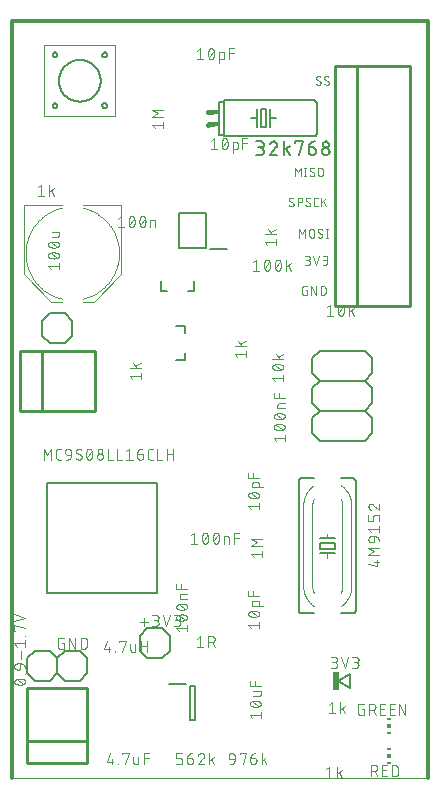
<source format=gto>
G04 EAGLE Gerber RS-274X export*
G75*
%MOMM*%
%FSLAX34Y34*%
%LPD*%
%INSilkscreen Top*%
%IPPOS*%
%AMOC8*
5,1,8,0,0,1.08239X$1,22.5*%
G01*
%ADD10C,0.000000*%
%ADD11C,0.304800*%
%ADD12C,0.076200*%
%ADD13C,0.152400*%
%ADD14C,0.101600*%
%ADD15C,0.200000*%
%ADD16C,0.050800*%
%ADD17C,0.254000*%
%ADD18C,0.406400*%
%ADD19R,0.584200X0.406400*%
%ADD20C,0.127000*%
%ADD21R,0.300000X0.150000*%
%ADD22R,0.300000X0.300000*%
%ADD23C,0.100000*%
%ADD24C,0.203200*%
%ADD25R,0.609600X1.574800*%


D10*
X0Y0D02*
X352300Y0D01*
D11*
X352300Y641250D01*
X0Y641250D01*
X0Y0D01*
D12*
X248356Y413413D02*
X249583Y413413D01*
X249583Y409321D01*
X247128Y409321D01*
X247050Y409323D01*
X246972Y409328D01*
X246895Y409338D01*
X246818Y409351D01*
X246742Y409367D01*
X246667Y409387D01*
X246593Y409411D01*
X246520Y409438D01*
X246448Y409469D01*
X246378Y409503D01*
X246310Y409540D01*
X246243Y409581D01*
X246178Y409625D01*
X246116Y409671D01*
X246056Y409721D01*
X245998Y409773D01*
X245943Y409828D01*
X245891Y409886D01*
X245841Y409946D01*
X245795Y410008D01*
X245751Y410073D01*
X245710Y410140D01*
X245673Y410208D01*
X245639Y410278D01*
X245608Y410350D01*
X245581Y410423D01*
X245557Y410497D01*
X245537Y410572D01*
X245521Y410648D01*
X245508Y410725D01*
X245498Y410802D01*
X245493Y410880D01*
X245491Y410958D01*
X245491Y415050D01*
X245493Y415130D01*
X245499Y415210D01*
X245509Y415290D01*
X245522Y415369D01*
X245540Y415448D01*
X245561Y415525D01*
X245587Y415601D01*
X245616Y415676D01*
X245648Y415750D01*
X245684Y415822D01*
X245724Y415892D01*
X245767Y415959D01*
X245813Y416025D01*
X245863Y416088D01*
X245915Y416149D01*
X245970Y416208D01*
X246029Y416263D01*
X246089Y416315D01*
X246153Y416365D01*
X246219Y416411D01*
X246286Y416454D01*
X246356Y416494D01*
X246428Y416530D01*
X246502Y416562D01*
X246576Y416591D01*
X246653Y416617D01*
X246730Y416638D01*
X246809Y416656D01*
X246888Y416669D01*
X246968Y416679D01*
X247048Y416685D01*
X247128Y416687D01*
X249583Y416687D01*
X253294Y416687D02*
X253294Y409321D01*
X257386Y409321D02*
X253294Y416687D01*
X257386Y416687D02*
X257386Y409321D01*
X261097Y409321D02*
X261097Y416687D01*
X263143Y416687D01*
X263232Y416685D01*
X263321Y416679D01*
X263410Y416669D01*
X263498Y416656D01*
X263586Y416639D01*
X263673Y416617D01*
X263758Y416592D01*
X263843Y416564D01*
X263926Y416531D01*
X264008Y416495D01*
X264088Y416456D01*
X264166Y416413D01*
X264242Y416367D01*
X264317Y416317D01*
X264389Y416264D01*
X264458Y416208D01*
X264525Y416149D01*
X264590Y416088D01*
X264651Y416023D01*
X264710Y415956D01*
X264766Y415887D01*
X264819Y415815D01*
X264869Y415740D01*
X264915Y415664D01*
X264958Y415586D01*
X264997Y415506D01*
X265033Y415424D01*
X265066Y415341D01*
X265094Y415256D01*
X265119Y415171D01*
X265141Y415084D01*
X265158Y414996D01*
X265171Y414908D01*
X265181Y414819D01*
X265187Y414730D01*
X265189Y414641D01*
X265189Y411367D01*
X265187Y411278D01*
X265181Y411189D01*
X265171Y411100D01*
X265158Y411012D01*
X265141Y410924D01*
X265119Y410837D01*
X265094Y410752D01*
X265066Y410667D01*
X265033Y410584D01*
X264997Y410502D01*
X264958Y410422D01*
X264915Y410344D01*
X264869Y410268D01*
X264819Y410193D01*
X264766Y410121D01*
X264710Y410052D01*
X264651Y409985D01*
X264590Y409920D01*
X264525Y409859D01*
X264458Y409800D01*
X264389Y409744D01*
X264317Y409691D01*
X264242Y409641D01*
X264166Y409595D01*
X264088Y409552D01*
X264008Y409513D01*
X263926Y409477D01*
X263843Y409444D01*
X263758Y409416D01*
X263673Y409391D01*
X263586Y409369D01*
X263498Y409352D01*
X263410Y409339D01*
X263321Y409329D01*
X263232Y409323D01*
X263143Y409321D01*
X261097Y409321D01*
X250077Y434721D02*
X248031Y434721D01*
X250077Y434721D02*
X250166Y434723D01*
X250255Y434729D01*
X250344Y434739D01*
X250432Y434752D01*
X250520Y434769D01*
X250607Y434791D01*
X250692Y434816D01*
X250777Y434844D01*
X250860Y434877D01*
X250942Y434913D01*
X251022Y434952D01*
X251100Y434995D01*
X251176Y435041D01*
X251251Y435091D01*
X251323Y435144D01*
X251392Y435200D01*
X251459Y435259D01*
X251524Y435320D01*
X251585Y435385D01*
X251644Y435452D01*
X251700Y435521D01*
X251753Y435593D01*
X251803Y435668D01*
X251849Y435744D01*
X251892Y435822D01*
X251931Y435902D01*
X251967Y435984D01*
X252000Y436067D01*
X252028Y436152D01*
X252053Y436237D01*
X252075Y436324D01*
X252092Y436412D01*
X252105Y436500D01*
X252115Y436589D01*
X252121Y436678D01*
X252123Y436767D01*
X252121Y436856D01*
X252115Y436945D01*
X252105Y437034D01*
X252092Y437122D01*
X252075Y437210D01*
X252053Y437297D01*
X252028Y437382D01*
X252000Y437467D01*
X251967Y437550D01*
X251931Y437632D01*
X251892Y437712D01*
X251849Y437790D01*
X251803Y437866D01*
X251753Y437941D01*
X251700Y438013D01*
X251644Y438082D01*
X251585Y438149D01*
X251524Y438214D01*
X251459Y438275D01*
X251392Y438334D01*
X251323Y438390D01*
X251251Y438443D01*
X251176Y438493D01*
X251100Y438539D01*
X251022Y438582D01*
X250942Y438621D01*
X250860Y438657D01*
X250777Y438690D01*
X250692Y438718D01*
X250607Y438743D01*
X250520Y438765D01*
X250432Y438782D01*
X250344Y438795D01*
X250255Y438805D01*
X250166Y438811D01*
X250077Y438813D01*
X250486Y442087D02*
X248031Y442087D01*
X250486Y442087D02*
X250565Y442085D01*
X250644Y442079D01*
X250723Y442070D01*
X250801Y442057D01*
X250878Y442039D01*
X250954Y442019D01*
X251029Y441994D01*
X251103Y441966D01*
X251176Y441935D01*
X251247Y441899D01*
X251316Y441861D01*
X251383Y441819D01*
X251448Y441774D01*
X251511Y441726D01*
X251572Y441675D01*
X251629Y441621D01*
X251685Y441565D01*
X251737Y441506D01*
X251787Y441444D01*
X251833Y441380D01*
X251877Y441314D01*
X251917Y441246D01*
X251953Y441176D01*
X251987Y441104D01*
X252017Y441030D01*
X252043Y440956D01*
X252066Y440880D01*
X252084Y440803D01*
X252100Y440726D01*
X252111Y440647D01*
X252119Y440569D01*
X252123Y440490D01*
X252123Y440410D01*
X252119Y440331D01*
X252111Y440253D01*
X252100Y440174D01*
X252084Y440097D01*
X252066Y440020D01*
X252043Y439944D01*
X252017Y439870D01*
X251987Y439796D01*
X251953Y439724D01*
X251917Y439654D01*
X251877Y439586D01*
X251833Y439520D01*
X251787Y439456D01*
X251737Y439394D01*
X251685Y439335D01*
X251629Y439279D01*
X251572Y439225D01*
X251511Y439174D01*
X251448Y439126D01*
X251383Y439081D01*
X251316Y439039D01*
X251247Y439001D01*
X251176Y438965D01*
X251103Y438934D01*
X251029Y438906D01*
X250954Y438881D01*
X250878Y438861D01*
X250801Y438843D01*
X250723Y438830D01*
X250644Y438821D01*
X250565Y438815D01*
X250486Y438813D01*
X248849Y438813D01*
X254937Y442087D02*
X257392Y434721D01*
X259848Y442087D01*
X262661Y434721D02*
X264707Y434721D01*
X264796Y434723D01*
X264885Y434729D01*
X264974Y434739D01*
X265062Y434752D01*
X265150Y434769D01*
X265237Y434791D01*
X265322Y434816D01*
X265407Y434844D01*
X265490Y434877D01*
X265572Y434913D01*
X265652Y434952D01*
X265730Y434995D01*
X265806Y435041D01*
X265881Y435091D01*
X265953Y435144D01*
X266022Y435200D01*
X266089Y435259D01*
X266154Y435320D01*
X266215Y435385D01*
X266274Y435452D01*
X266330Y435521D01*
X266383Y435593D01*
X266433Y435668D01*
X266479Y435744D01*
X266522Y435822D01*
X266561Y435902D01*
X266597Y435984D01*
X266630Y436067D01*
X266658Y436152D01*
X266683Y436237D01*
X266705Y436324D01*
X266722Y436412D01*
X266735Y436500D01*
X266745Y436589D01*
X266751Y436678D01*
X266753Y436767D01*
X266751Y436856D01*
X266745Y436945D01*
X266735Y437034D01*
X266722Y437122D01*
X266705Y437210D01*
X266683Y437297D01*
X266658Y437382D01*
X266630Y437467D01*
X266597Y437550D01*
X266561Y437632D01*
X266522Y437712D01*
X266479Y437790D01*
X266433Y437866D01*
X266383Y437941D01*
X266330Y438013D01*
X266274Y438082D01*
X266215Y438149D01*
X266154Y438214D01*
X266089Y438275D01*
X266022Y438334D01*
X265953Y438390D01*
X265881Y438443D01*
X265806Y438493D01*
X265730Y438539D01*
X265652Y438582D01*
X265572Y438621D01*
X265490Y438657D01*
X265407Y438690D01*
X265322Y438718D01*
X265237Y438743D01*
X265150Y438765D01*
X265062Y438782D01*
X264974Y438795D01*
X264885Y438805D01*
X264796Y438811D01*
X264707Y438813D01*
X265117Y442087D02*
X262661Y442087D01*
X265117Y442087D02*
X265196Y442085D01*
X265275Y442079D01*
X265354Y442070D01*
X265432Y442057D01*
X265509Y442039D01*
X265585Y442019D01*
X265660Y441994D01*
X265734Y441966D01*
X265807Y441935D01*
X265878Y441899D01*
X265947Y441861D01*
X266014Y441819D01*
X266079Y441774D01*
X266142Y441726D01*
X266203Y441675D01*
X266260Y441621D01*
X266316Y441565D01*
X266368Y441506D01*
X266418Y441444D01*
X266464Y441380D01*
X266508Y441314D01*
X266548Y441246D01*
X266584Y441176D01*
X266618Y441104D01*
X266648Y441030D01*
X266674Y440956D01*
X266697Y440880D01*
X266715Y440803D01*
X266731Y440726D01*
X266742Y440647D01*
X266750Y440569D01*
X266754Y440490D01*
X266754Y440410D01*
X266750Y440331D01*
X266742Y440253D01*
X266731Y440174D01*
X266715Y440097D01*
X266697Y440020D01*
X266674Y439944D01*
X266648Y439870D01*
X266618Y439796D01*
X266584Y439724D01*
X266548Y439654D01*
X266508Y439586D01*
X266464Y439520D01*
X266418Y439456D01*
X266368Y439394D01*
X266316Y439335D01*
X266260Y439279D01*
X266203Y439225D01*
X266142Y439174D01*
X266079Y439126D01*
X266014Y439081D01*
X265947Y439039D01*
X265878Y439001D01*
X265807Y438965D01*
X265734Y438934D01*
X265660Y438906D01*
X265585Y438881D01*
X265509Y438861D01*
X265432Y438843D01*
X265354Y438830D01*
X265275Y438821D01*
X265196Y438815D01*
X265117Y438813D01*
X263480Y438813D01*
X242951Y457581D02*
X242951Y464947D01*
X245406Y460855D01*
X247862Y464947D01*
X247862Y457581D01*
X251407Y459627D02*
X251407Y462901D01*
X251409Y462990D01*
X251415Y463079D01*
X251425Y463168D01*
X251438Y463256D01*
X251455Y463344D01*
X251477Y463431D01*
X251502Y463516D01*
X251530Y463601D01*
X251563Y463684D01*
X251599Y463766D01*
X251638Y463846D01*
X251681Y463924D01*
X251727Y464000D01*
X251777Y464075D01*
X251830Y464147D01*
X251886Y464216D01*
X251945Y464283D01*
X252006Y464348D01*
X252071Y464409D01*
X252138Y464468D01*
X252207Y464524D01*
X252279Y464577D01*
X252354Y464627D01*
X252430Y464673D01*
X252508Y464716D01*
X252588Y464755D01*
X252670Y464791D01*
X252753Y464824D01*
X252838Y464852D01*
X252923Y464877D01*
X253010Y464899D01*
X253098Y464916D01*
X253186Y464929D01*
X253275Y464939D01*
X253364Y464945D01*
X253453Y464947D01*
X253542Y464945D01*
X253631Y464939D01*
X253720Y464929D01*
X253808Y464916D01*
X253896Y464899D01*
X253983Y464877D01*
X254068Y464852D01*
X254153Y464824D01*
X254236Y464791D01*
X254318Y464755D01*
X254398Y464716D01*
X254476Y464673D01*
X254552Y464627D01*
X254627Y464577D01*
X254699Y464524D01*
X254768Y464468D01*
X254835Y464409D01*
X254900Y464348D01*
X254961Y464283D01*
X255020Y464216D01*
X255076Y464147D01*
X255129Y464075D01*
X255179Y464000D01*
X255225Y463924D01*
X255268Y463846D01*
X255307Y463766D01*
X255343Y463684D01*
X255376Y463601D01*
X255404Y463516D01*
X255429Y463431D01*
X255451Y463344D01*
X255468Y463256D01*
X255481Y463168D01*
X255491Y463079D01*
X255497Y462990D01*
X255499Y462901D01*
X255499Y459627D01*
X255497Y459538D01*
X255491Y459449D01*
X255481Y459360D01*
X255468Y459272D01*
X255451Y459184D01*
X255429Y459097D01*
X255404Y459012D01*
X255376Y458927D01*
X255343Y458844D01*
X255307Y458762D01*
X255268Y458682D01*
X255225Y458604D01*
X255179Y458528D01*
X255129Y458453D01*
X255076Y458381D01*
X255020Y458312D01*
X254961Y458245D01*
X254900Y458180D01*
X254835Y458119D01*
X254768Y458060D01*
X254699Y458004D01*
X254627Y457951D01*
X254552Y457901D01*
X254476Y457855D01*
X254398Y457812D01*
X254318Y457773D01*
X254236Y457737D01*
X254153Y457704D01*
X254068Y457676D01*
X253983Y457651D01*
X253896Y457629D01*
X253808Y457612D01*
X253720Y457599D01*
X253631Y457589D01*
X253542Y457583D01*
X253453Y457581D01*
X253364Y457583D01*
X253275Y457589D01*
X253186Y457599D01*
X253098Y457612D01*
X253010Y457629D01*
X252923Y457651D01*
X252838Y457676D01*
X252753Y457704D01*
X252670Y457737D01*
X252588Y457773D01*
X252508Y457812D01*
X252430Y457855D01*
X252354Y457901D01*
X252279Y457951D01*
X252207Y458004D01*
X252138Y458060D01*
X252071Y458119D01*
X252006Y458180D01*
X251945Y458245D01*
X251886Y458312D01*
X251830Y458381D01*
X251777Y458453D01*
X251727Y458528D01*
X251681Y458604D01*
X251638Y458682D01*
X251599Y458762D01*
X251563Y458844D01*
X251530Y458927D01*
X251502Y459012D01*
X251477Y459097D01*
X251455Y459184D01*
X251438Y459272D01*
X251425Y459360D01*
X251415Y459449D01*
X251409Y459538D01*
X251407Y459627D01*
X260934Y457581D02*
X261012Y457583D01*
X261090Y457588D01*
X261167Y457598D01*
X261244Y457611D01*
X261320Y457627D01*
X261395Y457647D01*
X261469Y457671D01*
X261542Y457698D01*
X261614Y457729D01*
X261684Y457763D01*
X261753Y457800D01*
X261819Y457841D01*
X261884Y457885D01*
X261946Y457931D01*
X262006Y457981D01*
X262064Y458033D01*
X262119Y458088D01*
X262171Y458146D01*
X262221Y458206D01*
X262267Y458268D01*
X262311Y458333D01*
X262352Y458400D01*
X262389Y458468D01*
X262423Y458538D01*
X262454Y458610D01*
X262481Y458683D01*
X262505Y458757D01*
X262525Y458832D01*
X262541Y458908D01*
X262554Y458985D01*
X262564Y459062D01*
X262569Y459140D01*
X262571Y459218D01*
X260934Y457581D02*
X260820Y457583D01*
X260707Y457588D01*
X260593Y457598D01*
X260480Y457611D01*
X260368Y457628D01*
X260256Y457648D01*
X260145Y457672D01*
X260034Y457700D01*
X259925Y457731D01*
X259817Y457766D01*
X259710Y457805D01*
X259604Y457847D01*
X259500Y457892D01*
X259397Y457941D01*
X259296Y457994D01*
X259197Y458049D01*
X259099Y458108D01*
X259004Y458170D01*
X258911Y458235D01*
X258819Y458303D01*
X258731Y458374D01*
X258644Y458448D01*
X258560Y458525D01*
X258479Y458604D01*
X258683Y463310D02*
X258685Y463388D01*
X258690Y463466D01*
X258700Y463543D01*
X258713Y463620D01*
X258729Y463696D01*
X258749Y463771D01*
X258773Y463845D01*
X258800Y463918D01*
X258831Y463990D01*
X258865Y464060D01*
X258902Y464129D01*
X258943Y464195D01*
X258987Y464260D01*
X259033Y464322D01*
X259083Y464382D01*
X259135Y464440D01*
X259190Y464495D01*
X259248Y464547D01*
X259308Y464597D01*
X259370Y464643D01*
X259435Y464687D01*
X259502Y464728D01*
X259570Y464765D01*
X259640Y464799D01*
X259712Y464830D01*
X259785Y464857D01*
X259859Y464881D01*
X259934Y464901D01*
X260010Y464917D01*
X260087Y464930D01*
X260164Y464940D01*
X260242Y464945D01*
X260320Y464947D01*
X260430Y464945D01*
X260539Y464939D01*
X260649Y464929D01*
X260757Y464916D01*
X260866Y464898D01*
X260973Y464877D01*
X261080Y464851D01*
X261186Y464822D01*
X261291Y464790D01*
X261394Y464753D01*
X261496Y464713D01*
X261597Y464669D01*
X261696Y464621D01*
X261793Y464571D01*
X261888Y464516D01*
X261981Y464458D01*
X262072Y464397D01*
X262161Y464333D01*
X259501Y461877D02*
X259434Y461919D01*
X259369Y461963D01*
X259307Y462011D01*
X259247Y462061D01*
X259189Y462114D01*
X259134Y462170D01*
X259082Y462229D01*
X259032Y462289D01*
X258985Y462353D01*
X258942Y462418D01*
X258901Y462485D01*
X258864Y462554D01*
X258830Y462625D01*
X258799Y462697D01*
X258772Y462771D01*
X258748Y462845D01*
X258728Y462921D01*
X258712Y462998D01*
X258699Y463075D01*
X258689Y463153D01*
X258684Y463232D01*
X258682Y463310D01*
X261752Y460650D02*
X261818Y460608D01*
X261883Y460564D01*
X261945Y460517D01*
X262005Y460466D01*
X262063Y460413D01*
X262118Y460357D01*
X262171Y460299D01*
X262220Y460238D01*
X262267Y460175D01*
X262310Y460110D01*
X262351Y460043D01*
X262388Y459974D01*
X262422Y459903D01*
X262453Y459831D01*
X262480Y459757D01*
X262504Y459682D01*
X262524Y459607D01*
X262540Y459530D01*
X262553Y459453D01*
X262563Y459375D01*
X262568Y459296D01*
X262570Y459218D01*
X261752Y460650D02*
X259501Y461878D01*
X266133Y464947D02*
X266133Y457581D01*
X266951Y457581D02*
X265314Y457581D01*
X265314Y464947D02*
X266951Y464947D01*
X238153Y485888D02*
X238151Y485810D01*
X238146Y485732D01*
X238136Y485655D01*
X238123Y485578D01*
X238107Y485502D01*
X238087Y485427D01*
X238063Y485353D01*
X238036Y485280D01*
X238005Y485208D01*
X237971Y485138D01*
X237934Y485070D01*
X237893Y485003D01*
X237849Y484938D01*
X237803Y484876D01*
X237753Y484816D01*
X237701Y484758D01*
X237646Y484703D01*
X237588Y484651D01*
X237528Y484601D01*
X237466Y484555D01*
X237401Y484511D01*
X237335Y484470D01*
X237266Y484433D01*
X237196Y484399D01*
X237124Y484368D01*
X237051Y484341D01*
X236977Y484317D01*
X236902Y484297D01*
X236826Y484281D01*
X236749Y484268D01*
X236672Y484258D01*
X236594Y484253D01*
X236516Y484251D01*
X236402Y484253D01*
X236289Y484258D01*
X236175Y484268D01*
X236062Y484281D01*
X235950Y484298D01*
X235838Y484318D01*
X235727Y484342D01*
X235616Y484370D01*
X235507Y484401D01*
X235399Y484436D01*
X235292Y484475D01*
X235186Y484517D01*
X235082Y484562D01*
X234979Y484611D01*
X234878Y484664D01*
X234779Y484719D01*
X234681Y484778D01*
X234586Y484840D01*
X234493Y484905D01*
X234401Y484973D01*
X234313Y485044D01*
X234226Y485118D01*
X234142Y485195D01*
X234061Y485274D01*
X234265Y489980D02*
X234267Y490058D01*
X234272Y490136D01*
X234282Y490213D01*
X234295Y490290D01*
X234311Y490366D01*
X234331Y490441D01*
X234355Y490515D01*
X234382Y490588D01*
X234413Y490660D01*
X234447Y490730D01*
X234484Y490799D01*
X234525Y490865D01*
X234569Y490930D01*
X234615Y490992D01*
X234665Y491052D01*
X234717Y491110D01*
X234772Y491165D01*
X234830Y491217D01*
X234890Y491267D01*
X234952Y491313D01*
X235017Y491357D01*
X235084Y491398D01*
X235152Y491435D01*
X235222Y491469D01*
X235294Y491500D01*
X235367Y491527D01*
X235441Y491551D01*
X235516Y491571D01*
X235592Y491587D01*
X235669Y491600D01*
X235746Y491610D01*
X235824Y491615D01*
X235902Y491617D01*
X236012Y491615D01*
X236121Y491609D01*
X236231Y491599D01*
X236339Y491586D01*
X236448Y491568D01*
X236555Y491547D01*
X236662Y491521D01*
X236768Y491492D01*
X236873Y491460D01*
X236976Y491423D01*
X237078Y491383D01*
X237179Y491339D01*
X237278Y491291D01*
X237375Y491241D01*
X237470Y491186D01*
X237563Y491128D01*
X237654Y491067D01*
X237743Y491003D01*
X235084Y488547D02*
X235017Y488589D01*
X234952Y488633D01*
X234890Y488681D01*
X234830Y488731D01*
X234772Y488784D01*
X234717Y488840D01*
X234665Y488899D01*
X234615Y488959D01*
X234568Y489023D01*
X234525Y489088D01*
X234484Y489155D01*
X234447Y489224D01*
X234413Y489295D01*
X234382Y489367D01*
X234355Y489441D01*
X234331Y489515D01*
X234311Y489591D01*
X234295Y489668D01*
X234282Y489745D01*
X234272Y489823D01*
X234267Y489902D01*
X234265Y489980D01*
X237335Y487320D02*
X237401Y487278D01*
X237466Y487234D01*
X237528Y487187D01*
X237588Y487136D01*
X237646Y487083D01*
X237701Y487027D01*
X237754Y486969D01*
X237803Y486908D01*
X237850Y486845D01*
X237893Y486780D01*
X237934Y486713D01*
X237971Y486644D01*
X238005Y486573D01*
X238036Y486501D01*
X238063Y486427D01*
X238087Y486352D01*
X238107Y486277D01*
X238123Y486200D01*
X238136Y486123D01*
X238146Y486045D01*
X238151Y485966D01*
X238153Y485888D01*
X237335Y487320D02*
X235084Y488548D01*
X241494Y491617D02*
X241494Y484251D01*
X241494Y491617D02*
X243540Y491617D01*
X243629Y491615D01*
X243718Y491609D01*
X243807Y491599D01*
X243895Y491586D01*
X243983Y491569D01*
X244070Y491547D01*
X244155Y491522D01*
X244240Y491494D01*
X244323Y491461D01*
X244405Y491425D01*
X244485Y491386D01*
X244563Y491343D01*
X244639Y491297D01*
X244714Y491247D01*
X244786Y491194D01*
X244855Y491138D01*
X244922Y491079D01*
X244987Y491018D01*
X245048Y490953D01*
X245107Y490886D01*
X245163Y490817D01*
X245216Y490745D01*
X245266Y490670D01*
X245312Y490594D01*
X245355Y490516D01*
X245394Y490436D01*
X245430Y490354D01*
X245463Y490271D01*
X245491Y490186D01*
X245516Y490101D01*
X245538Y490014D01*
X245555Y489926D01*
X245568Y489838D01*
X245578Y489749D01*
X245584Y489660D01*
X245586Y489571D01*
X245584Y489482D01*
X245578Y489393D01*
X245568Y489304D01*
X245555Y489216D01*
X245538Y489128D01*
X245516Y489041D01*
X245491Y488956D01*
X245463Y488871D01*
X245430Y488788D01*
X245394Y488706D01*
X245355Y488626D01*
X245312Y488548D01*
X245266Y488472D01*
X245216Y488397D01*
X245163Y488325D01*
X245107Y488256D01*
X245048Y488189D01*
X244987Y488124D01*
X244922Y488063D01*
X244855Y488004D01*
X244786Y487948D01*
X244714Y487895D01*
X244639Y487845D01*
X244563Y487799D01*
X244485Y487756D01*
X244405Y487717D01*
X244323Y487681D01*
X244240Y487648D01*
X244155Y487620D01*
X244070Y487595D01*
X243983Y487573D01*
X243895Y487556D01*
X243807Y487543D01*
X243718Y487533D01*
X243629Y487527D01*
X243540Y487525D01*
X241494Y487525D01*
X250659Y484251D02*
X250737Y484253D01*
X250815Y484258D01*
X250892Y484268D01*
X250969Y484281D01*
X251045Y484297D01*
X251120Y484317D01*
X251194Y484341D01*
X251267Y484368D01*
X251339Y484399D01*
X251409Y484433D01*
X251478Y484470D01*
X251544Y484511D01*
X251609Y484555D01*
X251671Y484601D01*
X251731Y484651D01*
X251789Y484703D01*
X251844Y484758D01*
X251896Y484816D01*
X251946Y484876D01*
X251992Y484938D01*
X252036Y485003D01*
X252077Y485070D01*
X252114Y485138D01*
X252148Y485208D01*
X252179Y485280D01*
X252206Y485353D01*
X252230Y485427D01*
X252250Y485502D01*
X252266Y485578D01*
X252279Y485655D01*
X252289Y485732D01*
X252294Y485810D01*
X252296Y485888D01*
X250659Y484251D02*
X250545Y484253D01*
X250432Y484258D01*
X250318Y484268D01*
X250205Y484281D01*
X250093Y484298D01*
X249981Y484318D01*
X249870Y484342D01*
X249759Y484370D01*
X249650Y484401D01*
X249542Y484436D01*
X249435Y484475D01*
X249329Y484517D01*
X249225Y484562D01*
X249122Y484611D01*
X249021Y484664D01*
X248922Y484719D01*
X248824Y484778D01*
X248729Y484840D01*
X248636Y484905D01*
X248544Y484973D01*
X248456Y485044D01*
X248369Y485118D01*
X248285Y485195D01*
X248204Y485274D01*
X248408Y489980D02*
X248410Y490058D01*
X248415Y490136D01*
X248425Y490213D01*
X248438Y490290D01*
X248454Y490366D01*
X248474Y490441D01*
X248498Y490515D01*
X248525Y490588D01*
X248556Y490660D01*
X248590Y490730D01*
X248627Y490799D01*
X248668Y490865D01*
X248712Y490930D01*
X248758Y490992D01*
X248808Y491052D01*
X248860Y491110D01*
X248915Y491165D01*
X248973Y491217D01*
X249033Y491267D01*
X249095Y491313D01*
X249160Y491357D01*
X249227Y491398D01*
X249295Y491435D01*
X249365Y491469D01*
X249437Y491500D01*
X249510Y491527D01*
X249584Y491551D01*
X249659Y491571D01*
X249735Y491587D01*
X249812Y491600D01*
X249889Y491610D01*
X249967Y491615D01*
X250045Y491617D01*
X250155Y491615D01*
X250264Y491609D01*
X250374Y491599D01*
X250482Y491586D01*
X250591Y491568D01*
X250698Y491547D01*
X250805Y491521D01*
X250911Y491492D01*
X251016Y491460D01*
X251119Y491423D01*
X251221Y491383D01*
X251322Y491339D01*
X251421Y491291D01*
X251518Y491241D01*
X251613Y491186D01*
X251706Y491128D01*
X251797Y491067D01*
X251886Y491003D01*
X249227Y488547D02*
X249160Y488589D01*
X249095Y488633D01*
X249033Y488681D01*
X248973Y488731D01*
X248915Y488784D01*
X248860Y488840D01*
X248808Y488899D01*
X248758Y488959D01*
X248711Y489023D01*
X248668Y489088D01*
X248627Y489155D01*
X248590Y489224D01*
X248556Y489295D01*
X248525Y489367D01*
X248498Y489441D01*
X248474Y489515D01*
X248454Y489591D01*
X248438Y489668D01*
X248425Y489745D01*
X248415Y489823D01*
X248410Y489902D01*
X248408Y489980D01*
X251478Y487320D02*
X251544Y487278D01*
X251609Y487234D01*
X251671Y487187D01*
X251731Y487136D01*
X251789Y487083D01*
X251844Y487027D01*
X251897Y486969D01*
X251946Y486908D01*
X251993Y486845D01*
X252036Y486780D01*
X252077Y486713D01*
X252114Y486644D01*
X252148Y486573D01*
X252179Y486501D01*
X252206Y486427D01*
X252230Y486352D01*
X252250Y486277D01*
X252266Y486200D01*
X252279Y486123D01*
X252289Y486045D01*
X252294Y485966D01*
X252296Y485888D01*
X251477Y487320D02*
X249227Y488548D01*
X256889Y484251D02*
X258526Y484251D01*
X256889Y484251D02*
X256811Y484253D01*
X256733Y484258D01*
X256656Y484268D01*
X256579Y484281D01*
X256503Y484297D01*
X256428Y484317D01*
X256354Y484341D01*
X256281Y484368D01*
X256209Y484399D01*
X256139Y484433D01*
X256071Y484470D01*
X256004Y484511D01*
X255939Y484555D01*
X255877Y484601D01*
X255817Y484651D01*
X255759Y484703D01*
X255704Y484758D01*
X255652Y484816D01*
X255602Y484876D01*
X255556Y484938D01*
X255512Y485003D01*
X255471Y485070D01*
X255434Y485138D01*
X255400Y485208D01*
X255369Y485280D01*
X255342Y485353D01*
X255318Y485427D01*
X255298Y485502D01*
X255282Y485578D01*
X255269Y485655D01*
X255259Y485732D01*
X255254Y485810D01*
X255252Y485888D01*
X255252Y489980D01*
X255254Y490060D01*
X255260Y490140D01*
X255270Y490220D01*
X255283Y490299D01*
X255301Y490378D01*
X255322Y490455D01*
X255348Y490531D01*
X255377Y490606D01*
X255409Y490680D01*
X255445Y490752D01*
X255485Y490822D01*
X255528Y490889D01*
X255574Y490955D01*
X255624Y491018D01*
X255676Y491079D01*
X255731Y491138D01*
X255790Y491193D01*
X255850Y491245D01*
X255914Y491295D01*
X255980Y491341D01*
X256047Y491384D01*
X256117Y491424D01*
X256189Y491460D01*
X256263Y491492D01*
X256337Y491521D01*
X256414Y491547D01*
X256491Y491568D01*
X256570Y491586D01*
X256649Y491599D01*
X256729Y491609D01*
X256809Y491615D01*
X256889Y491617D01*
X258526Y491617D01*
X261733Y491617D02*
X261733Y484251D01*
X261733Y487116D02*
X265825Y491617D01*
X263369Y488752D02*
X265825Y484251D01*
X239141Y509651D02*
X239141Y517017D01*
X241596Y512925D01*
X244052Y517017D01*
X244052Y509651D01*
X248180Y509651D02*
X248180Y517017D01*
X247362Y509651D02*
X248998Y509651D01*
X248998Y517017D02*
X247362Y517017D01*
X254198Y509651D02*
X254276Y509653D01*
X254354Y509658D01*
X254431Y509668D01*
X254508Y509681D01*
X254584Y509697D01*
X254659Y509717D01*
X254733Y509741D01*
X254806Y509768D01*
X254878Y509799D01*
X254948Y509833D01*
X255017Y509870D01*
X255083Y509911D01*
X255148Y509955D01*
X255210Y510001D01*
X255270Y510051D01*
X255328Y510103D01*
X255383Y510158D01*
X255435Y510216D01*
X255485Y510276D01*
X255531Y510338D01*
X255575Y510403D01*
X255616Y510470D01*
X255653Y510538D01*
X255687Y510608D01*
X255718Y510680D01*
X255745Y510753D01*
X255769Y510827D01*
X255789Y510902D01*
X255805Y510978D01*
X255818Y511055D01*
X255828Y511132D01*
X255833Y511210D01*
X255835Y511288D01*
X254198Y509651D02*
X254084Y509653D01*
X253971Y509658D01*
X253857Y509668D01*
X253744Y509681D01*
X253632Y509698D01*
X253520Y509718D01*
X253409Y509742D01*
X253298Y509770D01*
X253189Y509801D01*
X253081Y509836D01*
X252974Y509875D01*
X252868Y509917D01*
X252764Y509962D01*
X252661Y510011D01*
X252560Y510064D01*
X252461Y510119D01*
X252363Y510178D01*
X252268Y510240D01*
X252175Y510305D01*
X252083Y510373D01*
X251995Y510444D01*
X251908Y510518D01*
X251824Y510595D01*
X251743Y510674D01*
X251947Y515380D02*
X251949Y515458D01*
X251954Y515536D01*
X251964Y515613D01*
X251977Y515690D01*
X251993Y515766D01*
X252013Y515841D01*
X252037Y515915D01*
X252064Y515988D01*
X252095Y516060D01*
X252129Y516130D01*
X252166Y516199D01*
X252207Y516265D01*
X252251Y516330D01*
X252297Y516392D01*
X252347Y516452D01*
X252399Y516510D01*
X252454Y516565D01*
X252512Y516617D01*
X252572Y516667D01*
X252634Y516713D01*
X252699Y516757D01*
X252766Y516798D01*
X252834Y516835D01*
X252904Y516869D01*
X252976Y516900D01*
X253049Y516927D01*
X253123Y516951D01*
X253198Y516971D01*
X253274Y516987D01*
X253351Y517000D01*
X253428Y517010D01*
X253506Y517015D01*
X253584Y517017D01*
X253694Y517015D01*
X253803Y517009D01*
X253913Y516999D01*
X254021Y516986D01*
X254130Y516968D01*
X254237Y516947D01*
X254344Y516921D01*
X254450Y516892D01*
X254555Y516860D01*
X254658Y516823D01*
X254760Y516783D01*
X254861Y516739D01*
X254960Y516691D01*
X255057Y516641D01*
X255152Y516586D01*
X255245Y516528D01*
X255336Y516467D01*
X255425Y516403D01*
X252765Y513947D02*
X252698Y513989D01*
X252633Y514033D01*
X252571Y514081D01*
X252511Y514131D01*
X252453Y514184D01*
X252398Y514240D01*
X252346Y514299D01*
X252296Y514359D01*
X252249Y514423D01*
X252206Y514488D01*
X252165Y514555D01*
X252128Y514624D01*
X252094Y514695D01*
X252063Y514767D01*
X252036Y514841D01*
X252012Y514915D01*
X251992Y514991D01*
X251976Y515068D01*
X251963Y515145D01*
X251953Y515223D01*
X251948Y515302D01*
X251946Y515380D01*
X255016Y512720D02*
X255082Y512678D01*
X255147Y512634D01*
X255209Y512587D01*
X255269Y512536D01*
X255327Y512483D01*
X255382Y512427D01*
X255435Y512369D01*
X255484Y512308D01*
X255531Y512245D01*
X255574Y512180D01*
X255615Y512113D01*
X255652Y512044D01*
X255686Y511973D01*
X255717Y511901D01*
X255744Y511827D01*
X255768Y511752D01*
X255788Y511677D01*
X255804Y511600D01*
X255817Y511523D01*
X255827Y511445D01*
X255832Y511366D01*
X255834Y511288D01*
X255016Y512720D02*
X252765Y513948D01*
X258814Y514971D02*
X258814Y511697D01*
X258814Y514971D02*
X258816Y515060D01*
X258822Y515149D01*
X258832Y515238D01*
X258845Y515326D01*
X258862Y515414D01*
X258884Y515501D01*
X258909Y515586D01*
X258937Y515671D01*
X258970Y515754D01*
X259006Y515836D01*
X259045Y515916D01*
X259088Y515994D01*
X259134Y516070D01*
X259184Y516145D01*
X259237Y516217D01*
X259293Y516286D01*
X259352Y516353D01*
X259413Y516418D01*
X259478Y516479D01*
X259545Y516538D01*
X259614Y516594D01*
X259686Y516647D01*
X259761Y516697D01*
X259837Y516743D01*
X259915Y516786D01*
X259995Y516825D01*
X260077Y516861D01*
X260160Y516894D01*
X260245Y516922D01*
X260330Y516947D01*
X260417Y516969D01*
X260505Y516986D01*
X260593Y516999D01*
X260682Y517009D01*
X260771Y517015D01*
X260860Y517017D01*
X260949Y517015D01*
X261038Y517009D01*
X261127Y516999D01*
X261215Y516986D01*
X261303Y516969D01*
X261390Y516947D01*
X261475Y516922D01*
X261560Y516894D01*
X261643Y516861D01*
X261725Y516825D01*
X261805Y516786D01*
X261883Y516743D01*
X261959Y516697D01*
X262034Y516647D01*
X262106Y516594D01*
X262175Y516538D01*
X262242Y516479D01*
X262307Y516418D01*
X262368Y516353D01*
X262427Y516286D01*
X262483Y516217D01*
X262536Y516145D01*
X262586Y516070D01*
X262632Y515994D01*
X262675Y515916D01*
X262714Y515836D01*
X262750Y515754D01*
X262783Y515671D01*
X262811Y515586D01*
X262836Y515501D01*
X262858Y515414D01*
X262875Y515326D01*
X262888Y515238D01*
X262898Y515149D01*
X262904Y515060D01*
X262906Y514971D01*
X262906Y511697D01*
X262904Y511608D01*
X262898Y511519D01*
X262888Y511430D01*
X262875Y511342D01*
X262858Y511254D01*
X262836Y511167D01*
X262811Y511082D01*
X262783Y510997D01*
X262750Y510914D01*
X262714Y510832D01*
X262675Y510752D01*
X262632Y510674D01*
X262586Y510598D01*
X262536Y510523D01*
X262483Y510451D01*
X262427Y510382D01*
X262368Y510315D01*
X262307Y510250D01*
X262242Y510189D01*
X262175Y510130D01*
X262106Y510074D01*
X262034Y510021D01*
X261959Y509971D01*
X261883Y509925D01*
X261805Y509882D01*
X261725Y509843D01*
X261643Y509807D01*
X261560Y509774D01*
X261475Y509746D01*
X261390Y509721D01*
X261303Y509699D01*
X261215Y509682D01*
X261127Y509669D01*
X261038Y509659D01*
X260949Y509653D01*
X260860Y509651D01*
X260771Y509653D01*
X260682Y509659D01*
X260593Y509669D01*
X260505Y509682D01*
X260417Y509699D01*
X260330Y509721D01*
X260245Y509746D01*
X260160Y509774D01*
X260077Y509807D01*
X259995Y509843D01*
X259915Y509882D01*
X259837Y509925D01*
X259761Y509971D01*
X259686Y510021D01*
X259614Y510074D01*
X259545Y510130D01*
X259478Y510189D01*
X259413Y510250D01*
X259352Y510315D01*
X259293Y510382D01*
X259237Y510451D01*
X259184Y510523D01*
X259134Y510598D01*
X259088Y510674D01*
X259045Y510752D01*
X259006Y510832D01*
X258970Y510914D01*
X258937Y510997D01*
X258909Y511082D01*
X258884Y511167D01*
X258862Y511254D01*
X258845Y511342D01*
X258832Y511430D01*
X258822Y511519D01*
X258816Y511608D01*
X258814Y511697D01*
X259376Y587121D02*
X259454Y587123D01*
X259532Y587128D01*
X259609Y587138D01*
X259686Y587151D01*
X259762Y587167D01*
X259837Y587187D01*
X259911Y587211D01*
X259984Y587238D01*
X260056Y587269D01*
X260126Y587303D01*
X260195Y587340D01*
X260261Y587381D01*
X260326Y587425D01*
X260388Y587471D01*
X260448Y587521D01*
X260506Y587573D01*
X260561Y587628D01*
X260613Y587686D01*
X260663Y587746D01*
X260709Y587808D01*
X260753Y587873D01*
X260794Y587940D01*
X260831Y588008D01*
X260865Y588078D01*
X260896Y588150D01*
X260923Y588223D01*
X260947Y588297D01*
X260967Y588372D01*
X260983Y588448D01*
X260996Y588525D01*
X261006Y588602D01*
X261011Y588680D01*
X261013Y588758D01*
X259376Y587121D02*
X259262Y587123D01*
X259149Y587128D01*
X259035Y587138D01*
X258922Y587151D01*
X258810Y587168D01*
X258698Y587188D01*
X258587Y587212D01*
X258476Y587240D01*
X258367Y587271D01*
X258259Y587306D01*
X258152Y587345D01*
X258046Y587387D01*
X257942Y587432D01*
X257839Y587481D01*
X257738Y587534D01*
X257639Y587589D01*
X257541Y587648D01*
X257446Y587710D01*
X257353Y587775D01*
X257261Y587843D01*
X257173Y587914D01*
X257086Y587988D01*
X257002Y588065D01*
X256921Y588144D01*
X257125Y592850D02*
X257127Y592928D01*
X257132Y593006D01*
X257142Y593083D01*
X257155Y593160D01*
X257171Y593236D01*
X257191Y593311D01*
X257215Y593385D01*
X257242Y593458D01*
X257273Y593530D01*
X257307Y593600D01*
X257344Y593669D01*
X257385Y593735D01*
X257429Y593800D01*
X257475Y593862D01*
X257525Y593922D01*
X257577Y593980D01*
X257632Y594035D01*
X257690Y594087D01*
X257750Y594137D01*
X257812Y594183D01*
X257877Y594227D01*
X257944Y594268D01*
X258012Y594305D01*
X258082Y594339D01*
X258154Y594370D01*
X258227Y594397D01*
X258301Y594421D01*
X258376Y594441D01*
X258452Y594457D01*
X258529Y594470D01*
X258606Y594480D01*
X258684Y594485D01*
X258762Y594487D01*
X258872Y594485D01*
X258981Y594479D01*
X259091Y594469D01*
X259199Y594456D01*
X259308Y594438D01*
X259415Y594417D01*
X259522Y594391D01*
X259628Y594362D01*
X259733Y594330D01*
X259836Y594293D01*
X259938Y594253D01*
X260039Y594209D01*
X260138Y594161D01*
X260235Y594111D01*
X260330Y594056D01*
X260423Y593998D01*
X260514Y593937D01*
X260603Y593873D01*
X257944Y591417D02*
X257877Y591459D01*
X257812Y591503D01*
X257750Y591551D01*
X257690Y591601D01*
X257632Y591654D01*
X257577Y591710D01*
X257525Y591769D01*
X257475Y591829D01*
X257428Y591893D01*
X257385Y591958D01*
X257344Y592025D01*
X257307Y592094D01*
X257273Y592165D01*
X257242Y592237D01*
X257215Y592311D01*
X257191Y592385D01*
X257171Y592461D01*
X257155Y592538D01*
X257142Y592615D01*
X257132Y592693D01*
X257127Y592772D01*
X257125Y592850D01*
X260195Y590190D02*
X260261Y590148D01*
X260326Y590104D01*
X260388Y590057D01*
X260448Y590006D01*
X260506Y589953D01*
X260561Y589897D01*
X260614Y589839D01*
X260663Y589778D01*
X260710Y589715D01*
X260753Y589650D01*
X260794Y589583D01*
X260831Y589514D01*
X260865Y589443D01*
X260896Y589371D01*
X260923Y589297D01*
X260947Y589222D01*
X260967Y589147D01*
X260983Y589070D01*
X260996Y588993D01*
X261006Y588915D01*
X261011Y588836D01*
X261013Y588758D01*
X260195Y590190D02*
X257944Y591418D01*
X266204Y587121D02*
X266282Y587123D01*
X266360Y587128D01*
X266437Y587138D01*
X266514Y587151D01*
X266590Y587167D01*
X266665Y587187D01*
X266739Y587211D01*
X266812Y587238D01*
X266884Y587269D01*
X266954Y587303D01*
X267023Y587340D01*
X267089Y587381D01*
X267154Y587425D01*
X267216Y587471D01*
X267276Y587521D01*
X267334Y587573D01*
X267389Y587628D01*
X267441Y587686D01*
X267491Y587746D01*
X267537Y587808D01*
X267581Y587873D01*
X267622Y587940D01*
X267659Y588008D01*
X267693Y588078D01*
X267724Y588150D01*
X267751Y588223D01*
X267775Y588297D01*
X267795Y588372D01*
X267811Y588448D01*
X267824Y588525D01*
X267834Y588602D01*
X267839Y588680D01*
X267841Y588758D01*
X266204Y587121D02*
X266090Y587123D01*
X265977Y587128D01*
X265863Y587138D01*
X265750Y587151D01*
X265638Y587168D01*
X265526Y587188D01*
X265415Y587212D01*
X265304Y587240D01*
X265195Y587271D01*
X265087Y587306D01*
X264980Y587345D01*
X264874Y587387D01*
X264770Y587432D01*
X264667Y587481D01*
X264566Y587534D01*
X264467Y587589D01*
X264369Y587648D01*
X264274Y587710D01*
X264181Y587775D01*
X264089Y587843D01*
X264001Y587914D01*
X263914Y587988D01*
X263830Y588065D01*
X263749Y588144D01*
X263953Y592850D02*
X263955Y592928D01*
X263960Y593006D01*
X263970Y593083D01*
X263983Y593160D01*
X263999Y593236D01*
X264019Y593311D01*
X264043Y593385D01*
X264070Y593458D01*
X264101Y593530D01*
X264135Y593600D01*
X264172Y593669D01*
X264213Y593735D01*
X264257Y593800D01*
X264303Y593862D01*
X264353Y593922D01*
X264405Y593980D01*
X264460Y594035D01*
X264518Y594087D01*
X264578Y594137D01*
X264640Y594183D01*
X264705Y594227D01*
X264772Y594268D01*
X264840Y594305D01*
X264910Y594339D01*
X264982Y594370D01*
X265055Y594397D01*
X265129Y594421D01*
X265204Y594441D01*
X265280Y594457D01*
X265357Y594470D01*
X265434Y594480D01*
X265512Y594485D01*
X265590Y594487D01*
X265700Y594485D01*
X265809Y594479D01*
X265919Y594469D01*
X266027Y594456D01*
X266136Y594438D01*
X266243Y594417D01*
X266350Y594391D01*
X266456Y594362D01*
X266561Y594330D01*
X266664Y594293D01*
X266766Y594253D01*
X266867Y594209D01*
X266966Y594161D01*
X267063Y594111D01*
X267158Y594056D01*
X267251Y593998D01*
X267342Y593937D01*
X267431Y593873D01*
X264772Y591417D02*
X264705Y591459D01*
X264640Y591503D01*
X264578Y591551D01*
X264518Y591601D01*
X264460Y591654D01*
X264405Y591710D01*
X264353Y591769D01*
X264303Y591829D01*
X264256Y591893D01*
X264213Y591958D01*
X264172Y592025D01*
X264135Y592094D01*
X264101Y592165D01*
X264070Y592237D01*
X264043Y592311D01*
X264019Y592385D01*
X263999Y592461D01*
X263983Y592538D01*
X263970Y592615D01*
X263960Y592693D01*
X263955Y592772D01*
X263953Y592850D01*
X267022Y590190D02*
X267088Y590148D01*
X267153Y590104D01*
X267215Y590057D01*
X267275Y590006D01*
X267333Y589953D01*
X267388Y589897D01*
X267441Y589839D01*
X267490Y589778D01*
X267537Y589715D01*
X267580Y589650D01*
X267621Y589583D01*
X267658Y589514D01*
X267692Y589443D01*
X267723Y589371D01*
X267750Y589297D01*
X267774Y589222D01*
X267794Y589147D01*
X267810Y589070D01*
X267823Y588993D01*
X267833Y588915D01*
X267838Y588836D01*
X267840Y588758D01*
X267022Y590190D02*
X264772Y591418D01*
D13*
X127000Y127000D02*
X114300Y127000D01*
X127000Y127000D02*
X133350Y120650D01*
X133350Y107950D01*
X127000Y101600D01*
X107950Y107950D02*
X107950Y120650D01*
X114300Y127000D01*
X107950Y107950D02*
X114300Y101600D01*
X127000Y101600D01*
D12*
X114596Y132306D02*
X108331Y132306D01*
X111464Y129173D02*
X111464Y135438D01*
X118607Y128651D02*
X121217Y128651D01*
X121318Y128653D01*
X121419Y128659D01*
X121520Y128669D01*
X121620Y128682D01*
X121720Y128700D01*
X121819Y128721D01*
X121917Y128747D01*
X122014Y128776D01*
X122110Y128808D01*
X122204Y128845D01*
X122297Y128885D01*
X122389Y128929D01*
X122478Y128976D01*
X122566Y129027D01*
X122652Y129081D01*
X122735Y129138D01*
X122817Y129198D01*
X122895Y129262D01*
X122972Y129328D01*
X123045Y129398D01*
X123116Y129470D01*
X123184Y129545D01*
X123249Y129623D01*
X123311Y129703D01*
X123370Y129785D01*
X123426Y129870D01*
X123478Y129956D01*
X123527Y130045D01*
X123573Y130136D01*
X123614Y130228D01*
X123653Y130322D01*
X123687Y130417D01*
X123718Y130513D01*
X123745Y130611D01*
X123769Y130709D01*
X123788Y130809D01*
X123804Y130909D01*
X123816Y131009D01*
X123824Y131110D01*
X123828Y131211D01*
X123828Y131313D01*
X123824Y131414D01*
X123816Y131515D01*
X123804Y131615D01*
X123788Y131715D01*
X123769Y131815D01*
X123745Y131913D01*
X123718Y132011D01*
X123687Y132107D01*
X123653Y132202D01*
X123614Y132296D01*
X123573Y132388D01*
X123527Y132479D01*
X123478Y132567D01*
X123426Y132654D01*
X123370Y132739D01*
X123311Y132821D01*
X123249Y132901D01*
X123184Y132979D01*
X123116Y133054D01*
X123045Y133126D01*
X122972Y133196D01*
X122895Y133262D01*
X122817Y133326D01*
X122735Y133386D01*
X122652Y133443D01*
X122566Y133497D01*
X122478Y133548D01*
X122389Y133595D01*
X122297Y133639D01*
X122204Y133679D01*
X122110Y133716D01*
X122014Y133748D01*
X121917Y133777D01*
X121819Y133803D01*
X121720Y133824D01*
X121620Y133842D01*
X121520Y133855D01*
X121419Y133865D01*
X121318Y133871D01*
X121217Y133873D01*
X121739Y138049D02*
X118607Y138049D01*
X121739Y138049D02*
X121829Y138047D01*
X121918Y138041D01*
X122008Y138032D01*
X122097Y138018D01*
X122185Y138001D01*
X122272Y137980D01*
X122359Y137955D01*
X122444Y137926D01*
X122528Y137894D01*
X122610Y137859D01*
X122691Y137819D01*
X122770Y137777D01*
X122847Y137731D01*
X122922Y137681D01*
X122995Y137629D01*
X123066Y137573D01*
X123134Y137515D01*
X123199Y137453D01*
X123262Y137389D01*
X123322Y137322D01*
X123379Y137253D01*
X123433Y137181D01*
X123484Y137107D01*
X123532Y137031D01*
X123576Y136953D01*
X123617Y136873D01*
X123655Y136791D01*
X123689Y136708D01*
X123719Y136623D01*
X123746Y136537D01*
X123769Y136451D01*
X123788Y136363D01*
X123803Y136274D01*
X123815Y136185D01*
X123823Y136096D01*
X123827Y136006D01*
X123827Y135916D01*
X123823Y135826D01*
X123815Y135737D01*
X123803Y135648D01*
X123788Y135559D01*
X123769Y135471D01*
X123746Y135385D01*
X123719Y135299D01*
X123689Y135214D01*
X123655Y135131D01*
X123617Y135049D01*
X123576Y134969D01*
X123532Y134891D01*
X123484Y134815D01*
X123433Y134741D01*
X123379Y134669D01*
X123322Y134600D01*
X123262Y134533D01*
X123199Y134469D01*
X123134Y134407D01*
X123066Y134349D01*
X122995Y134293D01*
X122922Y134241D01*
X122847Y134191D01*
X122770Y134145D01*
X122691Y134103D01*
X122610Y134063D01*
X122528Y134028D01*
X122444Y133996D01*
X122359Y133967D01*
X122272Y133942D01*
X122185Y133921D01*
X122097Y133904D01*
X122008Y133890D01*
X121918Y133881D01*
X121829Y133875D01*
X121739Y133873D01*
X121739Y133872D02*
X119651Y133872D01*
X127229Y138049D02*
X130361Y128651D01*
X133494Y138049D01*
X136895Y128651D02*
X139505Y128651D01*
X139606Y128653D01*
X139707Y128659D01*
X139808Y128669D01*
X139908Y128682D01*
X140008Y128700D01*
X140107Y128721D01*
X140205Y128747D01*
X140302Y128776D01*
X140398Y128808D01*
X140492Y128845D01*
X140585Y128885D01*
X140677Y128929D01*
X140766Y128976D01*
X140854Y129027D01*
X140940Y129081D01*
X141023Y129138D01*
X141105Y129198D01*
X141183Y129262D01*
X141260Y129328D01*
X141333Y129398D01*
X141404Y129470D01*
X141472Y129545D01*
X141537Y129623D01*
X141599Y129703D01*
X141658Y129785D01*
X141714Y129870D01*
X141766Y129956D01*
X141815Y130045D01*
X141861Y130136D01*
X141902Y130228D01*
X141941Y130322D01*
X141975Y130417D01*
X142006Y130513D01*
X142033Y130611D01*
X142057Y130709D01*
X142076Y130809D01*
X142092Y130909D01*
X142104Y131009D01*
X142112Y131110D01*
X142116Y131211D01*
X142116Y131313D01*
X142112Y131414D01*
X142104Y131515D01*
X142092Y131615D01*
X142076Y131715D01*
X142057Y131815D01*
X142033Y131913D01*
X142006Y132011D01*
X141975Y132107D01*
X141941Y132202D01*
X141902Y132296D01*
X141861Y132388D01*
X141815Y132479D01*
X141766Y132567D01*
X141714Y132654D01*
X141658Y132739D01*
X141599Y132821D01*
X141537Y132901D01*
X141472Y132979D01*
X141404Y133054D01*
X141333Y133126D01*
X141260Y133196D01*
X141183Y133262D01*
X141105Y133326D01*
X141023Y133386D01*
X140940Y133443D01*
X140854Y133497D01*
X140766Y133548D01*
X140677Y133595D01*
X140585Y133639D01*
X140492Y133679D01*
X140398Y133716D01*
X140302Y133748D01*
X140205Y133777D01*
X140107Y133803D01*
X140008Y133824D01*
X139908Y133842D01*
X139808Y133855D01*
X139707Y133865D01*
X139606Y133871D01*
X139505Y133873D01*
X140027Y138049D02*
X136895Y138049D01*
X140027Y138049D02*
X140117Y138047D01*
X140206Y138041D01*
X140296Y138032D01*
X140385Y138018D01*
X140473Y138001D01*
X140560Y137980D01*
X140647Y137955D01*
X140732Y137926D01*
X140816Y137894D01*
X140898Y137859D01*
X140979Y137819D01*
X141058Y137777D01*
X141135Y137731D01*
X141210Y137681D01*
X141283Y137629D01*
X141354Y137573D01*
X141422Y137515D01*
X141487Y137453D01*
X141550Y137389D01*
X141610Y137322D01*
X141667Y137253D01*
X141721Y137181D01*
X141772Y137107D01*
X141820Y137031D01*
X141864Y136953D01*
X141905Y136873D01*
X141943Y136791D01*
X141977Y136708D01*
X142007Y136623D01*
X142034Y136537D01*
X142057Y136451D01*
X142076Y136363D01*
X142091Y136274D01*
X142103Y136185D01*
X142111Y136096D01*
X142115Y136006D01*
X142115Y135916D01*
X142111Y135826D01*
X142103Y135737D01*
X142091Y135648D01*
X142076Y135559D01*
X142057Y135471D01*
X142034Y135385D01*
X142007Y135299D01*
X141977Y135214D01*
X141943Y135131D01*
X141905Y135049D01*
X141864Y134969D01*
X141820Y134891D01*
X141772Y134815D01*
X141721Y134741D01*
X141667Y134669D01*
X141610Y134600D01*
X141550Y134533D01*
X141487Y134469D01*
X141422Y134407D01*
X141354Y134349D01*
X141283Y134293D01*
X141210Y134241D01*
X141135Y134191D01*
X141058Y134145D01*
X140979Y134103D01*
X140898Y134063D01*
X140816Y134028D01*
X140732Y133996D01*
X140647Y133967D01*
X140560Y133942D01*
X140473Y133921D01*
X140385Y133904D01*
X140296Y133890D01*
X140206Y133881D01*
X140117Y133875D01*
X140027Y133873D01*
X140027Y133872D02*
X137939Y133872D01*
D13*
X31750Y107950D02*
X19050Y107950D01*
X31750Y107950D02*
X38100Y101600D01*
X38100Y88900D01*
X31750Y82550D01*
X12700Y88900D02*
X12700Y101600D01*
X19050Y107950D01*
X12700Y88900D02*
X19050Y82550D01*
X31750Y82550D01*
D12*
X6350Y79121D02*
X6165Y79123D01*
X5980Y79130D01*
X5796Y79141D01*
X5612Y79156D01*
X5428Y79176D01*
X5244Y79200D01*
X5062Y79229D01*
X4880Y79262D01*
X4699Y79299D01*
X4519Y79341D01*
X4339Y79387D01*
X4161Y79437D01*
X3985Y79491D01*
X3809Y79550D01*
X3635Y79612D01*
X3463Y79679D01*
X3292Y79750D01*
X3123Y79825D01*
X2956Y79904D01*
X2876Y79934D01*
X2797Y79967D01*
X2720Y80004D01*
X2644Y80044D01*
X2570Y80087D01*
X2498Y80133D01*
X2429Y80183D01*
X2361Y80235D01*
X2296Y80291D01*
X2233Y80349D01*
X2174Y80411D01*
X2116Y80474D01*
X2062Y80541D01*
X2011Y80609D01*
X1963Y80680D01*
X1918Y80753D01*
X1876Y80827D01*
X1838Y80904D01*
X1803Y80982D01*
X1771Y81061D01*
X1743Y81142D01*
X1719Y81224D01*
X1698Y81308D01*
X1681Y81391D01*
X1668Y81476D01*
X1659Y81561D01*
X1653Y81646D01*
X1651Y81732D01*
X1653Y81818D01*
X1659Y81903D01*
X1668Y81988D01*
X1681Y82073D01*
X1698Y82156D01*
X1719Y82240D01*
X1743Y82322D01*
X1771Y82403D01*
X1803Y82482D01*
X1838Y82560D01*
X1876Y82637D01*
X1918Y82711D01*
X1963Y82784D01*
X2011Y82855D01*
X2062Y82923D01*
X2116Y82990D01*
X2174Y83053D01*
X2233Y83115D01*
X2296Y83173D01*
X2361Y83229D01*
X2429Y83281D01*
X2498Y83331D01*
X2570Y83377D01*
X2644Y83420D01*
X2720Y83460D01*
X2797Y83497D01*
X2876Y83530D01*
X2956Y83560D01*
X2956Y83559D02*
X3123Y83638D01*
X3292Y83713D01*
X3463Y83784D01*
X3635Y83851D01*
X3809Y83913D01*
X3985Y83972D01*
X4161Y84026D01*
X4339Y84076D01*
X4519Y84122D01*
X4699Y84164D01*
X4880Y84201D01*
X5062Y84234D01*
X5244Y84263D01*
X5428Y84287D01*
X5612Y84307D01*
X5796Y84322D01*
X5980Y84333D01*
X6165Y84340D01*
X6350Y84342D01*
X6350Y79121D02*
X6535Y79123D01*
X6720Y79130D01*
X6904Y79141D01*
X7088Y79156D01*
X7272Y79176D01*
X7456Y79200D01*
X7638Y79229D01*
X7820Y79262D01*
X8001Y79299D01*
X8181Y79341D01*
X8361Y79387D01*
X8539Y79437D01*
X8715Y79491D01*
X8891Y79550D01*
X9065Y79612D01*
X9237Y79679D01*
X9408Y79750D01*
X9577Y79825D01*
X9744Y79904D01*
X9824Y79934D01*
X9903Y79967D01*
X9980Y80004D01*
X10056Y80044D01*
X10130Y80087D01*
X10202Y80133D01*
X10271Y80183D01*
X10339Y80236D01*
X10404Y80291D01*
X10467Y80350D01*
X10526Y80411D01*
X10584Y80474D01*
X10638Y80541D01*
X10689Y80609D01*
X10737Y80680D01*
X10782Y80753D01*
X10824Y80827D01*
X10862Y80904D01*
X10897Y80982D01*
X10929Y81061D01*
X10957Y81142D01*
X10981Y81224D01*
X11002Y81308D01*
X11019Y81391D01*
X11032Y81476D01*
X11041Y81561D01*
X11047Y81646D01*
X11049Y81732D01*
X9744Y83559D02*
X9577Y83638D01*
X9408Y83713D01*
X9237Y83784D01*
X9065Y83851D01*
X8891Y83913D01*
X8715Y83972D01*
X8539Y84026D01*
X8361Y84076D01*
X8181Y84122D01*
X8001Y84164D01*
X7820Y84201D01*
X7638Y84234D01*
X7456Y84263D01*
X7272Y84287D01*
X7088Y84307D01*
X6904Y84322D01*
X6720Y84333D01*
X6535Y84340D01*
X6350Y84342D01*
X9744Y83560D02*
X9824Y83530D01*
X9903Y83497D01*
X9980Y83460D01*
X10056Y83420D01*
X10130Y83377D01*
X10202Y83331D01*
X10271Y83281D01*
X10339Y83229D01*
X10404Y83173D01*
X10467Y83115D01*
X10526Y83053D01*
X10584Y82990D01*
X10638Y82923D01*
X10689Y82855D01*
X10737Y82784D01*
X10782Y82711D01*
X10824Y82637D01*
X10862Y82560D01*
X10897Y82482D01*
X10929Y82403D01*
X10957Y82322D01*
X10981Y82240D01*
X11002Y82156D01*
X11019Y82073D01*
X11032Y81988D01*
X11041Y81903D01*
X11047Y81818D01*
X11049Y81732D01*
X8961Y79643D02*
X3739Y83820D01*
X10527Y87871D02*
X11049Y87871D01*
X10527Y87871D02*
X10527Y88393D01*
X11049Y88393D01*
X11049Y87871D01*
X6872Y94011D02*
X6872Y97144D01*
X6872Y94011D02*
X6870Y93922D01*
X6864Y93834D01*
X6855Y93746D01*
X6842Y93658D01*
X6825Y93571D01*
X6805Y93485D01*
X6780Y93400D01*
X6753Y93315D01*
X6721Y93232D01*
X6687Y93151D01*
X6648Y93071D01*
X6607Y92993D01*
X6562Y92916D01*
X6514Y92842D01*
X6463Y92769D01*
X6409Y92699D01*
X6351Y92632D01*
X6291Y92566D01*
X6229Y92504D01*
X6163Y92444D01*
X6096Y92386D01*
X6026Y92332D01*
X5953Y92281D01*
X5879Y92233D01*
X5802Y92188D01*
X5724Y92147D01*
X5644Y92108D01*
X5563Y92074D01*
X5480Y92042D01*
X5395Y92015D01*
X5310Y91990D01*
X5224Y91970D01*
X5137Y91953D01*
X5049Y91940D01*
X4961Y91931D01*
X4873Y91925D01*
X4784Y91923D01*
X4262Y91923D01*
X4262Y91922D02*
X4161Y91924D01*
X4060Y91930D01*
X3959Y91940D01*
X3859Y91953D01*
X3759Y91971D01*
X3660Y91992D01*
X3562Y92018D01*
X3465Y92047D01*
X3369Y92079D01*
X3275Y92116D01*
X3182Y92156D01*
X3090Y92200D01*
X3001Y92247D01*
X2913Y92298D01*
X2827Y92352D01*
X2744Y92409D01*
X2662Y92469D01*
X2584Y92533D01*
X2507Y92599D01*
X2434Y92669D01*
X2363Y92741D01*
X2295Y92816D01*
X2230Y92894D01*
X2168Y92974D01*
X2109Y93056D01*
X2053Y93141D01*
X2001Y93228D01*
X1952Y93316D01*
X1906Y93407D01*
X1865Y93499D01*
X1826Y93593D01*
X1792Y93688D01*
X1761Y93784D01*
X1734Y93882D01*
X1710Y93980D01*
X1691Y94080D01*
X1675Y94180D01*
X1663Y94280D01*
X1655Y94381D01*
X1651Y94482D01*
X1651Y94584D01*
X1655Y94685D01*
X1663Y94786D01*
X1675Y94886D01*
X1691Y94986D01*
X1710Y95086D01*
X1734Y95184D01*
X1761Y95282D01*
X1792Y95378D01*
X1826Y95473D01*
X1865Y95567D01*
X1906Y95659D01*
X1952Y95750D01*
X2001Y95839D01*
X2053Y95925D01*
X2109Y96010D01*
X2168Y96092D01*
X2230Y96172D01*
X2295Y96250D01*
X2363Y96325D01*
X2434Y96397D01*
X2507Y96467D01*
X2584Y96533D01*
X2662Y96597D01*
X2744Y96657D01*
X2827Y96714D01*
X2913Y96768D01*
X3001Y96819D01*
X3090Y96866D01*
X3182Y96910D01*
X3275Y96950D01*
X3369Y96987D01*
X3465Y97019D01*
X3562Y97048D01*
X3660Y97074D01*
X3759Y97095D01*
X3859Y97113D01*
X3959Y97126D01*
X4060Y97136D01*
X4161Y97142D01*
X4262Y97144D01*
X6872Y97144D01*
X6998Y97142D01*
X7124Y97136D01*
X7250Y97127D01*
X7375Y97114D01*
X7500Y97096D01*
X7625Y97076D01*
X7749Y97051D01*
X7872Y97023D01*
X7994Y96991D01*
X8115Y96955D01*
X8235Y96916D01*
X8353Y96873D01*
X8470Y96826D01*
X8586Y96776D01*
X8701Y96722D01*
X8813Y96666D01*
X8924Y96605D01*
X9033Y96542D01*
X9140Y96475D01*
X9245Y96405D01*
X9348Y96331D01*
X9448Y96255D01*
X9546Y96176D01*
X9642Y96094D01*
X9735Y96008D01*
X9826Y95921D01*
X9913Y95830D01*
X9999Y95737D01*
X10081Y95641D01*
X10160Y95543D01*
X10236Y95443D01*
X10310Y95340D01*
X10380Y95235D01*
X10447Y95128D01*
X10510Y95019D01*
X10571Y94908D01*
X10627Y94796D01*
X10681Y94681D01*
X10731Y94565D01*
X10778Y94448D01*
X10821Y94330D01*
X10860Y94210D01*
X10896Y94089D01*
X10928Y93967D01*
X10956Y93844D01*
X10981Y93720D01*
X11001Y93595D01*
X11019Y93470D01*
X11032Y93345D01*
X11041Y93219D01*
X11047Y93093D01*
X11049Y92967D01*
X7394Y101154D02*
X7394Y107419D01*
X3739Y111430D02*
X1651Y114040D01*
X11049Y114040D01*
X11049Y111430D02*
X11049Y116651D01*
X11049Y120180D02*
X10527Y120180D01*
X10527Y120702D01*
X11049Y120702D01*
X11049Y120180D01*
X2695Y124231D02*
X1651Y124231D01*
X1651Y129452D01*
X11049Y126842D01*
X11049Y135986D02*
X1651Y132853D01*
X1651Y139118D02*
X11049Y135986D01*
D13*
X298450Y285750D02*
X304800Y292100D01*
X304800Y304800D02*
X298450Y311150D01*
X304800Y317500D01*
X304800Y330200D02*
X298450Y336550D01*
X298450Y285750D02*
X260350Y285750D01*
X254000Y292100D01*
X254000Y304800D01*
X260350Y311150D01*
X254000Y317500D01*
X254000Y330200D01*
X260350Y336550D01*
X260350Y311150D02*
X298450Y311150D01*
X298450Y336550D02*
X260350Y336550D01*
X304800Y330200D02*
X304800Y317500D01*
X304800Y304800D02*
X304800Y292100D01*
X298450Y336550D02*
X304800Y342900D01*
X304800Y355600D02*
X298450Y361950D01*
X260350Y336550D02*
X254000Y342900D01*
X254000Y355600D01*
X260350Y361950D01*
X298450Y361950D01*
X304800Y355600D02*
X304800Y342900D01*
D12*
X82479Y21209D02*
X80391Y13899D01*
X85612Y13899D01*
X84046Y15988D02*
X84046Y11811D01*
X89141Y11811D02*
X89141Y12333D01*
X89663Y12333D01*
X89663Y11811D01*
X89141Y11811D01*
X93193Y20165D02*
X93193Y21209D01*
X98414Y21209D01*
X95803Y11811D01*
X102554Y13377D02*
X102554Y18076D01*
X102554Y13377D02*
X102556Y13300D01*
X102562Y13224D01*
X102571Y13147D01*
X102584Y13071D01*
X102601Y12996D01*
X102621Y12922D01*
X102646Y12849D01*
X102673Y12778D01*
X102704Y12707D01*
X102739Y12639D01*
X102777Y12572D01*
X102818Y12507D01*
X102862Y12444D01*
X102909Y12384D01*
X102960Y12325D01*
X103013Y12270D01*
X103068Y12217D01*
X103127Y12166D01*
X103187Y12119D01*
X103250Y12075D01*
X103315Y12034D01*
X103382Y11996D01*
X103450Y11961D01*
X103521Y11930D01*
X103592Y11903D01*
X103665Y11878D01*
X103739Y11858D01*
X103814Y11841D01*
X103890Y11828D01*
X103967Y11819D01*
X104043Y11813D01*
X104120Y11811D01*
X106731Y11811D01*
X106731Y18076D01*
X111193Y21209D02*
X111193Y11811D01*
X111193Y21209D02*
X115370Y21209D01*
X115370Y17032D02*
X111193Y17032D01*
X151511Y205811D02*
X154122Y207899D01*
X154122Y198501D01*
X156732Y198501D02*
X151511Y198501D01*
X160655Y203200D02*
X160657Y203385D01*
X160664Y203570D01*
X160675Y203754D01*
X160690Y203938D01*
X160710Y204122D01*
X160734Y204306D01*
X160763Y204488D01*
X160796Y204670D01*
X160833Y204851D01*
X160875Y205031D01*
X160921Y205211D01*
X160971Y205389D01*
X161025Y205565D01*
X161084Y205741D01*
X161146Y205915D01*
X161213Y206087D01*
X161284Y206258D01*
X161359Y206427D01*
X161438Y206594D01*
X161468Y206674D01*
X161501Y206753D01*
X161538Y206830D01*
X161578Y206906D01*
X161621Y206980D01*
X161667Y207052D01*
X161717Y207121D01*
X161769Y207189D01*
X161825Y207254D01*
X161883Y207317D01*
X161945Y207376D01*
X162008Y207434D01*
X162075Y207488D01*
X162143Y207539D01*
X162214Y207587D01*
X162287Y207632D01*
X162361Y207674D01*
X162438Y207712D01*
X162516Y207747D01*
X162595Y207779D01*
X162676Y207807D01*
X162758Y207831D01*
X162842Y207852D01*
X162925Y207869D01*
X163010Y207882D01*
X163095Y207891D01*
X163180Y207897D01*
X163266Y207899D01*
X163352Y207897D01*
X163437Y207891D01*
X163522Y207882D01*
X163607Y207869D01*
X163690Y207852D01*
X163774Y207831D01*
X163856Y207807D01*
X163937Y207779D01*
X164016Y207747D01*
X164094Y207712D01*
X164171Y207674D01*
X164245Y207632D01*
X164318Y207587D01*
X164389Y207539D01*
X164457Y207488D01*
X164524Y207434D01*
X164587Y207376D01*
X164649Y207317D01*
X164707Y207254D01*
X164763Y207189D01*
X164815Y207121D01*
X164865Y207052D01*
X164911Y206980D01*
X164954Y206906D01*
X164994Y206830D01*
X165031Y206753D01*
X165064Y206674D01*
X165094Y206594D01*
X165093Y206594D02*
X165172Y206427D01*
X165247Y206258D01*
X165318Y206087D01*
X165385Y205915D01*
X165447Y205741D01*
X165506Y205565D01*
X165560Y205389D01*
X165610Y205211D01*
X165656Y205031D01*
X165698Y204851D01*
X165735Y204670D01*
X165768Y204488D01*
X165797Y204306D01*
X165821Y204122D01*
X165841Y203938D01*
X165856Y203754D01*
X165867Y203570D01*
X165874Y203385D01*
X165876Y203200D01*
X160655Y203200D02*
X160657Y203015D01*
X160664Y202830D01*
X160675Y202646D01*
X160690Y202462D01*
X160710Y202278D01*
X160734Y202094D01*
X160763Y201912D01*
X160796Y201730D01*
X160833Y201549D01*
X160875Y201369D01*
X160921Y201189D01*
X160971Y201011D01*
X161025Y200835D01*
X161084Y200659D01*
X161146Y200485D01*
X161213Y200313D01*
X161284Y200142D01*
X161359Y199973D01*
X161438Y199806D01*
X161468Y199726D01*
X161501Y199647D01*
X161538Y199570D01*
X161578Y199494D01*
X161621Y199420D01*
X161667Y199348D01*
X161717Y199279D01*
X161770Y199211D01*
X161825Y199146D01*
X161884Y199083D01*
X161945Y199024D01*
X162008Y198966D01*
X162075Y198912D01*
X162143Y198861D01*
X162214Y198813D01*
X162287Y198768D01*
X162361Y198726D01*
X162438Y198688D01*
X162516Y198653D01*
X162595Y198621D01*
X162676Y198593D01*
X162758Y198569D01*
X162842Y198548D01*
X162925Y198531D01*
X163010Y198518D01*
X163095Y198509D01*
X163180Y198503D01*
X163266Y198501D01*
X165093Y199806D02*
X165172Y199973D01*
X165247Y200142D01*
X165318Y200313D01*
X165385Y200485D01*
X165447Y200659D01*
X165506Y200835D01*
X165560Y201011D01*
X165610Y201189D01*
X165656Y201369D01*
X165698Y201549D01*
X165735Y201730D01*
X165768Y201912D01*
X165797Y202094D01*
X165821Y202278D01*
X165841Y202462D01*
X165856Y202646D01*
X165867Y202830D01*
X165874Y203015D01*
X165876Y203200D01*
X165094Y199806D02*
X165064Y199726D01*
X165031Y199647D01*
X164994Y199570D01*
X164954Y199494D01*
X164911Y199420D01*
X164865Y199348D01*
X164815Y199279D01*
X164763Y199211D01*
X164707Y199146D01*
X164649Y199083D01*
X164587Y199024D01*
X164524Y198966D01*
X164457Y198912D01*
X164389Y198861D01*
X164318Y198813D01*
X164245Y198768D01*
X164171Y198726D01*
X164094Y198688D01*
X164016Y198653D01*
X163937Y198621D01*
X163856Y198593D01*
X163774Y198569D01*
X163690Y198548D01*
X163607Y198531D01*
X163522Y198518D01*
X163437Y198509D01*
X163352Y198503D01*
X163266Y198501D01*
X161177Y200589D02*
X165354Y205811D01*
X169799Y203200D02*
X169801Y203385D01*
X169808Y203570D01*
X169819Y203754D01*
X169834Y203938D01*
X169854Y204122D01*
X169878Y204306D01*
X169907Y204488D01*
X169940Y204670D01*
X169977Y204851D01*
X170019Y205031D01*
X170065Y205211D01*
X170115Y205389D01*
X170169Y205565D01*
X170228Y205741D01*
X170290Y205915D01*
X170357Y206087D01*
X170428Y206258D01*
X170503Y206427D01*
X170582Y206594D01*
X170581Y206594D02*
X170611Y206674D01*
X170644Y206753D01*
X170681Y206830D01*
X170721Y206906D01*
X170764Y206980D01*
X170810Y207052D01*
X170860Y207121D01*
X170912Y207189D01*
X170968Y207254D01*
X171026Y207317D01*
X171088Y207376D01*
X171151Y207434D01*
X171218Y207488D01*
X171286Y207539D01*
X171357Y207587D01*
X171430Y207632D01*
X171504Y207674D01*
X171581Y207712D01*
X171659Y207747D01*
X171738Y207779D01*
X171819Y207807D01*
X171901Y207831D01*
X171985Y207852D01*
X172068Y207869D01*
X172153Y207882D01*
X172238Y207891D01*
X172323Y207897D01*
X172409Y207899D01*
X172495Y207897D01*
X172580Y207891D01*
X172665Y207882D01*
X172750Y207869D01*
X172833Y207852D01*
X172917Y207831D01*
X172999Y207807D01*
X173080Y207779D01*
X173159Y207747D01*
X173237Y207712D01*
X173314Y207674D01*
X173388Y207632D01*
X173461Y207587D01*
X173532Y207539D01*
X173600Y207488D01*
X173667Y207434D01*
X173730Y207376D01*
X173792Y207317D01*
X173850Y207254D01*
X173906Y207189D01*
X173958Y207121D01*
X174008Y207052D01*
X174054Y206980D01*
X174097Y206906D01*
X174137Y206830D01*
X174174Y206753D01*
X174207Y206674D01*
X174237Y206594D01*
X174316Y206427D01*
X174391Y206258D01*
X174462Y206087D01*
X174529Y205915D01*
X174591Y205741D01*
X174650Y205565D01*
X174704Y205389D01*
X174754Y205211D01*
X174800Y205031D01*
X174842Y204851D01*
X174879Y204670D01*
X174912Y204488D01*
X174941Y204306D01*
X174965Y204122D01*
X174985Y203938D01*
X175000Y203754D01*
X175011Y203570D01*
X175018Y203385D01*
X175020Y203200D01*
X169799Y203200D02*
X169801Y203015D01*
X169808Y202830D01*
X169819Y202646D01*
X169834Y202462D01*
X169854Y202278D01*
X169878Y202094D01*
X169907Y201912D01*
X169940Y201730D01*
X169977Y201549D01*
X170019Y201369D01*
X170065Y201189D01*
X170115Y201011D01*
X170169Y200835D01*
X170228Y200659D01*
X170290Y200485D01*
X170357Y200313D01*
X170428Y200142D01*
X170503Y199973D01*
X170582Y199806D01*
X170581Y199806D02*
X170611Y199726D01*
X170644Y199647D01*
X170681Y199570D01*
X170721Y199494D01*
X170764Y199420D01*
X170810Y199348D01*
X170860Y199279D01*
X170913Y199211D01*
X170968Y199146D01*
X171027Y199083D01*
X171088Y199024D01*
X171151Y198966D01*
X171218Y198912D01*
X171286Y198861D01*
X171357Y198813D01*
X171430Y198768D01*
X171504Y198726D01*
X171581Y198688D01*
X171659Y198653D01*
X171738Y198621D01*
X171819Y198593D01*
X171901Y198569D01*
X171985Y198548D01*
X172068Y198531D01*
X172153Y198518D01*
X172238Y198509D01*
X172323Y198503D01*
X172409Y198501D01*
X174237Y199806D02*
X174316Y199973D01*
X174391Y200142D01*
X174462Y200313D01*
X174529Y200485D01*
X174591Y200659D01*
X174650Y200835D01*
X174704Y201011D01*
X174754Y201189D01*
X174800Y201369D01*
X174842Y201549D01*
X174879Y201730D01*
X174912Y201912D01*
X174941Y202094D01*
X174965Y202278D01*
X174985Y202462D01*
X175000Y202646D01*
X175011Y202830D01*
X175018Y203015D01*
X175020Y203200D01*
X174237Y199806D02*
X174207Y199726D01*
X174174Y199647D01*
X174137Y199570D01*
X174097Y199494D01*
X174054Y199420D01*
X174008Y199348D01*
X173958Y199279D01*
X173906Y199211D01*
X173850Y199146D01*
X173792Y199083D01*
X173730Y199024D01*
X173667Y198966D01*
X173600Y198912D01*
X173532Y198861D01*
X173461Y198813D01*
X173388Y198768D01*
X173314Y198726D01*
X173237Y198688D01*
X173159Y198653D01*
X173080Y198621D01*
X172999Y198593D01*
X172917Y198569D01*
X172833Y198548D01*
X172750Y198531D01*
X172665Y198518D01*
X172580Y198509D01*
X172495Y198503D01*
X172409Y198501D01*
X170321Y200589D02*
X174498Y205811D01*
X179160Y204766D02*
X179160Y198501D01*
X179160Y204766D02*
X181771Y204766D01*
X181848Y204764D01*
X181924Y204758D01*
X182001Y204749D01*
X182077Y204736D01*
X182152Y204719D01*
X182226Y204699D01*
X182299Y204674D01*
X182370Y204647D01*
X182441Y204616D01*
X182509Y204581D01*
X182576Y204543D01*
X182641Y204502D01*
X182704Y204458D01*
X182764Y204411D01*
X182823Y204360D01*
X182878Y204307D01*
X182931Y204252D01*
X182982Y204193D01*
X183029Y204133D01*
X183073Y204070D01*
X183114Y204005D01*
X183152Y203938D01*
X183187Y203870D01*
X183218Y203799D01*
X183245Y203728D01*
X183270Y203655D01*
X183290Y203581D01*
X183307Y203506D01*
X183320Y203430D01*
X183329Y203354D01*
X183335Y203277D01*
X183337Y203200D01*
X183337Y198501D01*
X187800Y198501D02*
X187800Y207899D01*
X191976Y207899D01*
X191976Y203722D02*
X187800Y203722D01*
X223449Y285544D02*
X221361Y288154D01*
X230759Y288154D01*
X230759Y285544D02*
X230759Y290765D01*
X226060Y294687D02*
X225875Y294689D01*
X225690Y294696D01*
X225506Y294707D01*
X225322Y294722D01*
X225138Y294742D01*
X224954Y294766D01*
X224772Y294795D01*
X224590Y294828D01*
X224409Y294865D01*
X224229Y294907D01*
X224049Y294953D01*
X223871Y295003D01*
X223695Y295057D01*
X223519Y295116D01*
X223345Y295178D01*
X223173Y295245D01*
X223002Y295316D01*
X222833Y295391D01*
X222666Y295470D01*
X222586Y295500D01*
X222507Y295533D01*
X222430Y295570D01*
X222354Y295610D01*
X222280Y295653D01*
X222208Y295699D01*
X222139Y295749D01*
X222071Y295801D01*
X222006Y295857D01*
X221943Y295915D01*
X221884Y295977D01*
X221826Y296040D01*
X221772Y296107D01*
X221721Y296175D01*
X221673Y296246D01*
X221628Y296319D01*
X221586Y296393D01*
X221548Y296470D01*
X221513Y296548D01*
X221481Y296627D01*
X221453Y296708D01*
X221429Y296790D01*
X221408Y296874D01*
X221391Y296957D01*
X221378Y297042D01*
X221369Y297127D01*
X221363Y297212D01*
X221361Y297298D01*
X221363Y297384D01*
X221369Y297469D01*
X221378Y297554D01*
X221391Y297639D01*
X221408Y297722D01*
X221429Y297806D01*
X221453Y297888D01*
X221481Y297969D01*
X221513Y298048D01*
X221548Y298126D01*
X221586Y298203D01*
X221628Y298277D01*
X221673Y298350D01*
X221721Y298421D01*
X221772Y298489D01*
X221826Y298556D01*
X221884Y298619D01*
X221943Y298681D01*
X222006Y298739D01*
X222071Y298795D01*
X222139Y298847D01*
X222208Y298897D01*
X222280Y298943D01*
X222354Y298986D01*
X222430Y299026D01*
X222507Y299063D01*
X222586Y299096D01*
X222666Y299126D01*
X222833Y299205D01*
X223002Y299280D01*
X223173Y299351D01*
X223345Y299418D01*
X223519Y299480D01*
X223695Y299539D01*
X223871Y299593D01*
X224049Y299643D01*
X224229Y299689D01*
X224409Y299731D01*
X224590Y299768D01*
X224772Y299801D01*
X224954Y299830D01*
X225138Y299854D01*
X225322Y299874D01*
X225506Y299889D01*
X225690Y299900D01*
X225875Y299907D01*
X226060Y299909D01*
X226060Y294687D02*
X226245Y294689D01*
X226430Y294696D01*
X226614Y294707D01*
X226798Y294722D01*
X226982Y294742D01*
X227166Y294766D01*
X227348Y294795D01*
X227530Y294828D01*
X227711Y294865D01*
X227891Y294907D01*
X228071Y294953D01*
X228249Y295003D01*
X228425Y295057D01*
X228601Y295116D01*
X228775Y295178D01*
X228947Y295245D01*
X229118Y295316D01*
X229287Y295391D01*
X229454Y295470D01*
X229534Y295500D01*
X229613Y295533D01*
X229690Y295570D01*
X229766Y295610D01*
X229840Y295653D01*
X229912Y295699D01*
X229981Y295749D01*
X230049Y295802D01*
X230114Y295857D01*
X230177Y295916D01*
X230236Y295977D01*
X230294Y296040D01*
X230348Y296107D01*
X230399Y296175D01*
X230447Y296246D01*
X230492Y296319D01*
X230534Y296393D01*
X230572Y296470D01*
X230607Y296548D01*
X230639Y296627D01*
X230667Y296708D01*
X230691Y296790D01*
X230712Y296874D01*
X230729Y296957D01*
X230742Y297042D01*
X230751Y297127D01*
X230757Y297212D01*
X230759Y297298D01*
X229454Y299126D02*
X229287Y299205D01*
X229118Y299280D01*
X228947Y299351D01*
X228775Y299418D01*
X228601Y299480D01*
X228425Y299539D01*
X228249Y299593D01*
X228071Y299643D01*
X227891Y299689D01*
X227711Y299731D01*
X227530Y299768D01*
X227348Y299801D01*
X227166Y299830D01*
X226982Y299854D01*
X226798Y299874D01*
X226614Y299889D01*
X226430Y299900D01*
X226245Y299907D01*
X226060Y299909D01*
X229454Y299126D02*
X229534Y299096D01*
X229613Y299063D01*
X229690Y299026D01*
X229766Y298986D01*
X229840Y298943D01*
X229912Y298897D01*
X229981Y298847D01*
X230049Y298795D01*
X230114Y298739D01*
X230177Y298681D01*
X230236Y298619D01*
X230294Y298556D01*
X230348Y298489D01*
X230399Y298421D01*
X230447Y298350D01*
X230492Y298277D01*
X230534Y298203D01*
X230572Y298126D01*
X230607Y298048D01*
X230639Y297969D01*
X230667Y297888D01*
X230691Y297806D01*
X230712Y297722D01*
X230729Y297639D01*
X230742Y297554D01*
X230751Y297469D01*
X230757Y297384D01*
X230759Y297298D01*
X228671Y295210D02*
X223449Y299387D01*
X226060Y303831D02*
X225875Y303833D01*
X225690Y303840D01*
X225506Y303851D01*
X225322Y303866D01*
X225138Y303886D01*
X224954Y303910D01*
X224772Y303939D01*
X224590Y303972D01*
X224409Y304009D01*
X224229Y304051D01*
X224049Y304097D01*
X223871Y304147D01*
X223695Y304201D01*
X223519Y304260D01*
X223345Y304322D01*
X223173Y304389D01*
X223002Y304460D01*
X222833Y304535D01*
X222666Y304614D01*
X222586Y304644D01*
X222507Y304677D01*
X222430Y304714D01*
X222354Y304754D01*
X222280Y304797D01*
X222208Y304843D01*
X222139Y304893D01*
X222071Y304945D01*
X222006Y305001D01*
X221943Y305059D01*
X221884Y305121D01*
X221826Y305184D01*
X221772Y305251D01*
X221721Y305319D01*
X221673Y305390D01*
X221628Y305463D01*
X221586Y305537D01*
X221548Y305614D01*
X221513Y305692D01*
X221481Y305771D01*
X221453Y305852D01*
X221429Y305934D01*
X221408Y306018D01*
X221391Y306101D01*
X221378Y306186D01*
X221369Y306271D01*
X221363Y306356D01*
X221361Y306442D01*
X221363Y306528D01*
X221369Y306613D01*
X221378Y306698D01*
X221391Y306783D01*
X221408Y306866D01*
X221429Y306950D01*
X221453Y307032D01*
X221481Y307113D01*
X221513Y307192D01*
X221548Y307270D01*
X221586Y307347D01*
X221628Y307421D01*
X221673Y307494D01*
X221721Y307565D01*
X221772Y307633D01*
X221826Y307700D01*
X221884Y307763D01*
X221943Y307825D01*
X222006Y307883D01*
X222071Y307939D01*
X222139Y307991D01*
X222208Y308041D01*
X222280Y308087D01*
X222354Y308130D01*
X222430Y308170D01*
X222507Y308207D01*
X222586Y308240D01*
X222666Y308270D01*
X222833Y308349D01*
X223002Y308424D01*
X223173Y308495D01*
X223345Y308562D01*
X223519Y308624D01*
X223695Y308683D01*
X223871Y308737D01*
X224049Y308787D01*
X224229Y308833D01*
X224409Y308875D01*
X224590Y308912D01*
X224772Y308945D01*
X224954Y308974D01*
X225138Y308998D01*
X225322Y309018D01*
X225506Y309033D01*
X225690Y309044D01*
X225875Y309051D01*
X226060Y309053D01*
X226060Y303831D02*
X226245Y303833D01*
X226430Y303840D01*
X226614Y303851D01*
X226798Y303866D01*
X226982Y303886D01*
X227166Y303910D01*
X227348Y303939D01*
X227530Y303972D01*
X227711Y304009D01*
X227891Y304051D01*
X228071Y304097D01*
X228249Y304147D01*
X228425Y304201D01*
X228601Y304260D01*
X228775Y304322D01*
X228947Y304389D01*
X229118Y304460D01*
X229287Y304535D01*
X229454Y304614D01*
X229534Y304644D01*
X229613Y304677D01*
X229690Y304714D01*
X229766Y304754D01*
X229840Y304797D01*
X229912Y304843D01*
X229981Y304893D01*
X230049Y304946D01*
X230114Y305001D01*
X230177Y305060D01*
X230236Y305121D01*
X230294Y305184D01*
X230348Y305251D01*
X230399Y305319D01*
X230447Y305390D01*
X230492Y305463D01*
X230534Y305537D01*
X230572Y305614D01*
X230607Y305692D01*
X230639Y305771D01*
X230667Y305852D01*
X230691Y305934D01*
X230712Y306018D01*
X230729Y306101D01*
X230742Y306186D01*
X230751Y306271D01*
X230757Y306356D01*
X230759Y306442D01*
X229454Y308270D02*
X229287Y308349D01*
X229118Y308424D01*
X228947Y308495D01*
X228775Y308562D01*
X228601Y308624D01*
X228425Y308683D01*
X228249Y308737D01*
X228071Y308787D01*
X227891Y308833D01*
X227711Y308875D01*
X227530Y308912D01*
X227348Y308945D01*
X227166Y308974D01*
X226982Y308998D01*
X226798Y309018D01*
X226614Y309033D01*
X226430Y309044D01*
X226245Y309051D01*
X226060Y309053D01*
X229454Y308270D02*
X229534Y308240D01*
X229613Y308207D01*
X229690Y308170D01*
X229766Y308130D01*
X229840Y308087D01*
X229912Y308041D01*
X229981Y307991D01*
X230049Y307939D01*
X230114Y307883D01*
X230177Y307825D01*
X230236Y307763D01*
X230294Y307700D01*
X230348Y307633D01*
X230399Y307565D01*
X230447Y307494D01*
X230492Y307421D01*
X230534Y307347D01*
X230572Y307270D01*
X230607Y307192D01*
X230639Y307113D01*
X230667Y307032D01*
X230691Y306950D01*
X230712Y306866D01*
X230729Y306783D01*
X230742Y306698D01*
X230751Y306613D01*
X230757Y306528D01*
X230759Y306442D01*
X228671Y304354D02*
X223449Y308531D01*
X224494Y313193D02*
X230759Y313193D01*
X224494Y313193D02*
X224494Y315803D01*
X224496Y315880D01*
X224502Y315956D01*
X224511Y316033D01*
X224524Y316109D01*
X224541Y316184D01*
X224561Y316258D01*
X224586Y316331D01*
X224613Y316402D01*
X224644Y316473D01*
X224679Y316541D01*
X224717Y316608D01*
X224758Y316673D01*
X224802Y316736D01*
X224849Y316796D01*
X224900Y316855D01*
X224953Y316910D01*
X225008Y316963D01*
X225067Y317014D01*
X225127Y317061D01*
X225190Y317105D01*
X225255Y317146D01*
X225322Y317184D01*
X225390Y317219D01*
X225461Y317250D01*
X225532Y317277D01*
X225605Y317302D01*
X225679Y317322D01*
X225754Y317339D01*
X225830Y317352D01*
X225906Y317361D01*
X225983Y317367D01*
X226060Y317369D01*
X226060Y317370D02*
X230759Y317370D01*
X230759Y321832D02*
X221361Y321832D01*
X221361Y326009D01*
X225538Y326009D02*
X225538Y321832D01*
X201041Y53792D02*
X203129Y51181D01*
X201041Y53792D02*
X210439Y53792D01*
X210439Y56402D02*
X210439Y51181D01*
X205740Y60325D02*
X205555Y60327D01*
X205370Y60334D01*
X205186Y60345D01*
X205002Y60360D01*
X204818Y60380D01*
X204634Y60404D01*
X204452Y60433D01*
X204270Y60466D01*
X204089Y60503D01*
X203909Y60545D01*
X203729Y60591D01*
X203551Y60641D01*
X203375Y60695D01*
X203199Y60754D01*
X203025Y60816D01*
X202853Y60883D01*
X202682Y60954D01*
X202513Y61029D01*
X202346Y61108D01*
X202266Y61138D01*
X202187Y61171D01*
X202110Y61208D01*
X202034Y61248D01*
X201960Y61291D01*
X201888Y61337D01*
X201819Y61387D01*
X201751Y61439D01*
X201686Y61495D01*
X201623Y61553D01*
X201564Y61615D01*
X201506Y61678D01*
X201452Y61745D01*
X201401Y61813D01*
X201353Y61884D01*
X201308Y61957D01*
X201266Y62031D01*
X201228Y62108D01*
X201193Y62186D01*
X201161Y62265D01*
X201133Y62346D01*
X201109Y62428D01*
X201088Y62512D01*
X201071Y62595D01*
X201058Y62680D01*
X201049Y62765D01*
X201043Y62850D01*
X201041Y62936D01*
X201043Y63022D01*
X201049Y63107D01*
X201058Y63192D01*
X201071Y63277D01*
X201088Y63360D01*
X201109Y63444D01*
X201133Y63526D01*
X201161Y63607D01*
X201193Y63686D01*
X201228Y63764D01*
X201266Y63841D01*
X201308Y63915D01*
X201353Y63988D01*
X201401Y64059D01*
X201452Y64127D01*
X201506Y64194D01*
X201564Y64257D01*
X201623Y64319D01*
X201686Y64377D01*
X201751Y64433D01*
X201819Y64485D01*
X201888Y64535D01*
X201960Y64581D01*
X202034Y64624D01*
X202110Y64664D01*
X202187Y64701D01*
X202266Y64734D01*
X202346Y64764D01*
X202346Y64763D02*
X202513Y64842D01*
X202682Y64917D01*
X202853Y64988D01*
X203025Y65055D01*
X203199Y65117D01*
X203375Y65176D01*
X203551Y65230D01*
X203729Y65280D01*
X203909Y65326D01*
X204089Y65368D01*
X204270Y65405D01*
X204452Y65438D01*
X204634Y65467D01*
X204818Y65491D01*
X205002Y65511D01*
X205186Y65526D01*
X205370Y65537D01*
X205555Y65544D01*
X205740Y65546D01*
X205740Y60325D02*
X205925Y60327D01*
X206110Y60334D01*
X206294Y60345D01*
X206478Y60360D01*
X206662Y60380D01*
X206846Y60404D01*
X207028Y60433D01*
X207210Y60466D01*
X207391Y60503D01*
X207571Y60545D01*
X207751Y60591D01*
X207929Y60641D01*
X208105Y60695D01*
X208281Y60754D01*
X208455Y60816D01*
X208627Y60883D01*
X208798Y60954D01*
X208967Y61029D01*
X209134Y61108D01*
X209214Y61138D01*
X209293Y61171D01*
X209370Y61208D01*
X209446Y61248D01*
X209520Y61291D01*
X209592Y61337D01*
X209661Y61387D01*
X209729Y61440D01*
X209794Y61495D01*
X209857Y61554D01*
X209916Y61615D01*
X209974Y61678D01*
X210028Y61745D01*
X210079Y61813D01*
X210127Y61884D01*
X210172Y61957D01*
X210214Y62031D01*
X210252Y62108D01*
X210287Y62186D01*
X210319Y62265D01*
X210347Y62346D01*
X210371Y62428D01*
X210392Y62512D01*
X210409Y62595D01*
X210422Y62680D01*
X210431Y62765D01*
X210437Y62850D01*
X210439Y62936D01*
X209134Y64763D02*
X208967Y64842D01*
X208798Y64917D01*
X208627Y64988D01*
X208455Y65055D01*
X208281Y65117D01*
X208105Y65176D01*
X207929Y65230D01*
X207751Y65280D01*
X207571Y65326D01*
X207391Y65368D01*
X207210Y65405D01*
X207028Y65438D01*
X206846Y65467D01*
X206662Y65491D01*
X206478Y65511D01*
X206294Y65526D01*
X206110Y65537D01*
X205925Y65544D01*
X205740Y65546D01*
X209134Y64764D02*
X209214Y64734D01*
X209293Y64701D01*
X209370Y64664D01*
X209446Y64624D01*
X209520Y64581D01*
X209592Y64535D01*
X209661Y64485D01*
X209729Y64433D01*
X209794Y64377D01*
X209857Y64319D01*
X209916Y64257D01*
X209974Y64194D01*
X210028Y64127D01*
X210079Y64059D01*
X210127Y63988D01*
X210172Y63915D01*
X210214Y63841D01*
X210252Y63764D01*
X210287Y63686D01*
X210319Y63607D01*
X210347Y63526D01*
X210371Y63444D01*
X210392Y63360D01*
X210409Y63277D01*
X210422Y63192D01*
X210431Y63107D01*
X210437Y63022D01*
X210439Y62936D01*
X208351Y60847D02*
X203129Y65024D01*
X204174Y69686D02*
X208873Y69686D01*
X208873Y69687D02*
X208950Y69689D01*
X209026Y69695D01*
X209103Y69704D01*
X209179Y69717D01*
X209254Y69734D01*
X209328Y69754D01*
X209401Y69779D01*
X209472Y69806D01*
X209543Y69837D01*
X209611Y69872D01*
X209678Y69910D01*
X209743Y69951D01*
X209806Y69995D01*
X209866Y70042D01*
X209925Y70093D01*
X209980Y70146D01*
X210033Y70201D01*
X210084Y70260D01*
X210131Y70320D01*
X210175Y70383D01*
X210216Y70448D01*
X210254Y70515D01*
X210289Y70583D01*
X210320Y70654D01*
X210347Y70725D01*
X210372Y70798D01*
X210392Y70872D01*
X210409Y70947D01*
X210422Y71023D01*
X210431Y71100D01*
X210437Y71176D01*
X210439Y71253D01*
X210439Y73863D01*
X204174Y73863D01*
X201041Y78326D02*
X210439Y78326D01*
X201041Y78326D02*
X201041Y82502D01*
X205218Y82502D02*
X205218Y78326D01*
X201859Y227711D02*
X199771Y230322D01*
X209169Y230322D01*
X209169Y232932D02*
X209169Y227711D01*
X204470Y236855D02*
X204285Y236857D01*
X204100Y236864D01*
X203916Y236875D01*
X203732Y236890D01*
X203548Y236910D01*
X203364Y236934D01*
X203182Y236963D01*
X203000Y236996D01*
X202819Y237033D01*
X202639Y237075D01*
X202459Y237121D01*
X202281Y237171D01*
X202105Y237225D01*
X201929Y237284D01*
X201755Y237346D01*
X201583Y237413D01*
X201412Y237484D01*
X201243Y237559D01*
X201076Y237638D01*
X200996Y237668D01*
X200917Y237701D01*
X200840Y237738D01*
X200764Y237778D01*
X200690Y237821D01*
X200618Y237867D01*
X200549Y237917D01*
X200481Y237969D01*
X200416Y238025D01*
X200353Y238083D01*
X200294Y238145D01*
X200236Y238208D01*
X200182Y238275D01*
X200131Y238343D01*
X200083Y238414D01*
X200038Y238487D01*
X199996Y238561D01*
X199958Y238638D01*
X199923Y238716D01*
X199891Y238795D01*
X199863Y238876D01*
X199839Y238958D01*
X199818Y239042D01*
X199801Y239125D01*
X199788Y239210D01*
X199779Y239295D01*
X199773Y239380D01*
X199771Y239466D01*
X199773Y239552D01*
X199779Y239637D01*
X199788Y239722D01*
X199801Y239807D01*
X199818Y239890D01*
X199839Y239974D01*
X199863Y240056D01*
X199891Y240137D01*
X199923Y240216D01*
X199958Y240294D01*
X199996Y240371D01*
X200038Y240445D01*
X200083Y240518D01*
X200131Y240589D01*
X200182Y240657D01*
X200236Y240724D01*
X200294Y240787D01*
X200353Y240849D01*
X200416Y240907D01*
X200481Y240963D01*
X200549Y241015D01*
X200618Y241065D01*
X200690Y241111D01*
X200764Y241154D01*
X200840Y241194D01*
X200917Y241231D01*
X200996Y241264D01*
X201076Y241294D01*
X201076Y241293D02*
X201243Y241372D01*
X201412Y241447D01*
X201583Y241518D01*
X201755Y241585D01*
X201929Y241647D01*
X202105Y241706D01*
X202281Y241760D01*
X202459Y241810D01*
X202639Y241856D01*
X202819Y241898D01*
X203000Y241935D01*
X203182Y241968D01*
X203364Y241997D01*
X203548Y242021D01*
X203732Y242041D01*
X203916Y242056D01*
X204100Y242067D01*
X204285Y242074D01*
X204470Y242076D01*
X204470Y236855D02*
X204655Y236857D01*
X204840Y236864D01*
X205024Y236875D01*
X205208Y236890D01*
X205392Y236910D01*
X205576Y236934D01*
X205758Y236963D01*
X205940Y236996D01*
X206121Y237033D01*
X206301Y237075D01*
X206481Y237121D01*
X206659Y237171D01*
X206835Y237225D01*
X207011Y237284D01*
X207185Y237346D01*
X207357Y237413D01*
X207528Y237484D01*
X207697Y237559D01*
X207864Y237638D01*
X207944Y237668D01*
X208023Y237701D01*
X208100Y237738D01*
X208176Y237778D01*
X208250Y237821D01*
X208322Y237867D01*
X208391Y237917D01*
X208459Y237970D01*
X208524Y238025D01*
X208587Y238084D01*
X208646Y238145D01*
X208704Y238208D01*
X208758Y238275D01*
X208809Y238343D01*
X208857Y238414D01*
X208902Y238487D01*
X208944Y238561D01*
X208982Y238638D01*
X209017Y238716D01*
X209049Y238795D01*
X209077Y238876D01*
X209101Y238958D01*
X209122Y239042D01*
X209139Y239125D01*
X209152Y239210D01*
X209161Y239295D01*
X209167Y239380D01*
X209169Y239466D01*
X207864Y241293D02*
X207697Y241372D01*
X207528Y241447D01*
X207357Y241518D01*
X207185Y241585D01*
X207011Y241647D01*
X206835Y241706D01*
X206659Y241760D01*
X206481Y241810D01*
X206301Y241856D01*
X206121Y241898D01*
X205940Y241935D01*
X205758Y241968D01*
X205576Y241997D01*
X205392Y242021D01*
X205208Y242041D01*
X205024Y242056D01*
X204840Y242067D01*
X204655Y242074D01*
X204470Y242076D01*
X207864Y241294D02*
X207944Y241264D01*
X208023Y241231D01*
X208100Y241194D01*
X208176Y241154D01*
X208250Y241111D01*
X208322Y241065D01*
X208391Y241015D01*
X208459Y240963D01*
X208524Y240907D01*
X208587Y240849D01*
X208646Y240787D01*
X208704Y240724D01*
X208758Y240657D01*
X208809Y240589D01*
X208857Y240518D01*
X208902Y240445D01*
X208944Y240371D01*
X208982Y240294D01*
X209017Y240216D01*
X209049Y240137D01*
X209077Y240056D01*
X209101Y239974D01*
X209122Y239890D01*
X209139Y239807D01*
X209152Y239722D01*
X209161Y239637D01*
X209167Y239552D01*
X209169Y239466D01*
X207081Y237377D02*
X201859Y241554D01*
X202904Y246262D02*
X212302Y246262D01*
X202904Y246262D02*
X202904Y248872D01*
X202906Y248949D01*
X202912Y249025D01*
X202921Y249102D01*
X202934Y249178D01*
X202951Y249253D01*
X202971Y249327D01*
X202996Y249400D01*
X203023Y249471D01*
X203054Y249542D01*
X203089Y249610D01*
X203127Y249677D01*
X203168Y249742D01*
X203212Y249805D01*
X203259Y249865D01*
X203310Y249924D01*
X203363Y249979D01*
X203418Y250032D01*
X203477Y250083D01*
X203537Y250130D01*
X203600Y250174D01*
X203665Y250215D01*
X203732Y250253D01*
X203800Y250288D01*
X203871Y250319D01*
X203942Y250346D01*
X204015Y250371D01*
X204089Y250391D01*
X204164Y250408D01*
X204240Y250421D01*
X204316Y250430D01*
X204393Y250436D01*
X204470Y250438D01*
X204470Y250439D02*
X207603Y250439D01*
X207603Y250438D02*
X207680Y250436D01*
X207756Y250430D01*
X207833Y250421D01*
X207909Y250408D01*
X207984Y250391D01*
X208058Y250371D01*
X208131Y250346D01*
X208202Y250319D01*
X208273Y250288D01*
X208341Y250253D01*
X208408Y250215D01*
X208473Y250174D01*
X208536Y250130D01*
X208596Y250083D01*
X208655Y250032D01*
X208710Y249979D01*
X208763Y249924D01*
X208814Y249865D01*
X208861Y249805D01*
X208905Y249742D01*
X208946Y249677D01*
X208984Y249610D01*
X209019Y249542D01*
X209050Y249471D01*
X209077Y249400D01*
X209102Y249327D01*
X209122Y249253D01*
X209139Y249178D01*
X209152Y249102D01*
X209161Y249025D01*
X209167Y248949D01*
X209169Y248872D01*
X209169Y246262D01*
X209169Y254551D02*
X199771Y254551D01*
X199771Y258728D01*
X203948Y258728D02*
X203948Y254551D01*
X199771Y129992D02*
X201859Y127381D01*
X199771Y129992D02*
X209169Y129992D01*
X209169Y132602D02*
X209169Y127381D01*
X204470Y136525D02*
X204285Y136527D01*
X204100Y136534D01*
X203916Y136545D01*
X203732Y136560D01*
X203548Y136580D01*
X203364Y136604D01*
X203182Y136633D01*
X203000Y136666D01*
X202819Y136703D01*
X202639Y136745D01*
X202459Y136791D01*
X202281Y136841D01*
X202105Y136895D01*
X201929Y136954D01*
X201755Y137016D01*
X201583Y137083D01*
X201412Y137154D01*
X201243Y137229D01*
X201076Y137308D01*
X200996Y137338D01*
X200917Y137371D01*
X200840Y137408D01*
X200764Y137448D01*
X200690Y137491D01*
X200618Y137537D01*
X200549Y137587D01*
X200481Y137639D01*
X200416Y137695D01*
X200353Y137753D01*
X200294Y137815D01*
X200236Y137878D01*
X200182Y137945D01*
X200131Y138013D01*
X200083Y138084D01*
X200038Y138157D01*
X199996Y138231D01*
X199958Y138308D01*
X199923Y138386D01*
X199891Y138465D01*
X199863Y138546D01*
X199839Y138628D01*
X199818Y138712D01*
X199801Y138795D01*
X199788Y138880D01*
X199779Y138965D01*
X199773Y139050D01*
X199771Y139136D01*
X199773Y139222D01*
X199779Y139307D01*
X199788Y139392D01*
X199801Y139477D01*
X199818Y139560D01*
X199839Y139644D01*
X199863Y139726D01*
X199891Y139807D01*
X199923Y139886D01*
X199958Y139964D01*
X199996Y140041D01*
X200038Y140115D01*
X200083Y140188D01*
X200131Y140259D01*
X200182Y140327D01*
X200236Y140394D01*
X200294Y140457D01*
X200353Y140519D01*
X200416Y140577D01*
X200481Y140633D01*
X200549Y140685D01*
X200618Y140735D01*
X200690Y140781D01*
X200764Y140824D01*
X200840Y140864D01*
X200917Y140901D01*
X200996Y140934D01*
X201076Y140964D01*
X201076Y140963D02*
X201243Y141042D01*
X201412Y141117D01*
X201583Y141188D01*
X201755Y141255D01*
X201929Y141317D01*
X202105Y141376D01*
X202281Y141430D01*
X202459Y141480D01*
X202639Y141526D01*
X202819Y141568D01*
X203000Y141605D01*
X203182Y141638D01*
X203364Y141667D01*
X203548Y141691D01*
X203732Y141711D01*
X203916Y141726D01*
X204100Y141737D01*
X204285Y141744D01*
X204470Y141746D01*
X204470Y136525D02*
X204655Y136527D01*
X204840Y136534D01*
X205024Y136545D01*
X205208Y136560D01*
X205392Y136580D01*
X205576Y136604D01*
X205758Y136633D01*
X205940Y136666D01*
X206121Y136703D01*
X206301Y136745D01*
X206481Y136791D01*
X206659Y136841D01*
X206835Y136895D01*
X207011Y136954D01*
X207185Y137016D01*
X207357Y137083D01*
X207528Y137154D01*
X207697Y137229D01*
X207864Y137308D01*
X207944Y137338D01*
X208023Y137371D01*
X208100Y137408D01*
X208176Y137448D01*
X208250Y137491D01*
X208322Y137537D01*
X208391Y137587D01*
X208459Y137640D01*
X208524Y137695D01*
X208587Y137754D01*
X208646Y137815D01*
X208704Y137878D01*
X208758Y137945D01*
X208809Y138013D01*
X208857Y138084D01*
X208902Y138157D01*
X208944Y138231D01*
X208982Y138308D01*
X209017Y138386D01*
X209049Y138465D01*
X209077Y138546D01*
X209101Y138628D01*
X209122Y138712D01*
X209139Y138795D01*
X209152Y138880D01*
X209161Y138965D01*
X209167Y139050D01*
X209169Y139136D01*
X207864Y140963D02*
X207697Y141042D01*
X207528Y141117D01*
X207357Y141188D01*
X207185Y141255D01*
X207011Y141317D01*
X206835Y141376D01*
X206659Y141430D01*
X206481Y141480D01*
X206301Y141526D01*
X206121Y141568D01*
X205940Y141605D01*
X205758Y141638D01*
X205576Y141667D01*
X205392Y141691D01*
X205208Y141711D01*
X205024Y141726D01*
X204840Y141737D01*
X204655Y141744D01*
X204470Y141746D01*
X207864Y140964D02*
X207944Y140934D01*
X208023Y140901D01*
X208100Y140864D01*
X208176Y140824D01*
X208250Y140781D01*
X208322Y140735D01*
X208391Y140685D01*
X208459Y140633D01*
X208524Y140577D01*
X208587Y140519D01*
X208646Y140457D01*
X208704Y140394D01*
X208758Y140327D01*
X208809Y140259D01*
X208857Y140188D01*
X208902Y140115D01*
X208944Y140041D01*
X208982Y139964D01*
X209017Y139886D01*
X209049Y139807D01*
X209077Y139726D01*
X209101Y139644D01*
X209122Y139560D01*
X209139Y139477D01*
X209152Y139392D01*
X209161Y139307D01*
X209167Y139222D01*
X209169Y139136D01*
X207081Y137047D02*
X201859Y141224D01*
X202904Y145932D02*
X212302Y145932D01*
X202904Y145932D02*
X202904Y148542D01*
X202906Y148619D01*
X202912Y148695D01*
X202921Y148772D01*
X202934Y148848D01*
X202951Y148923D01*
X202971Y148997D01*
X202996Y149070D01*
X203023Y149141D01*
X203054Y149212D01*
X203089Y149280D01*
X203127Y149347D01*
X203168Y149412D01*
X203212Y149475D01*
X203259Y149535D01*
X203310Y149594D01*
X203363Y149649D01*
X203418Y149702D01*
X203477Y149753D01*
X203537Y149800D01*
X203600Y149844D01*
X203665Y149885D01*
X203732Y149923D01*
X203800Y149958D01*
X203871Y149989D01*
X203942Y150016D01*
X204015Y150041D01*
X204089Y150061D01*
X204164Y150078D01*
X204240Y150091D01*
X204316Y150100D01*
X204393Y150106D01*
X204470Y150108D01*
X204470Y150109D02*
X207603Y150109D01*
X207603Y150108D02*
X207680Y150106D01*
X207756Y150100D01*
X207833Y150091D01*
X207909Y150078D01*
X207984Y150061D01*
X208058Y150041D01*
X208131Y150016D01*
X208202Y149989D01*
X208273Y149958D01*
X208341Y149923D01*
X208408Y149885D01*
X208473Y149844D01*
X208536Y149800D01*
X208596Y149753D01*
X208655Y149702D01*
X208710Y149649D01*
X208763Y149594D01*
X208814Y149535D01*
X208861Y149475D01*
X208905Y149412D01*
X208946Y149347D01*
X208984Y149280D01*
X209019Y149212D01*
X209050Y149141D01*
X209077Y149070D01*
X209102Y148997D01*
X209122Y148923D01*
X209139Y148848D01*
X209152Y148772D01*
X209161Y148695D01*
X209167Y148619D01*
X209169Y148542D01*
X209169Y145932D01*
X209169Y154221D02*
X199771Y154221D01*
X199771Y158398D01*
X203948Y158398D02*
X203948Y154221D01*
X89281Y473781D02*
X91892Y475869D01*
X91892Y466471D01*
X94502Y466471D02*
X89281Y466471D01*
X98425Y471170D02*
X98427Y471355D01*
X98434Y471540D01*
X98445Y471724D01*
X98460Y471908D01*
X98480Y472092D01*
X98504Y472276D01*
X98533Y472458D01*
X98566Y472640D01*
X98603Y472821D01*
X98645Y473001D01*
X98691Y473181D01*
X98741Y473359D01*
X98795Y473535D01*
X98854Y473711D01*
X98916Y473885D01*
X98983Y474057D01*
X99054Y474228D01*
X99129Y474397D01*
X99208Y474564D01*
X99238Y474644D01*
X99271Y474723D01*
X99308Y474800D01*
X99348Y474876D01*
X99391Y474950D01*
X99437Y475022D01*
X99487Y475091D01*
X99539Y475159D01*
X99595Y475224D01*
X99653Y475287D01*
X99715Y475346D01*
X99778Y475404D01*
X99845Y475458D01*
X99913Y475509D01*
X99984Y475557D01*
X100057Y475602D01*
X100131Y475644D01*
X100208Y475682D01*
X100286Y475717D01*
X100365Y475749D01*
X100446Y475777D01*
X100528Y475801D01*
X100612Y475822D01*
X100695Y475839D01*
X100780Y475852D01*
X100865Y475861D01*
X100950Y475867D01*
X101036Y475869D01*
X101122Y475867D01*
X101207Y475861D01*
X101292Y475852D01*
X101377Y475839D01*
X101460Y475822D01*
X101544Y475801D01*
X101626Y475777D01*
X101707Y475749D01*
X101786Y475717D01*
X101864Y475682D01*
X101941Y475644D01*
X102015Y475602D01*
X102088Y475557D01*
X102159Y475509D01*
X102227Y475458D01*
X102294Y475404D01*
X102357Y475346D01*
X102419Y475287D01*
X102477Y475224D01*
X102533Y475159D01*
X102585Y475091D01*
X102635Y475022D01*
X102681Y474950D01*
X102724Y474876D01*
X102764Y474800D01*
X102801Y474723D01*
X102834Y474644D01*
X102864Y474564D01*
X102863Y474564D02*
X102942Y474397D01*
X103017Y474228D01*
X103088Y474057D01*
X103155Y473885D01*
X103217Y473711D01*
X103276Y473535D01*
X103330Y473359D01*
X103380Y473181D01*
X103426Y473001D01*
X103468Y472821D01*
X103505Y472640D01*
X103538Y472458D01*
X103567Y472276D01*
X103591Y472092D01*
X103611Y471908D01*
X103626Y471724D01*
X103637Y471540D01*
X103644Y471355D01*
X103646Y471170D01*
X98425Y471170D02*
X98427Y470985D01*
X98434Y470800D01*
X98445Y470616D01*
X98460Y470432D01*
X98480Y470248D01*
X98504Y470064D01*
X98533Y469882D01*
X98566Y469700D01*
X98603Y469519D01*
X98645Y469339D01*
X98691Y469159D01*
X98741Y468981D01*
X98795Y468805D01*
X98854Y468629D01*
X98916Y468455D01*
X98983Y468283D01*
X99054Y468112D01*
X99129Y467943D01*
X99208Y467776D01*
X99238Y467696D01*
X99271Y467617D01*
X99308Y467540D01*
X99348Y467464D01*
X99391Y467390D01*
X99437Y467318D01*
X99487Y467249D01*
X99540Y467181D01*
X99595Y467116D01*
X99654Y467053D01*
X99715Y466994D01*
X99778Y466936D01*
X99845Y466882D01*
X99913Y466831D01*
X99984Y466783D01*
X100057Y466738D01*
X100131Y466696D01*
X100208Y466658D01*
X100286Y466623D01*
X100365Y466591D01*
X100446Y466563D01*
X100528Y466539D01*
X100612Y466518D01*
X100695Y466501D01*
X100780Y466488D01*
X100865Y466479D01*
X100950Y466473D01*
X101036Y466471D01*
X102863Y467776D02*
X102942Y467943D01*
X103017Y468112D01*
X103088Y468283D01*
X103155Y468455D01*
X103217Y468629D01*
X103276Y468805D01*
X103330Y468981D01*
X103380Y469159D01*
X103426Y469339D01*
X103468Y469519D01*
X103505Y469700D01*
X103538Y469882D01*
X103567Y470064D01*
X103591Y470248D01*
X103611Y470432D01*
X103626Y470616D01*
X103637Y470800D01*
X103644Y470985D01*
X103646Y471170D01*
X102864Y467776D02*
X102834Y467696D01*
X102801Y467617D01*
X102764Y467540D01*
X102724Y467464D01*
X102681Y467390D01*
X102635Y467318D01*
X102585Y467249D01*
X102533Y467181D01*
X102477Y467116D01*
X102419Y467053D01*
X102357Y466994D01*
X102294Y466936D01*
X102227Y466882D01*
X102159Y466831D01*
X102088Y466783D01*
X102015Y466738D01*
X101941Y466696D01*
X101864Y466658D01*
X101786Y466623D01*
X101707Y466591D01*
X101626Y466563D01*
X101544Y466539D01*
X101460Y466518D01*
X101377Y466501D01*
X101292Y466488D01*
X101207Y466479D01*
X101122Y466473D01*
X101036Y466471D01*
X98947Y468559D02*
X103124Y473781D01*
X107569Y471170D02*
X107571Y471355D01*
X107578Y471540D01*
X107589Y471724D01*
X107604Y471908D01*
X107624Y472092D01*
X107648Y472276D01*
X107677Y472458D01*
X107710Y472640D01*
X107747Y472821D01*
X107789Y473001D01*
X107835Y473181D01*
X107885Y473359D01*
X107939Y473535D01*
X107998Y473711D01*
X108060Y473885D01*
X108127Y474057D01*
X108198Y474228D01*
X108273Y474397D01*
X108352Y474564D01*
X108351Y474564D02*
X108381Y474644D01*
X108414Y474723D01*
X108451Y474800D01*
X108491Y474876D01*
X108534Y474950D01*
X108580Y475022D01*
X108630Y475091D01*
X108682Y475159D01*
X108738Y475224D01*
X108796Y475287D01*
X108858Y475346D01*
X108921Y475404D01*
X108988Y475458D01*
X109056Y475509D01*
X109127Y475557D01*
X109200Y475602D01*
X109274Y475644D01*
X109351Y475682D01*
X109429Y475717D01*
X109508Y475749D01*
X109589Y475777D01*
X109671Y475801D01*
X109755Y475822D01*
X109838Y475839D01*
X109923Y475852D01*
X110008Y475861D01*
X110093Y475867D01*
X110179Y475869D01*
X110265Y475867D01*
X110350Y475861D01*
X110435Y475852D01*
X110520Y475839D01*
X110603Y475822D01*
X110687Y475801D01*
X110769Y475777D01*
X110850Y475749D01*
X110929Y475717D01*
X111007Y475682D01*
X111084Y475644D01*
X111158Y475602D01*
X111231Y475557D01*
X111302Y475509D01*
X111370Y475458D01*
X111437Y475404D01*
X111500Y475346D01*
X111562Y475287D01*
X111620Y475224D01*
X111676Y475159D01*
X111728Y475091D01*
X111778Y475022D01*
X111824Y474950D01*
X111867Y474876D01*
X111907Y474800D01*
X111944Y474723D01*
X111977Y474644D01*
X112007Y474564D01*
X112086Y474397D01*
X112161Y474228D01*
X112232Y474057D01*
X112299Y473885D01*
X112361Y473711D01*
X112420Y473535D01*
X112474Y473359D01*
X112524Y473181D01*
X112570Y473001D01*
X112612Y472821D01*
X112649Y472640D01*
X112682Y472458D01*
X112711Y472276D01*
X112735Y472092D01*
X112755Y471908D01*
X112770Y471724D01*
X112781Y471540D01*
X112788Y471355D01*
X112790Y471170D01*
X107569Y471170D02*
X107571Y470985D01*
X107578Y470800D01*
X107589Y470616D01*
X107604Y470432D01*
X107624Y470248D01*
X107648Y470064D01*
X107677Y469882D01*
X107710Y469700D01*
X107747Y469519D01*
X107789Y469339D01*
X107835Y469159D01*
X107885Y468981D01*
X107939Y468805D01*
X107998Y468629D01*
X108060Y468455D01*
X108127Y468283D01*
X108198Y468112D01*
X108273Y467943D01*
X108352Y467776D01*
X108351Y467776D02*
X108381Y467696D01*
X108414Y467617D01*
X108451Y467540D01*
X108491Y467464D01*
X108534Y467390D01*
X108580Y467318D01*
X108630Y467249D01*
X108683Y467181D01*
X108738Y467116D01*
X108797Y467053D01*
X108858Y466994D01*
X108921Y466936D01*
X108988Y466882D01*
X109056Y466831D01*
X109127Y466783D01*
X109200Y466738D01*
X109274Y466696D01*
X109351Y466658D01*
X109429Y466623D01*
X109508Y466591D01*
X109589Y466563D01*
X109671Y466539D01*
X109755Y466518D01*
X109838Y466501D01*
X109923Y466488D01*
X110008Y466479D01*
X110093Y466473D01*
X110179Y466471D01*
X112007Y467776D02*
X112086Y467943D01*
X112161Y468112D01*
X112232Y468283D01*
X112299Y468455D01*
X112361Y468629D01*
X112420Y468805D01*
X112474Y468981D01*
X112524Y469159D01*
X112570Y469339D01*
X112612Y469519D01*
X112649Y469700D01*
X112682Y469882D01*
X112711Y470064D01*
X112735Y470248D01*
X112755Y470432D01*
X112770Y470616D01*
X112781Y470800D01*
X112788Y470985D01*
X112790Y471170D01*
X112007Y467776D02*
X111977Y467696D01*
X111944Y467617D01*
X111907Y467540D01*
X111867Y467464D01*
X111824Y467390D01*
X111778Y467318D01*
X111728Y467249D01*
X111676Y467181D01*
X111620Y467116D01*
X111562Y467053D01*
X111500Y466994D01*
X111437Y466936D01*
X111370Y466882D01*
X111302Y466831D01*
X111231Y466783D01*
X111158Y466738D01*
X111084Y466696D01*
X111007Y466658D01*
X110929Y466623D01*
X110850Y466591D01*
X110769Y466563D01*
X110687Y466539D01*
X110603Y466518D01*
X110520Y466501D01*
X110435Y466488D01*
X110350Y466479D01*
X110265Y466473D01*
X110179Y466471D01*
X108091Y468559D02*
X112268Y473781D01*
X116930Y472736D02*
X116930Y466471D01*
X116930Y472736D02*
X119541Y472736D01*
X119618Y472734D01*
X119694Y472728D01*
X119771Y472719D01*
X119847Y472706D01*
X119922Y472689D01*
X119996Y472669D01*
X120069Y472644D01*
X120140Y472617D01*
X120211Y472586D01*
X120279Y472551D01*
X120346Y472513D01*
X120411Y472472D01*
X120474Y472428D01*
X120534Y472381D01*
X120593Y472330D01*
X120648Y472277D01*
X120701Y472222D01*
X120752Y472163D01*
X120799Y472103D01*
X120843Y472040D01*
X120884Y471975D01*
X120922Y471908D01*
X120957Y471840D01*
X120988Y471769D01*
X121015Y471698D01*
X121040Y471625D01*
X121060Y471551D01*
X121077Y471476D01*
X121090Y471400D01*
X121099Y471324D01*
X121105Y471247D01*
X121107Y471170D01*
X121107Y466471D01*
D14*
X91800Y485500D02*
X59800Y485500D01*
X91800Y485500D02*
X91800Y426500D01*
X68800Y403500D01*
X59800Y403500D01*
X41800Y403500D02*
X32800Y403500D01*
X9800Y426500D01*
X9800Y485500D01*
X41800Y485500D01*
X59800Y483000D02*
X60736Y482769D01*
X61666Y482516D01*
X62590Y482239D01*
X63507Y481941D01*
X64416Y481620D01*
X65317Y481277D01*
X66209Y480912D01*
X67092Y480525D01*
X67966Y480117D01*
X68829Y479688D01*
X69682Y479238D01*
X70523Y478767D01*
X71353Y478276D01*
X72170Y477765D01*
X72975Y477234D01*
X73766Y476684D01*
X74544Y476114D01*
X75308Y475526D01*
X76057Y474919D01*
X76791Y474294D01*
X77510Y473652D01*
X78213Y472992D01*
X78900Y472315D01*
X79569Y471622D01*
X80222Y470912D01*
X80857Y470187D01*
X81475Y469446D01*
X82074Y468691D01*
X82654Y467921D01*
X83216Y467138D01*
X83758Y466340D01*
X84281Y465530D01*
X84784Y464708D01*
X85266Y463873D01*
X85729Y463027D01*
X86170Y462170D01*
X86590Y461302D01*
X86989Y460425D01*
X87367Y459538D01*
X87723Y458641D01*
X88056Y457737D01*
X88368Y456825D01*
X88657Y455905D01*
X88924Y454979D01*
X89168Y454046D01*
X89390Y453108D01*
X89588Y452164D01*
X89763Y451216D01*
X89916Y450264D01*
X90044Y449309D01*
X90150Y448350D01*
X90232Y447390D01*
X90291Y446427D01*
X90326Y445464D01*
X90338Y444500D01*
X90326Y443536D01*
X90291Y442573D01*
X90232Y441610D01*
X90150Y440650D01*
X90044Y439691D01*
X89916Y438736D01*
X89763Y437784D01*
X89588Y436836D01*
X89390Y435892D01*
X89168Y434954D01*
X88924Y434021D01*
X88657Y433095D01*
X88368Y432175D01*
X88056Y431263D01*
X87723Y430359D01*
X87367Y429462D01*
X86989Y428575D01*
X86590Y427698D01*
X86170Y426830D01*
X85729Y425973D01*
X85266Y425127D01*
X84784Y424292D01*
X84281Y423470D01*
X83758Y422660D01*
X83216Y421862D01*
X82654Y421079D01*
X82074Y420309D01*
X81475Y419554D01*
X80857Y418813D01*
X80222Y418088D01*
X79569Y417378D01*
X78900Y416685D01*
X78213Y416008D01*
X77510Y415348D01*
X76791Y414706D01*
X76057Y414081D01*
X75308Y413474D01*
X74544Y412886D01*
X73766Y412316D01*
X72975Y411766D01*
X72170Y411235D01*
X71353Y410724D01*
X70523Y410233D01*
X69682Y409762D01*
X68829Y409312D01*
X67966Y408883D01*
X67092Y408475D01*
X66209Y408088D01*
X65317Y407723D01*
X64416Y407380D01*
X63507Y407059D01*
X62590Y406761D01*
X61666Y406484D01*
X60736Y406231D01*
X59800Y406000D01*
X41800Y406000D02*
X40864Y406231D01*
X39934Y406484D01*
X39010Y406761D01*
X38093Y407059D01*
X37184Y407380D01*
X36283Y407723D01*
X35391Y408088D01*
X34508Y408475D01*
X33634Y408883D01*
X32771Y409312D01*
X31918Y409762D01*
X31077Y410233D01*
X30247Y410724D01*
X29430Y411235D01*
X28625Y411766D01*
X27834Y412316D01*
X27056Y412886D01*
X26292Y413474D01*
X25543Y414081D01*
X24809Y414706D01*
X24090Y415348D01*
X23387Y416008D01*
X22700Y416685D01*
X22031Y417378D01*
X21378Y418088D01*
X20743Y418813D01*
X20125Y419554D01*
X19526Y420309D01*
X18946Y421079D01*
X18384Y421862D01*
X17842Y422660D01*
X17319Y423470D01*
X16816Y424292D01*
X16334Y425127D01*
X15871Y425973D01*
X15430Y426830D01*
X15010Y427698D01*
X14611Y428575D01*
X14233Y429462D01*
X13877Y430359D01*
X13544Y431263D01*
X13232Y432175D01*
X12943Y433095D01*
X12676Y434021D01*
X12432Y434954D01*
X12210Y435892D01*
X12012Y436836D01*
X11837Y437784D01*
X11684Y438736D01*
X11556Y439691D01*
X11450Y440650D01*
X11368Y441610D01*
X11309Y442573D01*
X11274Y443536D01*
X11262Y444500D01*
X11274Y445464D01*
X11309Y446427D01*
X11368Y447390D01*
X11450Y448350D01*
X11556Y449309D01*
X11684Y450264D01*
X11837Y451216D01*
X12012Y452164D01*
X12210Y453108D01*
X12432Y454046D01*
X12676Y454979D01*
X12943Y455905D01*
X13232Y456825D01*
X13544Y457737D01*
X13877Y458641D01*
X14233Y459538D01*
X14611Y460425D01*
X15010Y461302D01*
X15430Y462170D01*
X15871Y463027D01*
X16334Y463873D01*
X16816Y464708D01*
X17319Y465530D01*
X17842Y466340D01*
X18384Y467138D01*
X18946Y467921D01*
X19526Y468691D01*
X20125Y469446D01*
X20743Y470187D01*
X21378Y470912D01*
X22031Y471622D01*
X22700Y472315D01*
X23387Y472992D01*
X24090Y473652D01*
X24809Y474294D01*
X25543Y474919D01*
X26292Y475526D01*
X27056Y476114D01*
X27834Y476684D01*
X28625Y477234D01*
X29430Y477765D01*
X30247Y478276D01*
X31077Y478767D01*
X31918Y479238D01*
X32771Y479688D01*
X33634Y480117D01*
X34508Y480525D01*
X35391Y480912D01*
X36283Y481277D01*
X37184Y481620D01*
X38093Y481941D01*
X39010Y482239D01*
X39934Y482516D01*
X40864Y482769D01*
X41800Y483000D01*
D12*
X30291Y433452D02*
X32379Y430841D01*
X30291Y433452D02*
X39689Y433452D01*
X39689Y436062D02*
X39689Y430841D01*
X34990Y439985D02*
X34805Y439987D01*
X34620Y439994D01*
X34436Y440005D01*
X34252Y440020D01*
X34068Y440040D01*
X33884Y440064D01*
X33702Y440093D01*
X33520Y440126D01*
X33339Y440163D01*
X33159Y440205D01*
X32979Y440251D01*
X32801Y440301D01*
X32625Y440355D01*
X32449Y440414D01*
X32275Y440476D01*
X32103Y440543D01*
X31932Y440614D01*
X31763Y440689D01*
X31596Y440768D01*
X31516Y440798D01*
X31437Y440831D01*
X31360Y440868D01*
X31284Y440908D01*
X31210Y440951D01*
X31138Y440997D01*
X31069Y441047D01*
X31001Y441099D01*
X30936Y441155D01*
X30873Y441213D01*
X30814Y441275D01*
X30756Y441338D01*
X30702Y441405D01*
X30651Y441473D01*
X30603Y441544D01*
X30558Y441617D01*
X30516Y441691D01*
X30478Y441768D01*
X30443Y441846D01*
X30411Y441925D01*
X30383Y442006D01*
X30359Y442088D01*
X30338Y442172D01*
X30321Y442255D01*
X30308Y442340D01*
X30299Y442425D01*
X30293Y442510D01*
X30291Y442596D01*
X30293Y442682D01*
X30299Y442767D01*
X30308Y442852D01*
X30321Y442937D01*
X30338Y443020D01*
X30359Y443104D01*
X30383Y443186D01*
X30411Y443267D01*
X30443Y443346D01*
X30478Y443424D01*
X30516Y443501D01*
X30558Y443575D01*
X30603Y443648D01*
X30651Y443719D01*
X30702Y443787D01*
X30756Y443854D01*
X30814Y443917D01*
X30873Y443979D01*
X30936Y444037D01*
X31001Y444093D01*
X31069Y444145D01*
X31138Y444195D01*
X31210Y444241D01*
X31284Y444284D01*
X31360Y444324D01*
X31437Y444361D01*
X31516Y444394D01*
X31596Y444424D01*
X31596Y444423D02*
X31763Y444502D01*
X31932Y444577D01*
X32103Y444648D01*
X32275Y444715D01*
X32449Y444777D01*
X32625Y444836D01*
X32801Y444890D01*
X32979Y444940D01*
X33159Y444986D01*
X33339Y445028D01*
X33520Y445065D01*
X33702Y445098D01*
X33884Y445127D01*
X34068Y445151D01*
X34252Y445171D01*
X34436Y445186D01*
X34620Y445197D01*
X34805Y445204D01*
X34990Y445206D01*
X34990Y439985D02*
X35175Y439987D01*
X35360Y439994D01*
X35544Y440005D01*
X35728Y440020D01*
X35912Y440040D01*
X36096Y440064D01*
X36278Y440093D01*
X36460Y440126D01*
X36641Y440163D01*
X36821Y440205D01*
X37001Y440251D01*
X37179Y440301D01*
X37355Y440355D01*
X37531Y440414D01*
X37705Y440476D01*
X37877Y440543D01*
X38048Y440614D01*
X38217Y440689D01*
X38384Y440768D01*
X38464Y440798D01*
X38543Y440831D01*
X38620Y440868D01*
X38696Y440908D01*
X38770Y440951D01*
X38842Y440997D01*
X38911Y441047D01*
X38979Y441100D01*
X39044Y441155D01*
X39107Y441214D01*
X39166Y441275D01*
X39224Y441338D01*
X39278Y441405D01*
X39329Y441473D01*
X39377Y441544D01*
X39422Y441617D01*
X39464Y441691D01*
X39502Y441768D01*
X39537Y441846D01*
X39569Y441925D01*
X39597Y442006D01*
X39621Y442088D01*
X39642Y442172D01*
X39659Y442255D01*
X39672Y442340D01*
X39681Y442425D01*
X39687Y442510D01*
X39689Y442596D01*
X38384Y444423D02*
X38217Y444502D01*
X38048Y444577D01*
X37877Y444648D01*
X37705Y444715D01*
X37531Y444777D01*
X37355Y444836D01*
X37179Y444890D01*
X37001Y444940D01*
X36821Y444986D01*
X36641Y445028D01*
X36460Y445065D01*
X36278Y445098D01*
X36096Y445127D01*
X35912Y445151D01*
X35728Y445171D01*
X35544Y445186D01*
X35360Y445197D01*
X35175Y445204D01*
X34990Y445206D01*
X38384Y444424D02*
X38464Y444394D01*
X38543Y444361D01*
X38620Y444324D01*
X38696Y444284D01*
X38770Y444241D01*
X38842Y444195D01*
X38911Y444145D01*
X38979Y444093D01*
X39044Y444037D01*
X39107Y443979D01*
X39166Y443917D01*
X39224Y443854D01*
X39278Y443787D01*
X39329Y443719D01*
X39377Y443648D01*
X39422Y443575D01*
X39464Y443501D01*
X39502Y443424D01*
X39537Y443346D01*
X39569Y443267D01*
X39597Y443186D01*
X39621Y443104D01*
X39642Y443020D01*
X39659Y442937D01*
X39672Y442852D01*
X39681Y442767D01*
X39687Y442682D01*
X39689Y442596D01*
X37601Y440507D02*
X32379Y444684D01*
X34990Y449129D02*
X34805Y449131D01*
X34620Y449138D01*
X34436Y449149D01*
X34252Y449164D01*
X34068Y449184D01*
X33884Y449208D01*
X33702Y449237D01*
X33520Y449270D01*
X33339Y449307D01*
X33159Y449349D01*
X32979Y449395D01*
X32801Y449445D01*
X32625Y449499D01*
X32449Y449558D01*
X32275Y449620D01*
X32103Y449687D01*
X31932Y449758D01*
X31763Y449833D01*
X31596Y449912D01*
X31596Y449911D02*
X31516Y449941D01*
X31437Y449974D01*
X31360Y450011D01*
X31284Y450051D01*
X31210Y450094D01*
X31138Y450140D01*
X31069Y450190D01*
X31001Y450242D01*
X30936Y450298D01*
X30873Y450356D01*
X30814Y450418D01*
X30756Y450481D01*
X30702Y450548D01*
X30651Y450616D01*
X30603Y450687D01*
X30558Y450760D01*
X30516Y450834D01*
X30478Y450911D01*
X30443Y450989D01*
X30411Y451068D01*
X30383Y451149D01*
X30359Y451231D01*
X30338Y451315D01*
X30321Y451398D01*
X30308Y451483D01*
X30299Y451568D01*
X30293Y451653D01*
X30291Y451739D01*
X30293Y451825D01*
X30299Y451910D01*
X30308Y451995D01*
X30321Y452080D01*
X30338Y452163D01*
X30359Y452247D01*
X30383Y452329D01*
X30411Y452410D01*
X30443Y452489D01*
X30478Y452567D01*
X30516Y452644D01*
X30558Y452718D01*
X30603Y452791D01*
X30651Y452862D01*
X30702Y452930D01*
X30756Y452997D01*
X30814Y453060D01*
X30873Y453122D01*
X30936Y453180D01*
X31001Y453236D01*
X31069Y453288D01*
X31138Y453338D01*
X31210Y453384D01*
X31284Y453427D01*
X31360Y453467D01*
X31437Y453504D01*
X31516Y453537D01*
X31596Y453567D01*
X31763Y453646D01*
X31932Y453721D01*
X32103Y453792D01*
X32275Y453859D01*
X32449Y453921D01*
X32625Y453980D01*
X32801Y454034D01*
X32979Y454084D01*
X33159Y454130D01*
X33339Y454172D01*
X33520Y454209D01*
X33702Y454242D01*
X33884Y454271D01*
X34068Y454295D01*
X34252Y454315D01*
X34436Y454330D01*
X34620Y454341D01*
X34805Y454348D01*
X34990Y454350D01*
X34990Y449129D02*
X35175Y449131D01*
X35360Y449138D01*
X35544Y449149D01*
X35728Y449164D01*
X35912Y449184D01*
X36096Y449208D01*
X36278Y449237D01*
X36460Y449270D01*
X36641Y449307D01*
X36821Y449349D01*
X37001Y449395D01*
X37179Y449445D01*
X37355Y449499D01*
X37531Y449558D01*
X37705Y449620D01*
X37877Y449687D01*
X38048Y449758D01*
X38217Y449833D01*
X38384Y449912D01*
X38384Y449911D02*
X38464Y449941D01*
X38543Y449974D01*
X38620Y450011D01*
X38696Y450051D01*
X38770Y450094D01*
X38842Y450140D01*
X38911Y450190D01*
X38979Y450243D01*
X39044Y450298D01*
X39107Y450357D01*
X39166Y450418D01*
X39224Y450481D01*
X39278Y450548D01*
X39329Y450616D01*
X39377Y450687D01*
X39422Y450760D01*
X39464Y450834D01*
X39502Y450911D01*
X39537Y450989D01*
X39569Y451068D01*
X39597Y451149D01*
X39621Y451231D01*
X39642Y451315D01*
X39659Y451398D01*
X39672Y451483D01*
X39681Y451568D01*
X39687Y451653D01*
X39689Y451739D01*
X38384Y453567D02*
X38217Y453646D01*
X38048Y453721D01*
X37877Y453792D01*
X37705Y453859D01*
X37531Y453921D01*
X37355Y453980D01*
X37179Y454034D01*
X37001Y454084D01*
X36821Y454130D01*
X36641Y454172D01*
X36460Y454209D01*
X36278Y454242D01*
X36096Y454271D01*
X35912Y454295D01*
X35728Y454315D01*
X35544Y454330D01*
X35360Y454341D01*
X35175Y454348D01*
X34990Y454350D01*
X38384Y453567D02*
X38464Y453537D01*
X38543Y453504D01*
X38620Y453467D01*
X38696Y453427D01*
X38770Y453384D01*
X38842Y453338D01*
X38911Y453288D01*
X38979Y453236D01*
X39044Y453180D01*
X39107Y453122D01*
X39166Y453060D01*
X39224Y452997D01*
X39278Y452930D01*
X39329Y452862D01*
X39377Y452791D01*
X39422Y452718D01*
X39464Y452644D01*
X39502Y452567D01*
X39537Y452489D01*
X39569Y452410D01*
X39597Y452329D01*
X39621Y452247D01*
X39642Y452163D01*
X39659Y452080D01*
X39672Y451995D01*
X39681Y451910D01*
X39687Y451825D01*
X39689Y451739D01*
X37601Y449651D02*
X32379Y453828D01*
X33424Y458490D02*
X38123Y458490D01*
X38123Y458491D02*
X38200Y458493D01*
X38276Y458499D01*
X38353Y458508D01*
X38429Y458521D01*
X38504Y458538D01*
X38578Y458558D01*
X38651Y458583D01*
X38722Y458610D01*
X38793Y458641D01*
X38861Y458676D01*
X38928Y458714D01*
X38993Y458755D01*
X39056Y458799D01*
X39116Y458846D01*
X39175Y458897D01*
X39230Y458950D01*
X39283Y459005D01*
X39334Y459064D01*
X39381Y459124D01*
X39425Y459187D01*
X39466Y459252D01*
X39504Y459319D01*
X39539Y459387D01*
X39570Y459458D01*
X39597Y459529D01*
X39622Y459602D01*
X39642Y459676D01*
X39659Y459751D01*
X39672Y459827D01*
X39681Y459904D01*
X39687Y459980D01*
X39689Y460057D01*
X39689Y462667D01*
X33424Y462667D01*
X138811Y126864D02*
X140899Y124254D01*
X138811Y126864D02*
X148209Y126864D01*
X148209Y124254D02*
X148209Y129475D01*
X143510Y133397D02*
X143325Y133399D01*
X143140Y133406D01*
X142956Y133417D01*
X142772Y133432D01*
X142588Y133452D01*
X142404Y133476D01*
X142222Y133505D01*
X142040Y133538D01*
X141859Y133575D01*
X141679Y133617D01*
X141499Y133663D01*
X141321Y133713D01*
X141145Y133767D01*
X140969Y133826D01*
X140795Y133888D01*
X140623Y133955D01*
X140452Y134026D01*
X140283Y134101D01*
X140116Y134180D01*
X140036Y134210D01*
X139957Y134243D01*
X139880Y134280D01*
X139804Y134320D01*
X139730Y134363D01*
X139658Y134409D01*
X139589Y134459D01*
X139521Y134511D01*
X139456Y134567D01*
X139393Y134625D01*
X139334Y134687D01*
X139276Y134750D01*
X139222Y134817D01*
X139171Y134885D01*
X139123Y134956D01*
X139078Y135029D01*
X139036Y135103D01*
X138998Y135180D01*
X138963Y135258D01*
X138931Y135337D01*
X138903Y135418D01*
X138879Y135500D01*
X138858Y135584D01*
X138841Y135667D01*
X138828Y135752D01*
X138819Y135837D01*
X138813Y135922D01*
X138811Y136008D01*
X138813Y136094D01*
X138819Y136179D01*
X138828Y136264D01*
X138841Y136349D01*
X138858Y136432D01*
X138879Y136516D01*
X138903Y136598D01*
X138931Y136679D01*
X138963Y136758D01*
X138998Y136836D01*
X139036Y136913D01*
X139078Y136987D01*
X139123Y137060D01*
X139171Y137131D01*
X139222Y137199D01*
X139276Y137266D01*
X139334Y137329D01*
X139393Y137391D01*
X139456Y137449D01*
X139521Y137505D01*
X139589Y137557D01*
X139658Y137607D01*
X139730Y137653D01*
X139804Y137696D01*
X139880Y137736D01*
X139957Y137773D01*
X140036Y137806D01*
X140116Y137836D01*
X140283Y137915D01*
X140452Y137990D01*
X140623Y138061D01*
X140795Y138128D01*
X140969Y138190D01*
X141145Y138249D01*
X141321Y138303D01*
X141499Y138353D01*
X141679Y138399D01*
X141859Y138441D01*
X142040Y138478D01*
X142222Y138511D01*
X142404Y138540D01*
X142588Y138564D01*
X142772Y138584D01*
X142956Y138599D01*
X143140Y138610D01*
X143325Y138617D01*
X143510Y138619D01*
X143510Y133397D02*
X143695Y133399D01*
X143880Y133406D01*
X144064Y133417D01*
X144248Y133432D01*
X144432Y133452D01*
X144616Y133476D01*
X144798Y133505D01*
X144980Y133538D01*
X145161Y133575D01*
X145341Y133617D01*
X145521Y133663D01*
X145699Y133713D01*
X145875Y133767D01*
X146051Y133826D01*
X146225Y133888D01*
X146397Y133955D01*
X146568Y134026D01*
X146737Y134101D01*
X146904Y134180D01*
X146984Y134210D01*
X147063Y134243D01*
X147140Y134280D01*
X147216Y134320D01*
X147290Y134363D01*
X147362Y134409D01*
X147431Y134459D01*
X147499Y134512D01*
X147564Y134567D01*
X147627Y134626D01*
X147686Y134687D01*
X147744Y134750D01*
X147798Y134817D01*
X147849Y134885D01*
X147897Y134956D01*
X147942Y135029D01*
X147984Y135103D01*
X148022Y135180D01*
X148057Y135258D01*
X148089Y135337D01*
X148117Y135418D01*
X148141Y135500D01*
X148162Y135584D01*
X148179Y135667D01*
X148192Y135752D01*
X148201Y135837D01*
X148207Y135922D01*
X148209Y136008D01*
X146904Y137836D02*
X146737Y137915D01*
X146568Y137990D01*
X146397Y138061D01*
X146225Y138128D01*
X146051Y138190D01*
X145875Y138249D01*
X145699Y138303D01*
X145521Y138353D01*
X145341Y138399D01*
X145161Y138441D01*
X144980Y138478D01*
X144798Y138511D01*
X144616Y138540D01*
X144432Y138564D01*
X144248Y138584D01*
X144064Y138599D01*
X143880Y138610D01*
X143695Y138617D01*
X143510Y138619D01*
X146904Y137836D02*
X146984Y137806D01*
X147063Y137773D01*
X147140Y137736D01*
X147216Y137696D01*
X147290Y137653D01*
X147362Y137607D01*
X147431Y137557D01*
X147499Y137505D01*
X147564Y137449D01*
X147627Y137391D01*
X147686Y137329D01*
X147744Y137266D01*
X147798Y137199D01*
X147849Y137131D01*
X147897Y137060D01*
X147942Y136987D01*
X147984Y136913D01*
X148022Y136836D01*
X148057Y136758D01*
X148089Y136679D01*
X148117Y136598D01*
X148141Y136516D01*
X148162Y136432D01*
X148179Y136349D01*
X148192Y136264D01*
X148201Y136179D01*
X148207Y136094D01*
X148209Y136008D01*
X146121Y133920D02*
X140899Y138097D01*
X143510Y142541D02*
X143325Y142543D01*
X143140Y142550D01*
X142956Y142561D01*
X142772Y142576D01*
X142588Y142596D01*
X142404Y142620D01*
X142222Y142649D01*
X142040Y142682D01*
X141859Y142719D01*
X141679Y142761D01*
X141499Y142807D01*
X141321Y142857D01*
X141145Y142911D01*
X140969Y142970D01*
X140795Y143032D01*
X140623Y143099D01*
X140452Y143170D01*
X140283Y143245D01*
X140116Y143324D01*
X140036Y143354D01*
X139957Y143387D01*
X139880Y143424D01*
X139804Y143464D01*
X139730Y143507D01*
X139658Y143553D01*
X139589Y143603D01*
X139521Y143655D01*
X139456Y143711D01*
X139393Y143769D01*
X139334Y143831D01*
X139276Y143894D01*
X139222Y143961D01*
X139171Y144029D01*
X139123Y144100D01*
X139078Y144173D01*
X139036Y144247D01*
X138998Y144324D01*
X138963Y144402D01*
X138931Y144481D01*
X138903Y144562D01*
X138879Y144644D01*
X138858Y144728D01*
X138841Y144811D01*
X138828Y144896D01*
X138819Y144981D01*
X138813Y145066D01*
X138811Y145152D01*
X138813Y145238D01*
X138819Y145323D01*
X138828Y145408D01*
X138841Y145493D01*
X138858Y145576D01*
X138879Y145660D01*
X138903Y145742D01*
X138931Y145823D01*
X138963Y145902D01*
X138998Y145980D01*
X139036Y146057D01*
X139078Y146131D01*
X139123Y146204D01*
X139171Y146275D01*
X139222Y146343D01*
X139276Y146410D01*
X139334Y146473D01*
X139393Y146535D01*
X139456Y146593D01*
X139521Y146649D01*
X139589Y146701D01*
X139658Y146751D01*
X139730Y146797D01*
X139804Y146840D01*
X139880Y146880D01*
X139957Y146917D01*
X140036Y146950D01*
X140116Y146980D01*
X140283Y147059D01*
X140452Y147134D01*
X140623Y147205D01*
X140795Y147272D01*
X140969Y147334D01*
X141145Y147393D01*
X141321Y147447D01*
X141499Y147497D01*
X141679Y147543D01*
X141859Y147585D01*
X142040Y147622D01*
X142222Y147655D01*
X142404Y147684D01*
X142588Y147708D01*
X142772Y147728D01*
X142956Y147743D01*
X143140Y147754D01*
X143325Y147761D01*
X143510Y147763D01*
X143510Y142541D02*
X143695Y142543D01*
X143880Y142550D01*
X144064Y142561D01*
X144248Y142576D01*
X144432Y142596D01*
X144616Y142620D01*
X144798Y142649D01*
X144980Y142682D01*
X145161Y142719D01*
X145341Y142761D01*
X145521Y142807D01*
X145699Y142857D01*
X145875Y142911D01*
X146051Y142970D01*
X146225Y143032D01*
X146397Y143099D01*
X146568Y143170D01*
X146737Y143245D01*
X146904Y143324D01*
X146984Y143354D01*
X147063Y143387D01*
X147140Y143424D01*
X147216Y143464D01*
X147290Y143507D01*
X147362Y143553D01*
X147431Y143603D01*
X147499Y143656D01*
X147564Y143711D01*
X147627Y143770D01*
X147686Y143831D01*
X147744Y143894D01*
X147798Y143961D01*
X147849Y144029D01*
X147897Y144100D01*
X147942Y144173D01*
X147984Y144247D01*
X148022Y144324D01*
X148057Y144402D01*
X148089Y144481D01*
X148117Y144562D01*
X148141Y144644D01*
X148162Y144728D01*
X148179Y144811D01*
X148192Y144896D01*
X148201Y144981D01*
X148207Y145066D01*
X148209Y145152D01*
X146904Y146980D02*
X146737Y147059D01*
X146568Y147134D01*
X146397Y147205D01*
X146225Y147272D01*
X146051Y147334D01*
X145875Y147393D01*
X145699Y147447D01*
X145521Y147497D01*
X145341Y147543D01*
X145161Y147585D01*
X144980Y147622D01*
X144798Y147655D01*
X144616Y147684D01*
X144432Y147708D01*
X144248Y147728D01*
X144064Y147743D01*
X143880Y147754D01*
X143695Y147761D01*
X143510Y147763D01*
X146904Y146980D02*
X146984Y146950D01*
X147063Y146917D01*
X147140Y146880D01*
X147216Y146840D01*
X147290Y146797D01*
X147362Y146751D01*
X147431Y146701D01*
X147499Y146649D01*
X147564Y146593D01*
X147627Y146535D01*
X147686Y146473D01*
X147744Y146410D01*
X147798Y146343D01*
X147849Y146275D01*
X147897Y146204D01*
X147942Y146131D01*
X147984Y146057D01*
X148022Y145980D01*
X148057Y145902D01*
X148089Y145823D01*
X148117Y145742D01*
X148141Y145660D01*
X148162Y145576D01*
X148179Y145493D01*
X148192Y145408D01*
X148201Y145323D01*
X148207Y145238D01*
X148209Y145152D01*
X146121Y143064D02*
X140899Y147241D01*
X141944Y151903D02*
X148209Y151903D01*
X141944Y151903D02*
X141944Y154513D01*
X141946Y154590D01*
X141952Y154666D01*
X141961Y154743D01*
X141974Y154819D01*
X141991Y154894D01*
X142011Y154968D01*
X142036Y155041D01*
X142063Y155112D01*
X142094Y155183D01*
X142129Y155251D01*
X142167Y155318D01*
X142208Y155383D01*
X142252Y155446D01*
X142299Y155506D01*
X142350Y155565D01*
X142403Y155620D01*
X142458Y155673D01*
X142517Y155724D01*
X142577Y155771D01*
X142640Y155815D01*
X142705Y155856D01*
X142772Y155894D01*
X142840Y155929D01*
X142911Y155960D01*
X142982Y155987D01*
X143055Y156012D01*
X143129Y156032D01*
X143204Y156049D01*
X143280Y156062D01*
X143356Y156071D01*
X143433Y156077D01*
X143510Y156079D01*
X143510Y156080D02*
X148209Y156080D01*
X148209Y160542D02*
X138811Y160542D01*
X138811Y164719D01*
X142988Y164719D02*
X142988Y160542D01*
D13*
X153924Y412496D02*
X153924Y420624D01*
X153924Y412496D02*
X148336Y412496D01*
X125476Y412496D02*
X125476Y420624D01*
X125476Y412496D02*
X131064Y412496D01*
X44450Y393700D02*
X31750Y393700D01*
X44450Y393700D02*
X50800Y387350D01*
X50800Y374650D01*
X44450Y368300D01*
X25400Y374650D02*
X25400Y387350D01*
X31750Y393700D01*
X25400Y374650D02*
X31750Y368300D01*
X44450Y368300D01*
X44450Y107950D02*
X57150Y107950D01*
X63500Y101600D01*
X63500Y88900D01*
X57150Y82550D01*
X38100Y88900D02*
X38100Y101600D01*
X44450Y107950D01*
X38100Y88900D02*
X44450Y82550D01*
X57150Y82550D01*
D12*
X43702Y114822D02*
X42136Y114822D01*
X43702Y114822D02*
X43702Y109601D01*
X40569Y109601D01*
X40480Y109603D01*
X40392Y109609D01*
X40304Y109618D01*
X40216Y109631D01*
X40129Y109648D01*
X40043Y109668D01*
X39958Y109693D01*
X39873Y109720D01*
X39790Y109752D01*
X39709Y109786D01*
X39629Y109825D01*
X39551Y109866D01*
X39474Y109911D01*
X39400Y109959D01*
X39327Y110010D01*
X39257Y110064D01*
X39190Y110122D01*
X39124Y110182D01*
X39062Y110244D01*
X39002Y110310D01*
X38944Y110377D01*
X38890Y110447D01*
X38839Y110520D01*
X38791Y110594D01*
X38746Y110671D01*
X38705Y110749D01*
X38666Y110829D01*
X38632Y110910D01*
X38600Y110993D01*
X38573Y111078D01*
X38548Y111163D01*
X38528Y111249D01*
X38511Y111336D01*
X38498Y111424D01*
X38489Y111512D01*
X38483Y111600D01*
X38481Y111689D01*
X38481Y116911D01*
X38483Y117002D01*
X38489Y117093D01*
X38499Y117184D01*
X38513Y117274D01*
X38530Y117363D01*
X38552Y117451D01*
X38578Y117539D01*
X38607Y117625D01*
X38640Y117710D01*
X38677Y117793D01*
X38717Y117875D01*
X38761Y117955D01*
X38808Y118033D01*
X38859Y118109D01*
X38912Y118182D01*
X38969Y118253D01*
X39030Y118322D01*
X39093Y118387D01*
X39158Y118450D01*
X39227Y118510D01*
X39298Y118568D01*
X39371Y118621D01*
X39447Y118672D01*
X39525Y118719D01*
X39605Y118763D01*
X39687Y118803D01*
X39770Y118840D01*
X39855Y118873D01*
X39941Y118902D01*
X40029Y118928D01*
X40117Y118950D01*
X40206Y118967D01*
X40296Y118981D01*
X40387Y118991D01*
X40478Y118997D01*
X40569Y118999D01*
X43702Y118999D01*
X48235Y118999D02*
X48235Y109601D01*
X53456Y109601D02*
X48235Y118999D01*
X53456Y118999D02*
X53456Y109601D01*
X57988Y109601D02*
X57988Y118999D01*
X60599Y118999D01*
X60699Y118997D01*
X60799Y118991D01*
X60898Y118982D01*
X60998Y118968D01*
X61096Y118951D01*
X61194Y118930D01*
X61291Y118906D01*
X61387Y118877D01*
X61482Y118845D01*
X61575Y118810D01*
X61667Y118771D01*
X61758Y118728D01*
X61846Y118682D01*
X61933Y118632D01*
X62018Y118580D01*
X62101Y118524D01*
X62182Y118465D01*
X62260Y118402D01*
X62336Y118337D01*
X62410Y118269D01*
X62480Y118199D01*
X62548Y118125D01*
X62613Y118049D01*
X62676Y117971D01*
X62735Y117890D01*
X62791Y117807D01*
X62843Y117722D01*
X62893Y117635D01*
X62939Y117547D01*
X62982Y117456D01*
X63021Y117364D01*
X63056Y117271D01*
X63088Y117176D01*
X63117Y117080D01*
X63141Y116983D01*
X63162Y116885D01*
X63179Y116787D01*
X63193Y116687D01*
X63202Y116588D01*
X63208Y116488D01*
X63210Y116388D01*
X63209Y116388D02*
X63209Y112212D01*
X63210Y112212D02*
X63208Y112112D01*
X63202Y112012D01*
X63193Y111913D01*
X63179Y111813D01*
X63162Y111715D01*
X63141Y111617D01*
X63117Y111520D01*
X63088Y111424D01*
X63056Y111329D01*
X63021Y111236D01*
X62982Y111144D01*
X62939Y111053D01*
X62893Y110965D01*
X62843Y110878D01*
X62791Y110793D01*
X62735Y110710D01*
X62676Y110629D01*
X62613Y110551D01*
X62548Y110475D01*
X62480Y110401D01*
X62410Y110331D01*
X62336Y110263D01*
X62260Y110198D01*
X62182Y110135D01*
X62101Y110076D01*
X62018Y110020D01*
X61933Y109968D01*
X61846Y109918D01*
X61758Y109872D01*
X61667Y109829D01*
X61575Y109790D01*
X61482Y109755D01*
X61387Y109723D01*
X61291Y109694D01*
X61194Y109670D01*
X61096Y109649D01*
X60998Y109632D01*
X60898Y109618D01*
X60799Y109609D01*
X60699Y109603D01*
X60599Y109601D01*
X57988Y109601D01*
D15*
X29700Y156700D02*
X29700Y249700D01*
X122700Y249700D01*
X122700Y156700D01*
X29700Y156700D01*
D12*
X26593Y269621D02*
X26593Y279019D01*
X29725Y273798D01*
X32858Y279019D01*
X32858Y269621D01*
X39236Y269621D02*
X41324Y269621D01*
X39236Y269621D02*
X39147Y269623D01*
X39059Y269629D01*
X38971Y269638D01*
X38883Y269651D01*
X38796Y269668D01*
X38710Y269688D01*
X38625Y269713D01*
X38540Y269740D01*
X38457Y269772D01*
X38376Y269806D01*
X38296Y269845D01*
X38218Y269886D01*
X38141Y269931D01*
X38067Y269979D01*
X37994Y270030D01*
X37924Y270084D01*
X37857Y270142D01*
X37791Y270202D01*
X37729Y270264D01*
X37669Y270330D01*
X37611Y270397D01*
X37557Y270467D01*
X37506Y270540D01*
X37458Y270614D01*
X37413Y270691D01*
X37372Y270769D01*
X37333Y270849D01*
X37299Y270930D01*
X37267Y271013D01*
X37240Y271098D01*
X37215Y271183D01*
X37195Y271269D01*
X37178Y271356D01*
X37165Y271444D01*
X37156Y271532D01*
X37150Y271620D01*
X37148Y271709D01*
X37147Y271709D02*
X37147Y276931D01*
X37148Y276931D02*
X37150Y277022D01*
X37156Y277113D01*
X37166Y277204D01*
X37180Y277294D01*
X37197Y277383D01*
X37219Y277471D01*
X37245Y277559D01*
X37274Y277645D01*
X37307Y277730D01*
X37344Y277813D01*
X37384Y277895D01*
X37428Y277975D01*
X37475Y278053D01*
X37526Y278129D01*
X37579Y278202D01*
X37636Y278273D01*
X37697Y278342D01*
X37760Y278407D01*
X37825Y278470D01*
X37894Y278530D01*
X37965Y278588D01*
X38038Y278641D01*
X38114Y278692D01*
X38192Y278739D01*
X38272Y278783D01*
X38354Y278823D01*
X38437Y278860D01*
X38522Y278893D01*
X38608Y278922D01*
X38696Y278948D01*
X38784Y278970D01*
X38873Y278987D01*
X38963Y279001D01*
X39054Y279011D01*
X39145Y279017D01*
X39236Y279019D01*
X41324Y279019D01*
X46882Y273798D02*
X50014Y273798D01*
X46882Y273798D02*
X46793Y273800D01*
X46705Y273806D01*
X46617Y273815D01*
X46529Y273828D01*
X46442Y273845D01*
X46356Y273865D01*
X46271Y273890D01*
X46186Y273917D01*
X46103Y273949D01*
X46022Y273983D01*
X45942Y274022D01*
X45864Y274063D01*
X45787Y274108D01*
X45713Y274156D01*
X45640Y274207D01*
X45570Y274261D01*
X45503Y274319D01*
X45437Y274379D01*
X45375Y274441D01*
X45315Y274507D01*
X45257Y274574D01*
X45203Y274644D01*
X45152Y274717D01*
X45104Y274791D01*
X45059Y274868D01*
X45018Y274946D01*
X44979Y275026D01*
X44945Y275107D01*
X44913Y275190D01*
X44886Y275275D01*
X44861Y275360D01*
X44841Y275446D01*
X44824Y275533D01*
X44811Y275621D01*
X44802Y275709D01*
X44796Y275797D01*
X44794Y275886D01*
X44793Y275886D02*
X44793Y276408D01*
X44795Y276509D01*
X44801Y276610D01*
X44811Y276711D01*
X44824Y276811D01*
X44842Y276911D01*
X44863Y277010D01*
X44889Y277108D01*
X44918Y277205D01*
X44950Y277301D01*
X44987Y277395D01*
X45027Y277488D01*
X45071Y277580D01*
X45118Y277669D01*
X45169Y277757D01*
X45223Y277843D01*
X45280Y277926D01*
X45340Y278008D01*
X45404Y278086D01*
X45470Y278163D01*
X45540Y278236D01*
X45612Y278307D01*
X45687Y278375D01*
X45765Y278440D01*
X45845Y278502D01*
X45927Y278561D01*
X46012Y278617D01*
X46099Y278669D01*
X46187Y278718D01*
X46278Y278764D01*
X46370Y278805D01*
X46464Y278844D01*
X46559Y278878D01*
X46655Y278909D01*
X46753Y278936D01*
X46851Y278960D01*
X46951Y278979D01*
X47051Y278995D01*
X47151Y279007D01*
X47252Y279015D01*
X47353Y279019D01*
X47455Y279019D01*
X47556Y279015D01*
X47657Y279007D01*
X47757Y278995D01*
X47857Y278979D01*
X47957Y278960D01*
X48055Y278936D01*
X48153Y278909D01*
X48249Y278878D01*
X48344Y278844D01*
X48438Y278805D01*
X48530Y278764D01*
X48621Y278718D01*
X48710Y278669D01*
X48796Y278617D01*
X48881Y278561D01*
X48963Y278502D01*
X49043Y278440D01*
X49121Y278375D01*
X49196Y278307D01*
X49268Y278236D01*
X49338Y278163D01*
X49404Y278086D01*
X49468Y278008D01*
X49528Y277926D01*
X49585Y277843D01*
X49639Y277757D01*
X49690Y277669D01*
X49737Y277580D01*
X49781Y277488D01*
X49821Y277395D01*
X49858Y277301D01*
X49890Y277205D01*
X49919Y277108D01*
X49945Y277010D01*
X49966Y276911D01*
X49984Y276811D01*
X49997Y276711D01*
X50007Y276610D01*
X50013Y276509D01*
X50015Y276408D01*
X50014Y276408D02*
X50014Y273798D01*
X50012Y273672D01*
X50006Y273546D01*
X49997Y273420D01*
X49984Y273295D01*
X49966Y273170D01*
X49946Y273045D01*
X49921Y272921D01*
X49893Y272798D01*
X49861Y272676D01*
X49825Y272555D01*
X49786Y272435D01*
X49743Y272317D01*
X49696Y272200D01*
X49646Y272084D01*
X49592Y271969D01*
X49536Y271857D01*
X49475Y271746D01*
X49412Y271637D01*
X49345Y271530D01*
X49275Y271425D01*
X49201Y271322D01*
X49125Y271222D01*
X49046Y271124D01*
X48964Y271028D01*
X48878Y270935D01*
X48791Y270844D01*
X48700Y270757D01*
X48607Y270671D01*
X48511Y270589D01*
X48413Y270510D01*
X48313Y270434D01*
X48210Y270360D01*
X48105Y270290D01*
X47998Y270223D01*
X47889Y270160D01*
X47778Y270099D01*
X47666Y270043D01*
X47551Y269989D01*
X47435Y269939D01*
X47318Y269892D01*
X47200Y269849D01*
X47080Y269810D01*
X46959Y269774D01*
X46837Y269742D01*
X46714Y269714D01*
X46590Y269689D01*
X46465Y269669D01*
X46340Y269651D01*
X46215Y269638D01*
X46089Y269629D01*
X45963Y269623D01*
X45837Y269621D01*
X56765Y269621D02*
X56854Y269623D01*
X56942Y269629D01*
X57030Y269638D01*
X57118Y269651D01*
X57205Y269668D01*
X57291Y269688D01*
X57376Y269713D01*
X57461Y269740D01*
X57544Y269772D01*
X57625Y269806D01*
X57705Y269845D01*
X57783Y269886D01*
X57860Y269931D01*
X57934Y269979D01*
X58007Y270030D01*
X58077Y270084D01*
X58144Y270142D01*
X58210Y270202D01*
X58272Y270264D01*
X58332Y270330D01*
X58390Y270397D01*
X58444Y270467D01*
X58495Y270540D01*
X58543Y270614D01*
X58588Y270691D01*
X58629Y270769D01*
X58668Y270849D01*
X58702Y270930D01*
X58734Y271013D01*
X58761Y271098D01*
X58786Y271183D01*
X58806Y271269D01*
X58823Y271356D01*
X58836Y271444D01*
X58845Y271532D01*
X58851Y271620D01*
X58853Y271709D01*
X56765Y269621D02*
X56636Y269623D01*
X56507Y269629D01*
X56378Y269638D01*
X56250Y269651D01*
X56122Y269668D01*
X55995Y269689D01*
X55868Y269713D01*
X55742Y269741D01*
X55617Y269773D01*
X55493Y269808D01*
X55370Y269847D01*
X55248Y269890D01*
X55128Y269936D01*
X55009Y269986D01*
X54891Y270039D01*
X54775Y270095D01*
X54661Y270155D01*
X54548Y270218D01*
X54438Y270285D01*
X54329Y270354D01*
X54223Y270427D01*
X54118Y270503D01*
X54016Y270582D01*
X53917Y270664D01*
X53819Y270748D01*
X53724Y270836D01*
X53632Y270926D01*
X53894Y276931D02*
X53896Y277020D01*
X53902Y277108D01*
X53911Y277196D01*
X53924Y277284D01*
X53941Y277371D01*
X53961Y277457D01*
X53986Y277542D01*
X54013Y277627D01*
X54045Y277710D01*
X54079Y277791D01*
X54118Y277871D01*
X54159Y277949D01*
X54204Y278026D01*
X54252Y278100D01*
X54303Y278173D01*
X54357Y278243D01*
X54415Y278310D01*
X54475Y278376D01*
X54537Y278438D01*
X54603Y278498D01*
X54670Y278556D01*
X54740Y278610D01*
X54813Y278661D01*
X54887Y278709D01*
X54964Y278754D01*
X55042Y278795D01*
X55122Y278834D01*
X55203Y278868D01*
X55286Y278900D01*
X55371Y278927D01*
X55456Y278952D01*
X55542Y278972D01*
X55629Y278989D01*
X55717Y279002D01*
X55805Y279011D01*
X55893Y279017D01*
X55982Y279019D01*
X56102Y279017D01*
X56222Y279012D01*
X56342Y279002D01*
X56461Y278990D01*
X56580Y278973D01*
X56698Y278953D01*
X56816Y278929D01*
X56932Y278902D01*
X57048Y278871D01*
X57163Y278837D01*
X57277Y278799D01*
X57390Y278757D01*
X57501Y278712D01*
X57611Y278664D01*
X57719Y278613D01*
X57826Y278558D01*
X57931Y278500D01*
X58034Y278438D01*
X58135Y278374D01*
X58235Y278306D01*
X58332Y278236D01*
X54937Y275104D02*
X54859Y275152D01*
X54783Y275204D01*
X54710Y275258D01*
X54639Y275316D01*
X54570Y275377D01*
X54504Y275441D01*
X54441Y275508D01*
X54381Y275577D01*
X54324Y275649D01*
X54270Y275723D01*
X54220Y275800D01*
X54172Y275879D01*
X54129Y275959D01*
X54088Y276042D01*
X54052Y276126D01*
X54019Y276211D01*
X53990Y276298D01*
X53964Y276387D01*
X53942Y276476D01*
X53925Y276566D01*
X53911Y276656D01*
X53901Y276748D01*
X53895Y276839D01*
X53893Y276931D01*
X57809Y273536D02*
X57887Y273488D01*
X57963Y273436D01*
X58036Y273382D01*
X58107Y273324D01*
X58176Y273263D01*
X58242Y273199D01*
X58305Y273132D01*
X58365Y273063D01*
X58422Y272991D01*
X58476Y272917D01*
X58526Y272840D01*
X58574Y272761D01*
X58617Y272681D01*
X58658Y272598D01*
X58694Y272514D01*
X58727Y272429D01*
X58756Y272342D01*
X58782Y272253D01*
X58804Y272164D01*
X58821Y272074D01*
X58835Y271984D01*
X58845Y271892D01*
X58851Y271801D01*
X58853Y271709D01*
X57809Y273537D02*
X54937Y275103D01*
X62471Y274320D02*
X62473Y274505D01*
X62480Y274690D01*
X62491Y274874D01*
X62506Y275058D01*
X62526Y275242D01*
X62550Y275426D01*
X62579Y275608D01*
X62612Y275790D01*
X62649Y275971D01*
X62691Y276151D01*
X62737Y276331D01*
X62787Y276509D01*
X62841Y276685D01*
X62900Y276861D01*
X62962Y277035D01*
X63029Y277207D01*
X63100Y277378D01*
X63175Y277547D01*
X63254Y277714D01*
X63284Y277794D01*
X63317Y277873D01*
X63354Y277950D01*
X63394Y278026D01*
X63437Y278100D01*
X63483Y278172D01*
X63533Y278241D01*
X63585Y278309D01*
X63641Y278374D01*
X63699Y278437D01*
X63761Y278496D01*
X63824Y278554D01*
X63891Y278608D01*
X63959Y278659D01*
X64030Y278707D01*
X64103Y278752D01*
X64177Y278794D01*
X64254Y278832D01*
X64332Y278867D01*
X64411Y278899D01*
X64492Y278927D01*
X64574Y278951D01*
X64658Y278972D01*
X64741Y278989D01*
X64826Y279002D01*
X64911Y279011D01*
X64996Y279017D01*
X65082Y279019D01*
X65168Y279017D01*
X65253Y279011D01*
X65338Y279002D01*
X65423Y278989D01*
X65506Y278972D01*
X65590Y278951D01*
X65672Y278927D01*
X65753Y278899D01*
X65832Y278867D01*
X65910Y278832D01*
X65987Y278794D01*
X66061Y278752D01*
X66134Y278707D01*
X66205Y278659D01*
X66273Y278608D01*
X66340Y278554D01*
X66403Y278496D01*
X66465Y278437D01*
X66523Y278374D01*
X66579Y278309D01*
X66631Y278241D01*
X66681Y278172D01*
X66727Y278100D01*
X66770Y278026D01*
X66810Y277950D01*
X66847Y277873D01*
X66880Y277794D01*
X66910Y277714D01*
X66989Y277547D01*
X67064Y277378D01*
X67135Y277207D01*
X67202Y277035D01*
X67264Y276861D01*
X67323Y276685D01*
X67377Y276509D01*
X67427Y276331D01*
X67473Y276151D01*
X67515Y275971D01*
X67552Y275790D01*
X67585Y275608D01*
X67614Y275426D01*
X67638Y275242D01*
X67658Y275058D01*
X67673Y274874D01*
X67684Y274690D01*
X67691Y274505D01*
X67693Y274320D01*
X62471Y274320D02*
X62473Y274135D01*
X62480Y273950D01*
X62491Y273766D01*
X62506Y273582D01*
X62526Y273398D01*
X62550Y273214D01*
X62579Y273032D01*
X62612Y272850D01*
X62649Y272669D01*
X62691Y272489D01*
X62737Y272309D01*
X62787Y272131D01*
X62841Y271955D01*
X62900Y271779D01*
X62962Y271605D01*
X63029Y271433D01*
X63100Y271262D01*
X63175Y271093D01*
X63254Y270926D01*
X63284Y270846D01*
X63317Y270767D01*
X63354Y270690D01*
X63394Y270614D01*
X63437Y270540D01*
X63483Y270468D01*
X63533Y270399D01*
X63586Y270331D01*
X63641Y270266D01*
X63700Y270203D01*
X63761Y270144D01*
X63824Y270086D01*
X63891Y270032D01*
X63959Y269981D01*
X64030Y269933D01*
X64103Y269888D01*
X64177Y269846D01*
X64254Y269808D01*
X64332Y269773D01*
X64411Y269741D01*
X64492Y269713D01*
X64574Y269689D01*
X64658Y269668D01*
X64741Y269651D01*
X64826Y269638D01*
X64911Y269629D01*
X64996Y269623D01*
X65082Y269621D01*
X66910Y270926D02*
X66989Y271093D01*
X67064Y271262D01*
X67135Y271433D01*
X67202Y271605D01*
X67264Y271779D01*
X67323Y271955D01*
X67377Y272131D01*
X67427Y272309D01*
X67473Y272489D01*
X67515Y272669D01*
X67552Y272850D01*
X67585Y273032D01*
X67614Y273214D01*
X67638Y273398D01*
X67658Y273582D01*
X67673Y273766D01*
X67684Y273950D01*
X67691Y274135D01*
X67693Y274320D01*
X66910Y270926D02*
X66880Y270846D01*
X66847Y270767D01*
X66810Y270690D01*
X66770Y270614D01*
X66727Y270540D01*
X66681Y270468D01*
X66631Y270399D01*
X66579Y270331D01*
X66523Y270266D01*
X66465Y270203D01*
X66403Y270144D01*
X66340Y270086D01*
X66273Y270032D01*
X66205Y269981D01*
X66134Y269933D01*
X66061Y269888D01*
X65987Y269846D01*
X65910Y269808D01*
X65832Y269773D01*
X65753Y269741D01*
X65672Y269713D01*
X65590Y269689D01*
X65506Y269668D01*
X65423Y269651D01*
X65338Y269638D01*
X65253Y269629D01*
X65168Y269623D01*
X65082Y269621D01*
X62993Y271709D02*
X67170Y276931D01*
X71615Y272232D02*
X71617Y272333D01*
X71623Y272434D01*
X71633Y272535D01*
X71646Y272635D01*
X71664Y272735D01*
X71685Y272834D01*
X71711Y272932D01*
X71740Y273029D01*
X71772Y273125D01*
X71809Y273219D01*
X71849Y273312D01*
X71893Y273404D01*
X71940Y273493D01*
X71991Y273581D01*
X72045Y273667D01*
X72102Y273750D01*
X72162Y273832D01*
X72226Y273910D01*
X72292Y273987D01*
X72362Y274060D01*
X72434Y274131D01*
X72509Y274199D01*
X72587Y274264D01*
X72667Y274326D01*
X72749Y274385D01*
X72834Y274441D01*
X72921Y274493D01*
X73009Y274542D01*
X73100Y274588D01*
X73192Y274629D01*
X73286Y274668D01*
X73381Y274702D01*
X73477Y274733D01*
X73575Y274760D01*
X73673Y274784D01*
X73773Y274803D01*
X73873Y274819D01*
X73973Y274831D01*
X74074Y274839D01*
X74175Y274843D01*
X74277Y274843D01*
X74378Y274839D01*
X74479Y274831D01*
X74579Y274819D01*
X74679Y274803D01*
X74779Y274784D01*
X74877Y274760D01*
X74975Y274733D01*
X75071Y274702D01*
X75166Y274668D01*
X75260Y274629D01*
X75352Y274588D01*
X75443Y274542D01*
X75532Y274493D01*
X75618Y274441D01*
X75703Y274385D01*
X75785Y274326D01*
X75865Y274264D01*
X75943Y274199D01*
X76018Y274131D01*
X76090Y274060D01*
X76160Y273987D01*
X76226Y273910D01*
X76290Y273832D01*
X76350Y273750D01*
X76407Y273667D01*
X76461Y273581D01*
X76512Y273493D01*
X76559Y273404D01*
X76603Y273312D01*
X76643Y273219D01*
X76680Y273125D01*
X76712Y273029D01*
X76741Y272932D01*
X76767Y272834D01*
X76788Y272735D01*
X76806Y272635D01*
X76819Y272535D01*
X76829Y272434D01*
X76835Y272333D01*
X76837Y272232D01*
X76835Y272131D01*
X76829Y272030D01*
X76819Y271929D01*
X76806Y271829D01*
X76788Y271729D01*
X76767Y271630D01*
X76741Y271532D01*
X76712Y271435D01*
X76680Y271339D01*
X76643Y271245D01*
X76603Y271152D01*
X76559Y271060D01*
X76512Y270971D01*
X76461Y270883D01*
X76407Y270797D01*
X76350Y270714D01*
X76290Y270632D01*
X76226Y270554D01*
X76160Y270477D01*
X76090Y270404D01*
X76018Y270333D01*
X75943Y270265D01*
X75865Y270200D01*
X75785Y270138D01*
X75703Y270079D01*
X75618Y270023D01*
X75531Y269971D01*
X75443Y269922D01*
X75352Y269876D01*
X75260Y269835D01*
X75166Y269796D01*
X75071Y269762D01*
X74975Y269731D01*
X74877Y269704D01*
X74779Y269680D01*
X74679Y269661D01*
X74579Y269645D01*
X74479Y269633D01*
X74378Y269625D01*
X74277Y269621D01*
X74175Y269621D01*
X74074Y269625D01*
X73973Y269633D01*
X73873Y269645D01*
X73773Y269661D01*
X73673Y269680D01*
X73575Y269704D01*
X73477Y269731D01*
X73381Y269762D01*
X73286Y269796D01*
X73192Y269835D01*
X73100Y269876D01*
X73009Y269922D01*
X72921Y269971D01*
X72834Y270023D01*
X72749Y270079D01*
X72667Y270138D01*
X72587Y270200D01*
X72509Y270265D01*
X72434Y270333D01*
X72362Y270404D01*
X72292Y270477D01*
X72226Y270554D01*
X72162Y270632D01*
X72102Y270714D01*
X72045Y270797D01*
X71991Y270883D01*
X71940Y270971D01*
X71893Y271060D01*
X71849Y271152D01*
X71809Y271245D01*
X71772Y271339D01*
X71740Y271435D01*
X71711Y271532D01*
X71685Y271630D01*
X71664Y271729D01*
X71646Y271829D01*
X71633Y271929D01*
X71623Y272030D01*
X71617Y272131D01*
X71615Y272232D01*
X72138Y276931D02*
X72140Y277021D01*
X72146Y277110D01*
X72155Y277200D01*
X72169Y277289D01*
X72186Y277377D01*
X72207Y277464D01*
X72232Y277551D01*
X72261Y277636D01*
X72293Y277720D01*
X72328Y277802D01*
X72368Y277883D01*
X72410Y277962D01*
X72456Y278039D01*
X72506Y278114D01*
X72558Y278187D01*
X72614Y278258D01*
X72672Y278326D01*
X72734Y278391D01*
X72798Y278454D01*
X72865Y278514D01*
X72934Y278571D01*
X73006Y278625D01*
X73080Y278676D01*
X73156Y278724D01*
X73234Y278768D01*
X73314Y278809D01*
X73396Y278847D01*
X73479Y278881D01*
X73564Y278911D01*
X73650Y278938D01*
X73736Y278961D01*
X73824Y278980D01*
X73913Y278995D01*
X74002Y279007D01*
X74091Y279015D01*
X74181Y279019D01*
X74271Y279019D01*
X74361Y279015D01*
X74450Y279007D01*
X74539Y278995D01*
X74628Y278980D01*
X74716Y278961D01*
X74802Y278938D01*
X74888Y278911D01*
X74973Y278881D01*
X75056Y278847D01*
X75138Y278809D01*
X75218Y278768D01*
X75296Y278724D01*
X75372Y278676D01*
X75446Y278625D01*
X75518Y278571D01*
X75587Y278514D01*
X75654Y278454D01*
X75718Y278391D01*
X75780Y278326D01*
X75838Y278258D01*
X75894Y278187D01*
X75946Y278114D01*
X75996Y278039D01*
X76042Y277962D01*
X76084Y277883D01*
X76124Y277802D01*
X76159Y277720D01*
X76191Y277636D01*
X76220Y277551D01*
X76245Y277464D01*
X76266Y277377D01*
X76283Y277289D01*
X76297Y277200D01*
X76306Y277110D01*
X76312Y277021D01*
X76314Y276931D01*
X76312Y276841D01*
X76306Y276752D01*
X76297Y276662D01*
X76283Y276573D01*
X76266Y276485D01*
X76245Y276398D01*
X76220Y276311D01*
X76191Y276226D01*
X76159Y276142D01*
X76124Y276060D01*
X76084Y275979D01*
X76042Y275900D01*
X75996Y275823D01*
X75946Y275748D01*
X75894Y275675D01*
X75838Y275604D01*
X75780Y275536D01*
X75718Y275471D01*
X75654Y275408D01*
X75587Y275348D01*
X75518Y275291D01*
X75446Y275237D01*
X75372Y275186D01*
X75296Y275138D01*
X75218Y275094D01*
X75138Y275053D01*
X75056Y275015D01*
X74973Y274981D01*
X74888Y274951D01*
X74802Y274924D01*
X74716Y274901D01*
X74628Y274882D01*
X74539Y274867D01*
X74450Y274855D01*
X74361Y274847D01*
X74271Y274843D01*
X74181Y274843D01*
X74091Y274847D01*
X74002Y274855D01*
X73913Y274867D01*
X73824Y274882D01*
X73736Y274901D01*
X73650Y274924D01*
X73564Y274951D01*
X73479Y274981D01*
X73396Y275015D01*
X73314Y275053D01*
X73234Y275094D01*
X73156Y275138D01*
X73080Y275186D01*
X73006Y275237D01*
X72934Y275291D01*
X72865Y275348D01*
X72798Y275408D01*
X72734Y275471D01*
X72672Y275536D01*
X72614Y275604D01*
X72558Y275675D01*
X72506Y275748D01*
X72456Y275823D01*
X72410Y275900D01*
X72368Y275979D01*
X72328Y276060D01*
X72293Y276142D01*
X72261Y276226D01*
X72232Y276311D01*
X72207Y276398D01*
X72186Y276485D01*
X72169Y276573D01*
X72155Y276662D01*
X72146Y276752D01*
X72140Y276841D01*
X72138Y276931D01*
X81082Y279019D02*
X81082Y269621D01*
X85258Y269621D01*
X89006Y269621D02*
X89006Y279019D01*
X89006Y269621D02*
X93183Y269621D01*
X96609Y276931D02*
X99219Y279019D01*
X99219Y269621D01*
X96609Y269621D02*
X101830Y269621D01*
X105753Y274842D02*
X108885Y274842D01*
X108974Y274840D01*
X109062Y274834D01*
X109150Y274825D01*
X109238Y274812D01*
X109325Y274795D01*
X109411Y274775D01*
X109496Y274750D01*
X109581Y274723D01*
X109664Y274691D01*
X109745Y274657D01*
X109825Y274618D01*
X109903Y274577D01*
X109980Y274532D01*
X110054Y274484D01*
X110127Y274433D01*
X110197Y274379D01*
X110264Y274321D01*
X110330Y274261D01*
X110392Y274199D01*
X110452Y274133D01*
X110510Y274066D01*
X110564Y273996D01*
X110615Y273923D01*
X110663Y273849D01*
X110708Y273772D01*
X110749Y273694D01*
X110788Y273614D01*
X110822Y273533D01*
X110854Y273450D01*
X110881Y273365D01*
X110906Y273280D01*
X110926Y273194D01*
X110943Y273107D01*
X110956Y273019D01*
X110965Y272931D01*
X110971Y272843D01*
X110973Y272754D01*
X110974Y272754D02*
X110974Y272232D01*
X110972Y272131D01*
X110966Y272030D01*
X110956Y271929D01*
X110943Y271829D01*
X110925Y271729D01*
X110904Y271630D01*
X110878Y271532D01*
X110849Y271435D01*
X110817Y271339D01*
X110780Y271245D01*
X110740Y271152D01*
X110696Y271060D01*
X110649Y270971D01*
X110598Y270883D01*
X110544Y270797D01*
X110487Y270714D01*
X110427Y270632D01*
X110363Y270554D01*
X110297Y270477D01*
X110227Y270404D01*
X110155Y270333D01*
X110080Y270265D01*
X110002Y270200D01*
X109922Y270138D01*
X109840Y270079D01*
X109755Y270023D01*
X109668Y269971D01*
X109580Y269922D01*
X109489Y269876D01*
X109397Y269835D01*
X109303Y269796D01*
X109208Y269762D01*
X109112Y269731D01*
X109014Y269704D01*
X108916Y269680D01*
X108816Y269661D01*
X108716Y269645D01*
X108616Y269633D01*
X108515Y269625D01*
X108414Y269621D01*
X108312Y269621D01*
X108211Y269625D01*
X108110Y269633D01*
X108010Y269645D01*
X107910Y269661D01*
X107810Y269680D01*
X107712Y269704D01*
X107614Y269731D01*
X107518Y269762D01*
X107423Y269796D01*
X107329Y269835D01*
X107237Y269876D01*
X107146Y269922D01*
X107058Y269971D01*
X106971Y270023D01*
X106886Y270079D01*
X106804Y270138D01*
X106724Y270200D01*
X106646Y270265D01*
X106571Y270333D01*
X106499Y270404D01*
X106429Y270477D01*
X106363Y270554D01*
X106299Y270632D01*
X106239Y270714D01*
X106182Y270797D01*
X106128Y270883D01*
X106077Y270971D01*
X106030Y271060D01*
X105986Y271152D01*
X105946Y271245D01*
X105909Y271339D01*
X105877Y271435D01*
X105848Y271532D01*
X105822Y271630D01*
X105801Y271729D01*
X105783Y271829D01*
X105770Y271929D01*
X105760Y272030D01*
X105754Y272131D01*
X105752Y272232D01*
X105753Y272232D02*
X105753Y274842D01*
X105755Y274971D01*
X105761Y275099D01*
X105771Y275227D01*
X105785Y275355D01*
X105802Y275483D01*
X105824Y275610D01*
X105850Y275736D01*
X105879Y275861D01*
X105912Y275985D01*
X105950Y276108D01*
X105990Y276230D01*
X106035Y276351D01*
X106083Y276470D01*
X106135Y276588D01*
X106191Y276704D01*
X106250Y276818D01*
X106313Y276930D01*
X106379Y277041D01*
X106448Y277149D01*
X106521Y277255D01*
X106597Y277359D01*
X106676Y277461D01*
X106758Y277560D01*
X106843Y277656D01*
X106931Y277750D01*
X107022Y277841D01*
X107116Y277929D01*
X107212Y278014D01*
X107311Y278096D01*
X107413Y278175D01*
X107517Y278251D01*
X107623Y278324D01*
X107731Y278393D01*
X107841Y278459D01*
X107954Y278522D01*
X108068Y278581D01*
X108184Y278637D01*
X108302Y278689D01*
X108421Y278737D01*
X108542Y278782D01*
X108664Y278822D01*
X108787Y278860D01*
X108911Y278893D01*
X109036Y278922D01*
X109162Y278948D01*
X109289Y278970D01*
X109417Y278987D01*
X109545Y279001D01*
X109673Y279011D01*
X109801Y279017D01*
X109930Y279019D01*
X116959Y269621D02*
X119048Y269621D01*
X116959Y269621D02*
X116870Y269623D01*
X116782Y269629D01*
X116694Y269638D01*
X116606Y269651D01*
X116519Y269668D01*
X116433Y269688D01*
X116348Y269713D01*
X116263Y269740D01*
X116180Y269772D01*
X116099Y269806D01*
X116019Y269845D01*
X115941Y269886D01*
X115864Y269931D01*
X115790Y269979D01*
X115717Y270030D01*
X115647Y270084D01*
X115580Y270142D01*
X115514Y270202D01*
X115452Y270264D01*
X115392Y270330D01*
X115334Y270397D01*
X115280Y270467D01*
X115229Y270540D01*
X115181Y270614D01*
X115136Y270691D01*
X115095Y270769D01*
X115056Y270849D01*
X115022Y270930D01*
X114990Y271013D01*
X114963Y271098D01*
X114938Y271183D01*
X114918Y271269D01*
X114901Y271356D01*
X114888Y271444D01*
X114879Y271532D01*
X114873Y271620D01*
X114871Y271709D01*
X114871Y276931D01*
X114873Y277022D01*
X114879Y277113D01*
X114889Y277204D01*
X114903Y277294D01*
X114920Y277383D01*
X114942Y277471D01*
X114968Y277559D01*
X114997Y277645D01*
X115030Y277730D01*
X115067Y277813D01*
X115107Y277895D01*
X115151Y277975D01*
X115198Y278053D01*
X115249Y278129D01*
X115302Y278202D01*
X115359Y278273D01*
X115420Y278342D01*
X115483Y278407D01*
X115548Y278470D01*
X115617Y278530D01*
X115688Y278588D01*
X115761Y278641D01*
X115837Y278692D01*
X115915Y278739D01*
X115995Y278783D01*
X116077Y278823D01*
X116160Y278860D01*
X116245Y278893D01*
X116331Y278922D01*
X116419Y278948D01*
X116507Y278970D01*
X116596Y278987D01*
X116686Y279001D01*
X116777Y279011D01*
X116868Y279017D01*
X116959Y279019D01*
X119048Y279019D01*
X122839Y279019D02*
X122839Y269621D01*
X127016Y269621D01*
X130746Y269621D02*
X130746Y279019D01*
X130746Y274842D02*
X135967Y274842D01*
X135967Y279019D02*
X135967Y269621D01*
D15*
X150400Y78000D02*
X154400Y78000D01*
X154400Y49000D01*
X150400Y49000D01*
X150400Y78000D01*
X146900Y79500D02*
X132900Y79500D01*
X140900Y448550D02*
X163900Y448550D01*
X140900Y448550D02*
X140900Y478550D01*
X163900Y478550D01*
X163900Y448550D01*
X167400Y448050D02*
X181650Y448050D01*
D12*
X79939Y116459D02*
X77851Y109149D01*
X83072Y109149D01*
X81506Y111238D02*
X81506Y107061D01*
X86601Y107061D02*
X86601Y107583D01*
X87123Y107583D01*
X87123Y107061D01*
X86601Y107061D01*
X90653Y115415D02*
X90653Y116459D01*
X95874Y116459D01*
X93263Y107061D01*
X100014Y108627D02*
X100014Y113326D01*
X100014Y108627D02*
X100016Y108550D01*
X100022Y108474D01*
X100031Y108397D01*
X100044Y108321D01*
X100061Y108246D01*
X100081Y108172D01*
X100106Y108099D01*
X100133Y108028D01*
X100164Y107957D01*
X100199Y107889D01*
X100237Y107822D01*
X100278Y107757D01*
X100322Y107694D01*
X100369Y107634D01*
X100420Y107575D01*
X100473Y107520D01*
X100528Y107467D01*
X100587Y107416D01*
X100647Y107369D01*
X100710Y107325D01*
X100775Y107284D01*
X100842Y107246D01*
X100910Y107211D01*
X100981Y107180D01*
X101052Y107153D01*
X101125Y107128D01*
X101199Y107108D01*
X101274Y107091D01*
X101350Y107078D01*
X101427Y107069D01*
X101503Y107063D01*
X101580Y107061D01*
X104191Y107061D01*
X104191Y113326D01*
X108636Y116459D02*
X108636Y107061D01*
X108636Y112282D02*
X113857Y112282D01*
X113857Y116459D02*
X113857Y107061D01*
D16*
X246379Y162560D02*
X246385Y162066D01*
X246403Y161572D01*
X246433Y161078D01*
X246475Y160585D01*
X246529Y160094D01*
X246595Y159604D01*
X246673Y159115D01*
X246763Y158629D01*
X246865Y158145D01*
X246978Y157664D01*
X247103Y157185D01*
X247239Y156710D01*
X247388Y156238D01*
X247547Y155770D01*
X247718Y155306D01*
X247900Y154847D01*
X248093Y154391D01*
X248298Y153941D01*
X248513Y153496D01*
X248739Y153056D01*
X248976Y152622D01*
X249223Y152194D01*
X249480Y151771D01*
X249748Y151356D01*
X250025Y150946D01*
X250313Y150544D01*
X250610Y150149D01*
X250917Y149761D01*
X251233Y149381D01*
X251558Y149008D01*
X251893Y148644D01*
X252236Y148288D01*
X252587Y147940D01*
X252947Y147601D01*
X253315Y147271D01*
X253691Y146950D01*
X254075Y146638D01*
X254466Y146335D01*
X254865Y146042D01*
X255270Y145759D01*
D13*
X255270Y139700D02*
X245110Y139700D01*
D16*
X246380Y231140D02*
X246386Y231634D01*
X246404Y232128D01*
X246434Y232622D01*
X246476Y233114D01*
X246530Y233606D01*
X246596Y234096D01*
X246674Y234584D01*
X246764Y235071D01*
X246865Y235554D01*
X246979Y236036D01*
X247104Y236514D01*
X247240Y236989D01*
X247388Y237461D01*
X247548Y237929D01*
X247719Y238393D01*
X247901Y238853D01*
X248094Y239308D01*
X248298Y239759D01*
X248513Y240204D01*
X248739Y240644D01*
X248976Y241078D01*
X249223Y241506D01*
X249480Y241928D01*
X249748Y242344D01*
X250026Y242753D01*
X250313Y243156D01*
X250610Y243551D01*
X250917Y243939D01*
X251233Y244319D01*
X251559Y244691D01*
X251893Y245056D01*
X252236Y245412D01*
X252587Y245760D01*
X252947Y246099D01*
X253315Y246429D01*
X253691Y246750D01*
X254075Y247062D01*
X254466Y247365D01*
X254865Y247657D01*
X255270Y247941D01*
D13*
X255270Y254000D02*
X245110Y254000D01*
D16*
X279400Y231140D02*
X279400Y162560D01*
X287020Y162560D02*
X287020Y231140D01*
X254000Y231140D02*
X254000Y162560D01*
D13*
X290830Y142240D02*
X290830Y251460D01*
X290828Y251560D01*
X290822Y251659D01*
X290812Y251759D01*
X290799Y251857D01*
X290781Y251956D01*
X290760Y252053D01*
X290735Y252149D01*
X290706Y252245D01*
X290673Y252339D01*
X290637Y252432D01*
X290597Y252523D01*
X290553Y252613D01*
X290506Y252701D01*
X290456Y252787D01*
X290402Y252871D01*
X290345Y252953D01*
X290285Y253032D01*
X290221Y253110D01*
X290155Y253184D01*
X290086Y253256D01*
X290014Y253325D01*
X289940Y253391D01*
X289862Y253455D01*
X289783Y253515D01*
X289701Y253572D01*
X289617Y253626D01*
X289531Y253676D01*
X289443Y253723D01*
X289353Y253767D01*
X289262Y253807D01*
X289169Y253843D01*
X289075Y253876D01*
X288979Y253905D01*
X288883Y253930D01*
X288786Y253951D01*
X288687Y253969D01*
X288589Y253982D01*
X288489Y253992D01*
X288390Y253998D01*
X288290Y254000D01*
X278130Y254000D01*
D16*
X278130Y236676D02*
X278258Y236403D01*
X278380Y236127D01*
X278495Y235848D01*
X278603Y235567D01*
X278705Y235283D01*
X278800Y234997D01*
X278888Y234709D01*
X278970Y234419D01*
X279044Y234126D01*
X279111Y233833D01*
X279172Y233537D01*
X279225Y233241D01*
X279271Y232943D01*
X279311Y232644D01*
X279343Y232344D01*
X279368Y232043D01*
X279386Y231743D01*
X279396Y231441D01*
X279400Y231140D01*
X255270Y236676D02*
X255142Y236403D01*
X255020Y236127D01*
X254905Y235848D01*
X254797Y235567D01*
X254695Y235283D01*
X254600Y234997D01*
X254512Y234709D01*
X254430Y234419D01*
X254356Y234126D01*
X254289Y233833D01*
X254228Y233537D01*
X254175Y233241D01*
X254129Y232943D01*
X254089Y232644D01*
X254057Y232344D01*
X254032Y232043D01*
X254014Y231743D01*
X254004Y231441D01*
X254000Y231140D01*
X278129Y247940D02*
X278534Y247657D01*
X278933Y247364D01*
X279324Y247062D01*
X279708Y246750D01*
X280084Y246429D01*
X280452Y246099D01*
X280812Y245760D01*
X281163Y245412D01*
X281506Y245056D01*
X281841Y244691D01*
X282166Y244319D01*
X282482Y243939D01*
X282789Y243551D01*
X283086Y243156D01*
X283374Y242753D01*
X283651Y242344D01*
X283919Y241929D01*
X284176Y241506D01*
X284423Y241078D01*
X284660Y240644D01*
X284886Y240204D01*
X285101Y239759D01*
X285305Y239309D01*
X285499Y238853D01*
X285681Y238394D01*
X285852Y237930D01*
X286011Y237462D01*
X286159Y236990D01*
X286296Y236515D01*
X286421Y236036D01*
X286534Y235555D01*
X286636Y235071D01*
X286726Y234585D01*
X286804Y234097D01*
X286870Y233607D01*
X286924Y233115D01*
X286966Y232622D01*
X286996Y232129D01*
X287014Y231635D01*
X287020Y231140D01*
X287020Y162560D02*
X287014Y162066D01*
X286996Y161572D01*
X286966Y161078D01*
X286924Y160586D01*
X286870Y160094D01*
X286804Y159604D01*
X286726Y159116D01*
X286636Y158629D01*
X286535Y158146D01*
X286421Y157664D01*
X286296Y157186D01*
X286160Y156711D01*
X286012Y156239D01*
X285852Y155771D01*
X285681Y155307D01*
X285499Y154847D01*
X285306Y154392D01*
X285102Y153941D01*
X284887Y153496D01*
X284661Y153056D01*
X284424Y152622D01*
X284177Y152194D01*
X283920Y151772D01*
X283652Y151356D01*
X283374Y150947D01*
X283087Y150544D01*
X282790Y150149D01*
X282483Y149761D01*
X282167Y149381D01*
X281841Y149009D01*
X281507Y148644D01*
X281164Y148288D01*
X280813Y147940D01*
X280453Y147601D01*
X280085Y147271D01*
X279709Y146950D01*
X279325Y146638D01*
X278934Y146335D01*
X278535Y146043D01*
X278130Y145759D01*
X278130Y157024D02*
X278258Y157297D01*
X278380Y157573D01*
X278495Y157852D01*
X278603Y158133D01*
X278705Y158417D01*
X278800Y158703D01*
X278888Y158991D01*
X278970Y159281D01*
X279044Y159574D01*
X279111Y159867D01*
X279172Y160163D01*
X279225Y160459D01*
X279271Y160757D01*
X279311Y161056D01*
X279343Y161356D01*
X279368Y161657D01*
X279386Y161957D01*
X279396Y162259D01*
X279400Y162560D01*
X255270Y157024D02*
X255142Y157297D01*
X255020Y157573D01*
X254905Y157852D01*
X254797Y158133D01*
X254695Y158417D01*
X254600Y158703D01*
X254512Y158991D01*
X254430Y159281D01*
X254356Y159574D01*
X254289Y159867D01*
X254228Y160163D01*
X254175Y160459D01*
X254129Y160757D01*
X254089Y161056D01*
X254057Y161356D01*
X254032Y161657D01*
X254014Y161957D01*
X254004Y162259D01*
X254000Y162560D01*
D13*
X278130Y139700D02*
X288290Y139700D01*
X288390Y139702D01*
X288489Y139708D01*
X288589Y139718D01*
X288687Y139731D01*
X288786Y139749D01*
X288883Y139770D01*
X288979Y139795D01*
X289075Y139824D01*
X289169Y139857D01*
X289262Y139893D01*
X289353Y139933D01*
X289443Y139977D01*
X289531Y140024D01*
X289617Y140074D01*
X289701Y140128D01*
X289783Y140185D01*
X289862Y140245D01*
X289940Y140309D01*
X290014Y140375D01*
X290086Y140444D01*
X290155Y140516D01*
X290221Y140590D01*
X290285Y140668D01*
X290345Y140747D01*
X290402Y140829D01*
X290456Y140913D01*
X290506Y140999D01*
X290553Y141087D01*
X290597Y141177D01*
X290637Y141268D01*
X290673Y141361D01*
X290706Y141455D01*
X290735Y141551D01*
X290760Y141647D01*
X290781Y141744D01*
X290799Y141843D01*
X290812Y141941D01*
X290822Y142041D01*
X290828Y142140D01*
X290830Y142240D01*
D16*
X246380Y162560D02*
X246380Y231140D01*
D13*
X242570Y251460D02*
X242570Y142240D01*
X242570Y251460D02*
X242572Y251560D01*
X242578Y251659D01*
X242588Y251759D01*
X242601Y251857D01*
X242619Y251956D01*
X242640Y252053D01*
X242665Y252149D01*
X242694Y252245D01*
X242727Y252339D01*
X242763Y252432D01*
X242803Y252523D01*
X242847Y252613D01*
X242894Y252701D01*
X242944Y252787D01*
X242998Y252871D01*
X243055Y252953D01*
X243115Y253032D01*
X243179Y253110D01*
X243245Y253184D01*
X243314Y253256D01*
X243386Y253325D01*
X243460Y253391D01*
X243538Y253455D01*
X243617Y253515D01*
X243699Y253572D01*
X243783Y253626D01*
X243869Y253676D01*
X243957Y253723D01*
X244047Y253767D01*
X244138Y253807D01*
X244231Y253843D01*
X244325Y253876D01*
X244421Y253905D01*
X244517Y253930D01*
X244614Y253951D01*
X244713Y253969D01*
X244811Y253982D01*
X244911Y253992D01*
X245010Y253998D01*
X245110Y254000D01*
X242570Y142240D02*
X242572Y142140D01*
X242578Y142041D01*
X242588Y141941D01*
X242601Y141843D01*
X242619Y141744D01*
X242640Y141647D01*
X242665Y141551D01*
X242694Y141455D01*
X242727Y141361D01*
X242763Y141268D01*
X242803Y141177D01*
X242847Y141087D01*
X242894Y140999D01*
X242944Y140913D01*
X242998Y140829D01*
X243055Y140747D01*
X243115Y140668D01*
X243179Y140590D01*
X243245Y140516D01*
X243314Y140444D01*
X243386Y140375D01*
X243460Y140309D01*
X243538Y140245D01*
X243617Y140185D01*
X243699Y140128D01*
X243783Y140074D01*
X243869Y140024D01*
X243957Y139977D01*
X244047Y139933D01*
X244138Y139893D01*
X244231Y139857D01*
X244325Y139824D01*
X244421Y139795D01*
X244517Y139770D01*
X244614Y139749D01*
X244713Y139731D01*
X244811Y139718D01*
X244911Y139708D01*
X245010Y139702D01*
X245110Y139700D01*
X260350Y194310D02*
X273050Y194310D01*
X273050Y199390D01*
X260350Y199390D01*
X260350Y194310D01*
X260350Y190500D02*
X266700Y190500D01*
X273050Y190500D01*
D16*
X266700Y190500D02*
X266700Y186690D01*
D13*
X266700Y203200D02*
X260350Y203200D01*
X266700Y203200D02*
X273050Y203200D01*
D16*
X266700Y203200D02*
X266700Y207010D01*
D14*
X301498Y181610D02*
X308610Y179578D01*
X308610Y184658D01*
X306578Y183134D02*
X310642Y183134D01*
X310642Y189128D02*
X301498Y189128D01*
X306578Y192176D01*
X301498Y195224D01*
X310642Y195224D01*
X306578Y201727D02*
X306578Y204775D01*
X306578Y201727D02*
X306576Y201638D01*
X306570Y201550D01*
X306561Y201462D01*
X306547Y201374D01*
X306530Y201287D01*
X306509Y201201D01*
X306484Y201116D01*
X306455Y201032D01*
X306423Y200949D01*
X306388Y200868D01*
X306348Y200789D01*
X306306Y200711D01*
X306260Y200635D01*
X306211Y200561D01*
X306158Y200490D01*
X306103Y200421D01*
X306044Y200354D01*
X305983Y200290D01*
X305919Y200229D01*
X305852Y200170D01*
X305783Y200115D01*
X305712Y200062D01*
X305638Y200013D01*
X305562Y199967D01*
X305484Y199925D01*
X305405Y199885D01*
X305324Y199850D01*
X305241Y199818D01*
X305157Y199789D01*
X305072Y199764D01*
X304986Y199743D01*
X304899Y199726D01*
X304811Y199712D01*
X304723Y199703D01*
X304635Y199697D01*
X304546Y199695D01*
X304038Y199695D01*
X303938Y199697D01*
X303839Y199703D01*
X303739Y199713D01*
X303641Y199726D01*
X303542Y199744D01*
X303445Y199765D01*
X303349Y199790D01*
X303253Y199819D01*
X303159Y199852D01*
X303066Y199888D01*
X302975Y199928D01*
X302885Y199972D01*
X302797Y200019D01*
X302711Y200069D01*
X302627Y200123D01*
X302545Y200180D01*
X302466Y200240D01*
X302388Y200304D01*
X302314Y200370D01*
X302242Y200439D01*
X302173Y200511D01*
X302107Y200585D01*
X302043Y200663D01*
X301983Y200742D01*
X301926Y200824D01*
X301872Y200908D01*
X301822Y200994D01*
X301775Y201082D01*
X301731Y201172D01*
X301691Y201263D01*
X301655Y201356D01*
X301622Y201450D01*
X301593Y201546D01*
X301568Y201642D01*
X301547Y201739D01*
X301529Y201838D01*
X301516Y201936D01*
X301506Y202036D01*
X301500Y202135D01*
X301498Y202235D01*
X301500Y202335D01*
X301506Y202434D01*
X301516Y202534D01*
X301529Y202632D01*
X301547Y202731D01*
X301568Y202828D01*
X301593Y202924D01*
X301622Y203020D01*
X301655Y203114D01*
X301691Y203207D01*
X301731Y203298D01*
X301775Y203388D01*
X301822Y203476D01*
X301872Y203562D01*
X301926Y203646D01*
X301983Y203728D01*
X302043Y203807D01*
X302107Y203885D01*
X302173Y203959D01*
X302242Y204031D01*
X302314Y204100D01*
X302388Y204166D01*
X302466Y204230D01*
X302545Y204290D01*
X302627Y204347D01*
X302711Y204401D01*
X302797Y204451D01*
X302885Y204498D01*
X302975Y204542D01*
X303066Y204582D01*
X303159Y204618D01*
X303253Y204651D01*
X303349Y204680D01*
X303445Y204705D01*
X303542Y204726D01*
X303641Y204744D01*
X303739Y204757D01*
X303839Y204767D01*
X303938Y204773D01*
X304038Y204775D01*
X306578Y204775D01*
X306703Y204773D01*
X306828Y204767D01*
X306953Y204758D01*
X307077Y204744D01*
X307201Y204727D01*
X307325Y204706D01*
X307447Y204681D01*
X307569Y204652D01*
X307690Y204620D01*
X307810Y204584D01*
X307929Y204544D01*
X308046Y204501D01*
X308162Y204454D01*
X308277Y204403D01*
X308389Y204349D01*
X308501Y204291D01*
X308610Y204231D01*
X308717Y204166D01*
X308823Y204099D01*
X308926Y204028D01*
X309027Y203954D01*
X309126Y203877D01*
X309222Y203797D01*
X309316Y203714D01*
X309407Y203629D01*
X309496Y203540D01*
X309581Y203449D01*
X309664Y203355D01*
X309744Y203259D01*
X309821Y203160D01*
X309895Y203059D01*
X309966Y202956D01*
X310033Y202850D01*
X310098Y202743D01*
X310158Y202634D01*
X310216Y202522D01*
X310270Y202410D01*
X310321Y202295D01*
X310368Y202179D01*
X310411Y202062D01*
X310451Y201943D01*
X310487Y201823D01*
X310519Y201702D01*
X310548Y201580D01*
X310573Y201458D01*
X310594Y201334D01*
X310611Y201210D01*
X310625Y201086D01*
X310634Y200961D01*
X310640Y200836D01*
X310642Y200711D01*
X303530Y208839D02*
X301498Y211379D01*
X310642Y211379D01*
X310642Y208839D02*
X310642Y213919D01*
X310642Y217983D02*
X310642Y221031D01*
X310640Y221120D01*
X310634Y221208D01*
X310625Y221296D01*
X310611Y221384D01*
X310594Y221471D01*
X310573Y221557D01*
X310548Y221642D01*
X310519Y221726D01*
X310487Y221809D01*
X310452Y221890D01*
X310412Y221969D01*
X310370Y222047D01*
X310324Y222123D01*
X310275Y222197D01*
X310222Y222268D01*
X310167Y222337D01*
X310108Y222404D01*
X310047Y222468D01*
X309983Y222529D01*
X309916Y222588D01*
X309847Y222643D01*
X309776Y222696D01*
X309702Y222745D01*
X309626Y222791D01*
X309548Y222833D01*
X309469Y222873D01*
X309388Y222908D01*
X309305Y222940D01*
X309221Y222969D01*
X309136Y222994D01*
X309050Y223015D01*
X308963Y223032D01*
X308875Y223046D01*
X308787Y223055D01*
X308699Y223061D01*
X308610Y223063D01*
X307594Y223063D01*
X307505Y223061D01*
X307417Y223055D01*
X307329Y223046D01*
X307241Y223032D01*
X307154Y223015D01*
X307068Y222994D01*
X306983Y222969D01*
X306899Y222940D01*
X306816Y222908D01*
X306735Y222873D01*
X306656Y222833D01*
X306578Y222791D01*
X306502Y222745D01*
X306428Y222696D01*
X306357Y222643D01*
X306288Y222588D01*
X306221Y222529D01*
X306157Y222468D01*
X306096Y222404D01*
X306037Y222337D01*
X305982Y222268D01*
X305929Y222197D01*
X305880Y222123D01*
X305834Y222047D01*
X305792Y221969D01*
X305752Y221890D01*
X305717Y221809D01*
X305685Y221726D01*
X305656Y221642D01*
X305631Y221557D01*
X305610Y221471D01*
X305593Y221384D01*
X305579Y221296D01*
X305570Y221208D01*
X305564Y221120D01*
X305562Y221031D01*
X305562Y217983D01*
X301498Y217983D01*
X301498Y223063D01*
X301498Y229921D02*
X301500Y230015D01*
X301506Y230110D01*
X301516Y230204D01*
X301529Y230297D01*
X301547Y230390D01*
X301568Y230482D01*
X301593Y230573D01*
X301622Y230663D01*
X301654Y230752D01*
X301691Y230839D01*
X301730Y230925D01*
X301774Y231009D01*
X301820Y231091D01*
X301870Y231171D01*
X301924Y231249D01*
X301980Y231325D01*
X302040Y231398D01*
X302102Y231469D01*
X302168Y231537D01*
X302236Y231603D01*
X302307Y231665D01*
X302380Y231725D01*
X302456Y231781D01*
X302534Y231835D01*
X302614Y231885D01*
X302696Y231931D01*
X302780Y231975D01*
X302866Y232014D01*
X302953Y232051D01*
X303042Y232083D01*
X303132Y232112D01*
X303223Y232137D01*
X303315Y232158D01*
X303408Y232176D01*
X303501Y232189D01*
X303595Y232199D01*
X303690Y232205D01*
X303784Y232207D01*
X301498Y229921D02*
X301500Y229815D01*
X301506Y229710D01*
X301515Y229605D01*
X301528Y229500D01*
X301545Y229396D01*
X301566Y229293D01*
X301590Y229190D01*
X301619Y229088D01*
X301650Y228988D01*
X301686Y228888D01*
X301724Y228790D01*
X301767Y228694D01*
X301813Y228598D01*
X301862Y228505D01*
X301914Y228414D01*
X301970Y228324D01*
X302029Y228236D01*
X302091Y228151D01*
X302156Y228068D01*
X302224Y227987D01*
X302295Y227909D01*
X302369Y227834D01*
X302445Y227761D01*
X302524Y227691D01*
X302605Y227624D01*
X302689Y227559D01*
X302775Y227498D01*
X302863Y227440D01*
X302953Y227385D01*
X303045Y227334D01*
X303139Y227285D01*
X303235Y227240D01*
X303332Y227199D01*
X303430Y227161D01*
X303530Y227127D01*
X305562Y231444D02*
X305495Y231511D01*
X305426Y231576D01*
X305354Y231638D01*
X305281Y231697D01*
X305204Y231753D01*
X305126Y231807D01*
X305046Y231857D01*
X304964Y231904D01*
X304880Y231948D01*
X304794Y231988D01*
X304707Y232026D01*
X304619Y232060D01*
X304529Y232090D01*
X304439Y232117D01*
X304347Y232141D01*
X304254Y232161D01*
X304161Y232177D01*
X304067Y232190D01*
X303973Y232199D01*
X303879Y232204D01*
X303784Y232206D01*
X305562Y231445D02*
X310642Y227127D01*
X310642Y232207D01*
D12*
X188482Y15988D02*
X185349Y15988D01*
X185260Y15990D01*
X185172Y15996D01*
X185084Y16005D01*
X184996Y16018D01*
X184909Y16035D01*
X184823Y16055D01*
X184738Y16080D01*
X184653Y16107D01*
X184570Y16139D01*
X184489Y16173D01*
X184409Y16212D01*
X184331Y16253D01*
X184254Y16298D01*
X184180Y16346D01*
X184107Y16397D01*
X184037Y16451D01*
X183970Y16509D01*
X183904Y16569D01*
X183842Y16631D01*
X183782Y16697D01*
X183724Y16764D01*
X183670Y16834D01*
X183619Y16907D01*
X183571Y16981D01*
X183526Y17058D01*
X183485Y17136D01*
X183446Y17216D01*
X183412Y17297D01*
X183380Y17380D01*
X183353Y17465D01*
X183328Y17550D01*
X183308Y17636D01*
X183291Y17723D01*
X183278Y17811D01*
X183269Y17899D01*
X183263Y17987D01*
X183261Y18076D01*
X183261Y18598D01*
X183263Y18699D01*
X183269Y18800D01*
X183279Y18901D01*
X183292Y19001D01*
X183310Y19101D01*
X183331Y19200D01*
X183357Y19298D01*
X183386Y19395D01*
X183418Y19491D01*
X183455Y19585D01*
X183495Y19678D01*
X183539Y19770D01*
X183586Y19859D01*
X183637Y19947D01*
X183691Y20033D01*
X183748Y20116D01*
X183808Y20198D01*
X183872Y20276D01*
X183938Y20353D01*
X184008Y20426D01*
X184080Y20497D01*
X184155Y20565D01*
X184233Y20630D01*
X184313Y20692D01*
X184395Y20751D01*
X184480Y20807D01*
X184567Y20859D01*
X184655Y20908D01*
X184746Y20954D01*
X184838Y20995D01*
X184932Y21034D01*
X185027Y21068D01*
X185123Y21099D01*
X185221Y21126D01*
X185319Y21150D01*
X185419Y21169D01*
X185519Y21185D01*
X185619Y21197D01*
X185720Y21205D01*
X185821Y21209D01*
X185923Y21209D01*
X186024Y21205D01*
X186125Y21197D01*
X186225Y21185D01*
X186325Y21169D01*
X186425Y21150D01*
X186523Y21126D01*
X186621Y21099D01*
X186717Y21068D01*
X186812Y21034D01*
X186906Y20995D01*
X186998Y20954D01*
X187089Y20908D01*
X187178Y20859D01*
X187264Y20807D01*
X187349Y20751D01*
X187431Y20692D01*
X187511Y20630D01*
X187589Y20565D01*
X187664Y20497D01*
X187736Y20426D01*
X187806Y20353D01*
X187872Y20276D01*
X187936Y20198D01*
X187996Y20116D01*
X188053Y20033D01*
X188107Y19947D01*
X188158Y19859D01*
X188205Y19770D01*
X188249Y19678D01*
X188289Y19585D01*
X188326Y19491D01*
X188358Y19395D01*
X188387Y19298D01*
X188413Y19200D01*
X188434Y19101D01*
X188452Y19001D01*
X188465Y18901D01*
X188475Y18800D01*
X188481Y18699D01*
X188483Y18598D01*
X188482Y18598D02*
X188482Y15988D01*
X188480Y15862D01*
X188474Y15736D01*
X188465Y15610D01*
X188452Y15485D01*
X188434Y15360D01*
X188414Y15235D01*
X188389Y15111D01*
X188361Y14988D01*
X188329Y14866D01*
X188293Y14745D01*
X188254Y14625D01*
X188211Y14507D01*
X188164Y14390D01*
X188114Y14274D01*
X188060Y14159D01*
X188004Y14047D01*
X187943Y13936D01*
X187880Y13827D01*
X187813Y13720D01*
X187743Y13615D01*
X187669Y13512D01*
X187593Y13412D01*
X187514Y13314D01*
X187432Y13218D01*
X187346Y13125D01*
X187259Y13034D01*
X187168Y12947D01*
X187075Y12861D01*
X186979Y12779D01*
X186881Y12700D01*
X186781Y12624D01*
X186678Y12550D01*
X186573Y12480D01*
X186466Y12413D01*
X186357Y12350D01*
X186246Y12289D01*
X186134Y12233D01*
X186019Y12179D01*
X185903Y12129D01*
X185786Y12082D01*
X185668Y12039D01*
X185548Y12000D01*
X185427Y11964D01*
X185305Y11932D01*
X185182Y11904D01*
X185058Y11879D01*
X184933Y11859D01*
X184808Y11841D01*
X184683Y11828D01*
X184557Y11819D01*
X184431Y11813D01*
X184305Y11811D01*
X192405Y20165D02*
X192405Y21209D01*
X197626Y21209D01*
X195016Y11811D01*
X201549Y17032D02*
X204682Y17032D01*
X204771Y17030D01*
X204859Y17024D01*
X204947Y17015D01*
X205035Y17002D01*
X205122Y16985D01*
X205208Y16965D01*
X205293Y16940D01*
X205378Y16913D01*
X205461Y16881D01*
X205542Y16847D01*
X205622Y16808D01*
X205700Y16767D01*
X205777Y16722D01*
X205851Y16674D01*
X205924Y16623D01*
X205994Y16569D01*
X206061Y16511D01*
X206127Y16451D01*
X206189Y16389D01*
X206249Y16323D01*
X206307Y16256D01*
X206361Y16186D01*
X206412Y16113D01*
X206460Y16039D01*
X206505Y15962D01*
X206546Y15884D01*
X206585Y15804D01*
X206619Y15723D01*
X206651Y15640D01*
X206678Y15555D01*
X206703Y15470D01*
X206723Y15384D01*
X206740Y15297D01*
X206753Y15209D01*
X206762Y15121D01*
X206768Y15033D01*
X206770Y14944D01*
X206770Y14422D01*
X206768Y14321D01*
X206762Y14220D01*
X206752Y14119D01*
X206739Y14019D01*
X206721Y13919D01*
X206700Y13820D01*
X206674Y13722D01*
X206645Y13625D01*
X206613Y13529D01*
X206576Y13435D01*
X206536Y13342D01*
X206492Y13250D01*
X206445Y13161D01*
X206394Y13073D01*
X206340Y12987D01*
X206283Y12904D01*
X206223Y12822D01*
X206159Y12744D01*
X206093Y12667D01*
X206023Y12594D01*
X205951Y12523D01*
X205876Y12455D01*
X205798Y12390D01*
X205718Y12328D01*
X205636Y12269D01*
X205551Y12213D01*
X205464Y12161D01*
X205376Y12112D01*
X205285Y12066D01*
X205193Y12025D01*
X205099Y11986D01*
X205004Y11952D01*
X204908Y11921D01*
X204810Y11894D01*
X204712Y11870D01*
X204612Y11851D01*
X204512Y11835D01*
X204412Y11823D01*
X204311Y11815D01*
X204210Y11811D01*
X204108Y11811D01*
X204007Y11815D01*
X203906Y11823D01*
X203806Y11835D01*
X203706Y11851D01*
X203606Y11870D01*
X203508Y11894D01*
X203410Y11921D01*
X203314Y11952D01*
X203219Y11986D01*
X203125Y12025D01*
X203033Y12066D01*
X202942Y12112D01*
X202854Y12161D01*
X202767Y12213D01*
X202682Y12269D01*
X202600Y12328D01*
X202520Y12390D01*
X202442Y12455D01*
X202367Y12523D01*
X202295Y12594D01*
X202225Y12667D01*
X202159Y12744D01*
X202095Y12822D01*
X202035Y12904D01*
X201978Y12987D01*
X201924Y13073D01*
X201873Y13161D01*
X201826Y13250D01*
X201782Y13342D01*
X201742Y13435D01*
X201705Y13529D01*
X201673Y13625D01*
X201644Y13722D01*
X201618Y13820D01*
X201597Y13919D01*
X201579Y14019D01*
X201566Y14119D01*
X201556Y14220D01*
X201550Y14321D01*
X201548Y14422D01*
X201549Y14422D02*
X201549Y17032D01*
X201551Y17161D01*
X201557Y17289D01*
X201567Y17417D01*
X201581Y17545D01*
X201598Y17673D01*
X201620Y17800D01*
X201646Y17926D01*
X201675Y18051D01*
X201708Y18175D01*
X201746Y18298D01*
X201786Y18420D01*
X201831Y18541D01*
X201879Y18660D01*
X201931Y18778D01*
X201987Y18894D01*
X202046Y19008D01*
X202109Y19120D01*
X202175Y19231D01*
X202244Y19339D01*
X202317Y19445D01*
X202393Y19549D01*
X202472Y19651D01*
X202554Y19750D01*
X202639Y19846D01*
X202727Y19940D01*
X202818Y20031D01*
X202912Y20119D01*
X203008Y20204D01*
X203107Y20286D01*
X203209Y20365D01*
X203313Y20441D01*
X203419Y20514D01*
X203527Y20583D01*
X203637Y20649D01*
X203750Y20712D01*
X203864Y20771D01*
X203980Y20827D01*
X204098Y20879D01*
X204217Y20927D01*
X204338Y20972D01*
X204460Y21012D01*
X204583Y21050D01*
X204707Y21083D01*
X204832Y21112D01*
X204958Y21138D01*
X205085Y21160D01*
X205213Y21177D01*
X205341Y21191D01*
X205469Y21201D01*
X205597Y21207D01*
X205726Y21209D01*
X211015Y21209D02*
X211015Y11811D01*
X211015Y14944D02*
X215192Y18076D01*
X212843Y16249D02*
X215192Y11811D01*
X204399Y187071D02*
X202311Y189682D01*
X211709Y189682D01*
X211709Y192292D02*
X211709Y187071D01*
X211709Y196607D02*
X202311Y196607D01*
X207532Y199740D01*
X202311Y202873D01*
X211709Y202873D01*
X101529Y338201D02*
X99441Y340812D01*
X108839Y340812D01*
X108839Y343422D02*
X108839Y338201D01*
X108839Y347667D02*
X99441Y347667D01*
X102574Y351844D02*
X105706Y347667D01*
X104401Y349495D02*
X108839Y351844D01*
X266392Y398851D02*
X269002Y400939D01*
X269002Y391541D01*
X266392Y391541D02*
X271613Y391541D01*
X275536Y396240D02*
X275538Y396425D01*
X275545Y396610D01*
X275556Y396794D01*
X275571Y396978D01*
X275591Y397162D01*
X275615Y397346D01*
X275644Y397528D01*
X275677Y397710D01*
X275714Y397891D01*
X275756Y398071D01*
X275802Y398251D01*
X275852Y398429D01*
X275906Y398605D01*
X275965Y398781D01*
X276027Y398955D01*
X276094Y399127D01*
X276165Y399298D01*
X276240Y399467D01*
X276319Y399634D01*
X276318Y399634D02*
X276348Y399714D01*
X276381Y399793D01*
X276418Y399870D01*
X276458Y399946D01*
X276501Y400020D01*
X276547Y400092D01*
X276597Y400161D01*
X276649Y400229D01*
X276705Y400294D01*
X276763Y400357D01*
X276825Y400416D01*
X276888Y400474D01*
X276955Y400528D01*
X277023Y400579D01*
X277094Y400627D01*
X277167Y400672D01*
X277241Y400714D01*
X277318Y400752D01*
X277396Y400787D01*
X277475Y400819D01*
X277556Y400847D01*
X277638Y400871D01*
X277722Y400892D01*
X277805Y400909D01*
X277890Y400922D01*
X277975Y400931D01*
X278060Y400937D01*
X278146Y400939D01*
X278232Y400937D01*
X278317Y400931D01*
X278402Y400922D01*
X278487Y400909D01*
X278570Y400892D01*
X278654Y400871D01*
X278736Y400847D01*
X278817Y400819D01*
X278896Y400787D01*
X278974Y400752D01*
X279051Y400714D01*
X279125Y400672D01*
X279198Y400627D01*
X279269Y400579D01*
X279337Y400528D01*
X279404Y400474D01*
X279467Y400416D01*
X279529Y400357D01*
X279587Y400294D01*
X279643Y400229D01*
X279695Y400161D01*
X279745Y400092D01*
X279791Y400020D01*
X279834Y399946D01*
X279874Y399870D01*
X279911Y399793D01*
X279944Y399714D01*
X279974Y399634D01*
X280053Y399467D01*
X280128Y399298D01*
X280199Y399127D01*
X280266Y398955D01*
X280328Y398781D01*
X280387Y398605D01*
X280441Y398429D01*
X280491Y398251D01*
X280537Y398071D01*
X280579Y397891D01*
X280616Y397710D01*
X280649Y397528D01*
X280678Y397346D01*
X280702Y397162D01*
X280722Y396978D01*
X280737Y396794D01*
X280748Y396610D01*
X280755Y396425D01*
X280757Y396240D01*
X275536Y396240D02*
X275538Y396055D01*
X275545Y395870D01*
X275556Y395686D01*
X275571Y395502D01*
X275591Y395318D01*
X275615Y395134D01*
X275644Y394952D01*
X275677Y394770D01*
X275714Y394589D01*
X275756Y394409D01*
X275802Y394229D01*
X275852Y394051D01*
X275906Y393875D01*
X275965Y393699D01*
X276027Y393525D01*
X276094Y393353D01*
X276165Y393182D01*
X276240Y393013D01*
X276319Y392846D01*
X276318Y392846D02*
X276348Y392766D01*
X276381Y392687D01*
X276418Y392610D01*
X276458Y392534D01*
X276501Y392460D01*
X276547Y392388D01*
X276597Y392319D01*
X276650Y392251D01*
X276705Y392186D01*
X276764Y392123D01*
X276825Y392064D01*
X276888Y392006D01*
X276955Y391952D01*
X277023Y391901D01*
X277094Y391853D01*
X277167Y391808D01*
X277241Y391766D01*
X277318Y391728D01*
X277396Y391693D01*
X277475Y391661D01*
X277556Y391633D01*
X277638Y391609D01*
X277722Y391588D01*
X277805Y391571D01*
X277890Y391558D01*
X277975Y391549D01*
X278060Y391543D01*
X278146Y391541D01*
X279974Y392846D02*
X280053Y393013D01*
X280128Y393182D01*
X280199Y393353D01*
X280266Y393525D01*
X280328Y393699D01*
X280387Y393875D01*
X280441Y394051D01*
X280491Y394229D01*
X280537Y394409D01*
X280579Y394589D01*
X280616Y394770D01*
X280649Y394952D01*
X280678Y395134D01*
X280702Y395318D01*
X280722Y395502D01*
X280737Y395686D01*
X280748Y395870D01*
X280755Y396055D01*
X280757Y396240D01*
X279974Y392846D02*
X279944Y392766D01*
X279911Y392687D01*
X279874Y392610D01*
X279834Y392534D01*
X279791Y392460D01*
X279745Y392388D01*
X279695Y392319D01*
X279643Y392251D01*
X279587Y392186D01*
X279529Y392123D01*
X279467Y392064D01*
X279404Y392006D01*
X279337Y391952D01*
X279269Y391901D01*
X279198Y391853D01*
X279125Y391808D01*
X279051Y391766D01*
X278974Y391728D01*
X278896Y391693D01*
X278817Y391661D01*
X278736Y391633D01*
X278654Y391609D01*
X278570Y391588D01*
X278487Y391571D01*
X278402Y391558D01*
X278317Y391549D01*
X278232Y391543D01*
X278146Y391541D01*
X276058Y393629D02*
X280235Y398851D01*
X285002Y400939D02*
X285002Y391541D01*
X285002Y394674D02*
X289179Y397806D01*
X286830Y395979D02*
X289179Y391541D01*
X222179Y336242D02*
X220091Y338852D01*
X229489Y338852D01*
X229489Y336242D02*
X229489Y341463D01*
X224790Y345386D02*
X224605Y345388D01*
X224420Y345395D01*
X224236Y345406D01*
X224052Y345421D01*
X223868Y345441D01*
X223684Y345465D01*
X223502Y345494D01*
X223320Y345527D01*
X223139Y345564D01*
X222959Y345606D01*
X222779Y345652D01*
X222601Y345702D01*
X222425Y345756D01*
X222249Y345815D01*
X222075Y345877D01*
X221903Y345944D01*
X221732Y346015D01*
X221563Y346090D01*
X221396Y346169D01*
X221396Y346168D02*
X221316Y346198D01*
X221237Y346231D01*
X221160Y346268D01*
X221084Y346308D01*
X221010Y346351D01*
X220938Y346397D01*
X220869Y346447D01*
X220801Y346499D01*
X220736Y346555D01*
X220673Y346613D01*
X220614Y346675D01*
X220556Y346738D01*
X220502Y346805D01*
X220451Y346873D01*
X220403Y346944D01*
X220358Y347017D01*
X220316Y347091D01*
X220278Y347168D01*
X220243Y347246D01*
X220211Y347325D01*
X220183Y347406D01*
X220159Y347488D01*
X220138Y347572D01*
X220121Y347655D01*
X220108Y347740D01*
X220099Y347825D01*
X220093Y347910D01*
X220091Y347996D01*
X220093Y348082D01*
X220099Y348167D01*
X220108Y348252D01*
X220121Y348337D01*
X220138Y348420D01*
X220159Y348504D01*
X220183Y348586D01*
X220211Y348667D01*
X220243Y348746D01*
X220278Y348824D01*
X220316Y348901D01*
X220358Y348975D01*
X220403Y349048D01*
X220451Y349119D01*
X220502Y349187D01*
X220556Y349254D01*
X220614Y349317D01*
X220673Y349379D01*
X220736Y349437D01*
X220801Y349493D01*
X220869Y349545D01*
X220938Y349595D01*
X221010Y349641D01*
X221084Y349684D01*
X221160Y349724D01*
X221237Y349761D01*
X221316Y349794D01*
X221396Y349824D01*
X221563Y349903D01*
X221732Y349978D01*
X221903Y350049D01*
X222075Y350116D01*
X222249Y350178D01*
X222425Y350237D01*
X222601Y350291D01*
X222779Y350341D01*
X222959Y350387D01*
X223139Y350429D01*
X223320Y350466D01*
X223502Y350499D01*
X223684Y350528D01*
X223868Y350552D01*
X224052Y350572D01*
X224236Y350587D01*
X224420Y350598D01*
X224605Y350605D01*
X224790Y350607D01*
X224790Y345386D02*
X224975Y345388D01*
X225160Y345395D01*
X225344Y345406D01*
X225528Y345421D01*
X225712Y345441D01*
X225896Y345465D01*
X226078Y345494D01*
X226260Y345527D01*
X226441Y345564D01*
X226621Y345606D01*
X226801Y345652D01*
X226979Y345702D01*
X227155Y345756D01*
X227331Y345815D01*
X227505Y345877D01*
X227677Y345944D01*
X227848Y346015D01*
X228017Y346090D01*
X228184Y346169D01*
X228184Y346168D02*
X228264Y346198D01*
X228343Y346231D01*
X228420Y346268D01*
X228496Y346308D01*
X228570Y346351D01*
X228642Y346397D01*
X228711Y346447D01*
X228779Y346500D01*
X228844Y346555D01*
X228907Y346614D01*
X228966Y346675D01*
X229024Y346738D01*
X229078Y346805D01*
X229129Y346873D01*
X229177Y346944D01*
X229222Y347017D01*
X229264Y347091D01*
X229302Y347168D01*
X229337Y347246D01*
X229369Y347325D01*
X229397Y347406D01*
X229421Y347488D01*
X229442Y347572D01*
X229459Y347655D01*
X229472Y347740D01*
X229481Y347825D01*
X229487Y347910D01*
X229489Y347996D01*
X228184Y349824D02*
X228017Y349903D01*
X227848Y349978D01*
X227677Y350049D01*
X227505Y350116D01*
X227331Y350178D01*
X227155Y350237D01*
X226979Y350291D01*
X226801Y350341D01*
X226621Y350387D01*
X226441Y350429D01*
X226260Y350466D01*
X226078Y350499D01*
X225896Y350528D01*
X225712Y350552D01*
X225528Y350572D01*
X225344Y350587D01*
X225160Y350598D01*
X224975Y350605D01*
X224790Y350607D01*
X228184Y349824D02*
X228264Y349794D01*
X228343Y349761D01*
X228420Y349724D01*
X228496Y349684D01*
X228570Y349641D01*
X228642Y349595D01*
X228711Y349545D01*
X228779Y349493D01*
X228844Y349437D01*
X228907Y349379D01*
X228966Y349317D01*
X229024Y349254D01*
X229078Y349187D01*
X229129Y349119D01*
X229177Y349048D01*
X229222Y348975D01*
X229264Y348901D01*
X229302Y348824D01*
X229337Y348746D01*
X229369Y348667D01*
X229397Y348586D01*
X229421Y348504D01*
X229442Y348420D01*
X229459Y348337D01*
X229472Y348252D01*
X229481Y348167D01*
X229487Y348082D01*
X229489Y347996D01*
X227401Y345908D02*
X222179Y350085D01*
X220091Y354852D02*
X229489Y354852D01*
X226356Y354852D02*
X223224Y359029D01*
X225051Y356680D02*
X229489Y359029D01*
X141944Y11811D02*
X138811Y11811D01*
X141944Y11811D02*
X142033Y11813D01*
X142121Y11819D01*
X142209Y11828D01*
X142297Y11841D01*
X142384Y11858D01*
X142470Y11878D01*
X142555Y11903D01*
X142640Y11930D01*
X142723Y11962D01*
X142804Y11996D01*
X142884Y12035D01*
X142962Y12076D01*
X143039Y12121D01*
X143113Y12169D01*
X143186Y12220D01*
X143256Y12274D01*
X143323Y12332D01*
X143389Y12392D01*
X143451Y12454D01*
X143511Y12520D01*
X143569Y12587D01*
X143623Y12657D01*
X143674Y12730D01*
X143722Y12804D01*
X143767Y12881D01*
X143808Y12959D01*
X143847Y13039D01*
X143881Y13120D01*
X143913Y13203D01*
X143940Y13288D01*
X143965Y13373D01*
X143985Y13459D01*
X144002Y13546D01*
X144015Y13634D01*
X144024Y13722D01*
X144030Y13810D01*
X144032Y13899D01*
X144032Y14944D01*
X144030Y15033D01*
X144024Y15121D01*
X144015Y15209D01*
X144002Y15297D01*
X143985Y15384D01*
X143965Y15470D01*
X143940Y15555D01*
X143913Y15640D01*
X143881Y15723D01*
X143847Y15804D01*
X143808Y15884D01*
X143767Y15962D01*
X143722Y16039D01*
X143674Y16113D01*
X143623Y16186D01*
X143569Y16256D01*
X143511Y16323D01*
X143451Y16389D01*
X143389Y16451D01*
X143323Y16511D01*
X143256Y16569D01*
X143186Y16623D01*
X143113Y16674D01*
X143039Y16722D01*
X142962Y16767D01*
X142884Y16808D01*
X142804Y16847D01*
X142723Y16881D01*
X142640Y16913D01*
X142555Y16940D01*
X142470Y16965D01*
X142384Y16985D01*
X142297Y17002D01*
X142209Y17015D01*
X142121Y17024D01*
X142033Y17030D01*
X141944Y17032D01*
X138811Y17032D01*
X138811Y21209D01*
X144032Y21209D01*
X147955Y17032D02*
X151088Y17032D01*
X151177Y17030D01*
X151265Y17024D01*
X151353Y17015D01*
X151441Y17002D01*
X151528Y16985D01*
X151614Y16965D01*
X151699Y16940D01*
X151784Y16913D01*
X151867Y16881D01*
X151948Y16847D01*
X152028Y16808D01*
X152106Y16767D01*
X152183Y16722D01*
X152257Y16674D01*
X152330Y16623D01*
X152400Y16569D01*
X152467Y16511D01*
X152533Y16451D01*
X152595Y16389D01*
X152655Y16323D01*
X152713Y16256D01*
X152767Y16186D01*
X152818Y16113D01*
X152866Y16039D01*
X152911Y15962D01*
X152952Y15884D01*
X152991Y15804D01*
X153025Y15723D01*
X153057Y15640D01*
X153084Y15555D01*
X153109Y15470D01*
X153129Y15384D01*
X153146Y15297D01*
X153159Y15209D01*
X153168Y15121D01*
X153174Y15033D01*
X153176Y14944D01*
X153176Y14422D01*
X153177Y14422D02*
X153175Y14321D01*
X153169Y14220D01*
X153159Y14119D01*
X153146Y14019D01*
X153128Y13919D01*
X153107Y13820D01*
X153081Y13722D01*
X153052Y13625D01*
X153020Y13529D01*
X152983Y13435D01*
X152943Y13342D01*
X152899Y13250D01*
X152852Y13161D01*
X152801Y13073D01*
X152747Y12987D01*
X152690Y12904D01*
X152630Y12822D01*
X152566Y12744D01*
X152500Y12667D01*
X152430Y12594D01*
X152358Y12523D01*
X152283Y12455D01*
X152205Y12390D01*
X152125Y12328D01*
X152043Y12269D01*
X151958Y12213D01*
X151871Y12161D01*
X151783Y12112D01*
X151692Y12066D01*
X151600Y12025D01*
X151506Y11986D01*
X151411Y11952D01*
X151315Y11921D01*
X151217Y11894D01*
X151119Y11870D01*
X151019Y11851D01*
X150919Y11835D01*
X150819Y11823D01*
X150718Y11815D01*
X150617Y11811D01*
X150515Y11811D01*
X150414Y11815D01*
X150313Y11823D01*
X150213Y11835D01*
X150113Y11851D01*
X150013Y11870D01*
X149915Y11894D01*
X149817Y11921D01*
X149721Y11952D01*
X149626Y11986D01*
X149532Y12025D01*
X149440Y12066D01*
X149349Y12112D01*
X149261Y12161D01*
X149174Y12213D01*
X149089Y12269D01*
X149007Y12328D01*
X148927Y12390D01*
X148849Y12455D01*
X148774Y12523D01*
X148702Y12594D01*
X148632Y12667D01*
X148566Y12744D01*
X148502Y12822D01*
X148442Y12904D01*
X148385Y12987D01*
X148331Y13073D01*
X148280Y13161D01*
X148233Y13250D01*
X148189Y13342D01*
X148149Y13435D01*
X148112Y13529D01*
X148080Y13625D01*
X148051Y13722D01*
X148025Y13820D01*
X148004Y13919D01*
X147986Y14019D01*
X147973Y14119D01*
X147963Y14220D01*
X147957Y14321D01*
X147955Y14422D01*
X147955Y17032D01*
X147957Y17161D01*
X147963Y17289D01*
X147973Y17417D01*
X147987Y17545D01*
X148004Y17673D01*
X148026Y17800D01*
X148052Y17926D01*
X148081Y18051D01*
X148114Y18175D01*
X148152Y18298D01*
X148192Y18420D01*
X148237Y18541D01*
X148285Y18660D01*
X148337Y18778D01*
X148393Y18894D01*
X148452Y19008D01*
X148515Y19120D01*
X148581Y19231D01*
X148650Y19339D01*
X148723Y19445D01*
X148799Y19549D01*
X148878Y19651D01*
X148960Y19750D01*
X149045Y19846D01*
X149133Y19940D01*
X149224Y20031D01*
X149318Y20119D01*
X149414Y20204D01*
X149513Y20286D01*
X149615Y20365D01*
X149719Y20441D01*
X149825Y20514D01*
X149933Y20583D01*
X150043Y20649D01*
X150156Y20712D01*
X150270Y20771D01*
X150386Y20827D01*
X150504Y20879D01*
X150623Y20927D01*
X150744Y20972D01*
X150866Y21012D01*
X150989Y21050D01*
X151113Y21083D01*
X151238Y21112D01*
X151364Y21138D01*
X151491Y21160D01*
X151619Y21177D01*
X151747Y21191D01*
X151875Y21201D01*
X152003Y21207D01*
X152132Y21209D01*
X159971Y21210D02*
X160066Y21208D01*
X160160Y21202D01*
X160254Y21193D01*
X160348Y21180D01*
X160441Y21163D01*
X160533Y21142D01*
X160625Y21117D01*
X160715Y21089D01*
X160804Y21057D01*
X160892Y21022D01*
X160978Y20983D01*
X161063Y20941D01*
X161146Y20895D01*
X161227Y20846D01*
X161306Y20794D01*
X161383Y20739D01*
X161457Y20680D01*
X161529Y20619D01*
X161599Y20555D01*
X161666Y20488D01*
X161730Y20418D01*
X161791Y20346D01*
X161850Y20272D01*
X161905Y20195D01*
X161957Y20116D01*
X162006Y20035D01*
X162052Y19952D01*
X162094Y19867D01*
X162133Y19781D01*
X162168Y19693D01*
X162200Y19604D01*
X162228Y19514D01*
X162253Y19422D01*
X162274Y19330D01*
X162291Y19237D01*
X162304Y19143D01*
X162313Y19049D01*
X162319Y18955D01*
X162321Y18860D01*
X159971Y21209D02*
X159863Y21207D01*
X159754Y21201D01*
X159646Y21191D01*
X159539Y21178D01*
X159432Y21160D01*
X159325Y21139D01*
X159220Y21114D01*
X159115Y21085D01*
X159012Y21053D01*
X158910Y21016D01*
X158809Y20976D01*
X158710Y20933D01*
X158612Y20886D01*
X158516Y20835D01*
X158422Y20781D01*
X158330Y20724D01*
X158240Y20663D01*
X158152Y20599D01*
X158067Y20533D01*
X157984Y20463D01*
X157904Y20390D01*
X157826Y20314D01*
X157751Y20236D01*
X157679Y20155D01*
X157610Y20071D01*
X157544Y19985D01*
X157481Y19897D01*
X157422Y19806D01*
X157365Y19714D01*
X157312Y19619D01*
X157263Y19523D01*
X157217Y19424D01*
X157174Y19325D01*
X157135Y19223D01*
X157100Y19121D01*
X161537Y17032D02*
X161606Y17101D01*
X161672Y17172D01*
X161736Y17245D01*
X161797Y17321D01*
X161855Y17400D01*
X161909Y17480D01*
X161961Y17563D01*
X162009Y17647D01*
X162055Y17733D01*
X162096Y17821D01*
X162135Y17911D01*
X162170Y18002D01*
X162201Y18094D01*
X162229Y18187D01*
X162253Y18281D01*
X162273Y18376D01*
X162290Y18472D01*
X162303Y18569D01*
X162312Y18666D01*
X162318Y18763D01*
X162320Y18860D01*
X161537Y17032D02*
X157099Y11811D01*
X162320Y11811D01*
X166565Y11811D02*
X166565Y21209D01*
X170742Y18076D02*
X166565Y14944D01*
X168393Y16249D02*
X170742Y11811D01*
X21536Y500451D02*
X24146Y502539D01*
X24146Y493141D01*
X21536Y493141D02*
X26757Y493141D01*
X31002Y493141D02*
X31002Y502539D01*
X35179Y499406D02*
X31002Y496274D01*
X32830Y497579D02*
X35179Y493141D01*
X188341Y359426D02*
X190429Y356816D01*
X188341Y359426D02*
X197739Y359426D01*
X197739Y356816D02*
X197739Y362037D01*
X197739Y366282D02*
X188341Y366282D01*
X191474Y370459D02*
X194606Y366282D01*
X193301Y368110D02*
X197739Y370459D01*
X215829Y451231D02*
X213741Y453842D01*
X223139Y453842D01*
X223139Y456452D02*
X223139Y451231D01*
X223139Y460697D02*
X213741Y460697D01*
X216874Y464874D02*
X220006Y460697D01*
X218701Y462525D02*
X223139Y464874D01*
X206518Y439039D02*
X203908Y436951D01*
X206518Y439039D02*
X206518Y429641D01*
X203908Y429641D02*
X209129Y429641D01*
X213052Y434340D02*
X213054Y434525D01*
X213061Y434710D01*
X213072Y434894D01*
X213087Y435078D01*
X213107Y435262D01*
X213131Y435446D01*
X213160Y435628D01*
X213193Y435810D01*
X213230Y435991D01*
X213272Y436171D01*
X213318Y436351D01*
X213368Y436529D01*
X213422Y436705D01*
X213481Y436881D01*
X213543Y437055D01*
X213610Y437227D01*
X213681Y437398D01*
X213756Y437567D01*
X213835Y437734D01*
X213834Y437734D02*
X213864Y437814D01*
X213897Y437893D01*
X213934Y437970D01*
X213974Y438046D01*
X214017Y438120D01*
X214063Y438192D01*
X214113Y438261D01*
X214165Y438329D01*
X214221Y438394D01*
X214279Y438457D01*
X214341Y438516D01*
X214404Y438574D01*
X214471Y438628D01*
X214539Y438679D01*
X214610Y438727D01*
X214683Y438772D01*
X214757Y438814D01*
X214834Y438852D01*
X214912Y438887D01*
X214991Y438919D01*
X215072Y438947D01*
X215154Y438971D01*
X215238Y438992D01*
X215321Y439009D01*
X215406Y439022D01*
X215491Y439031D01*
X215576Y439037D01*
X215662Y439039D01*
X215748Y439037D01*
X215833Y439031D01*
X215918Y439022D01*
X216003Y439009D01*
X216086Y438992D01*
X216170Y438971D01*
X216252Y438947D01*
X216333Y438919D01*
X216412Y438887D01*
X216490Y438852D01*
X216567Y438814D01*
X216641Y438772D01*
X216714Y438727D01*
X216785Y438679D01*
X216853Y438628D01*
X216920Y438574D01*
X216983Y438516D01*
X217045Y438457D01*
X217103Y438394D01*
X217159Y438329D01*
X217211Y438261D01*
X217261Y438192D01*
X217307Y438120D01*
X217350Y438046D01*
X217390Y437970D01*
X217427Y437893D01*
X217460Y437814D01*
X217490Y437734D01*
X217569Y437567D01*
X217644Y437398D01*
X217715Y437227D01*
X217782Y437055D01*
X217844Y436881D01*
X217903Y436705D01*
X217957Y436529D01*
X218007Y436351D01*
X218053Y436171D01*
X218095Y435991D01*
X218132Y435810D01*
X218165Y435628D01*
X218194Y435446D01*
X218218Y435262D01*
X218238Y435078D01*
X218253Y434894D01*
X218264Y434710D01*
X218271Y434525D01*
X218273Y434340D01*
X213052Y434340D02*
X213054Y434155D01*
X213061Y433970D01*
X213072Y433786D01*
X213087Y433602D01*
X213107Y433418D01*
X213131Y433234D01*
X213160Y433052D01*
X213193Y432870D01*
X213230Y432689D01*
X213272Y432509D01*
X213318Y432329D01*
X213368Y432151D01*
X213422Y431975D01*
X213481Y431799D01*
X213543Y431625D01*
X213610Y431453D01*
X213681Y431282D01*
X213756Y431113D01*
X213835Y430946D01*
X213834Y430946D02*
X213864Y430866D01*
X213897Y430787D01*
X213934Y430710D01*
X213974Y430634D01*
X214017Y430560D01*
X214063Y430488D01*
X214113Y430419D01*
X214166Y430351D01*
X214221Y430286D01*
X214280Y430223D01*
X214341Y430164D01*
X214404Y430106D01*
X214471Y430052D01*
X214539Y430001D01*
X214610Y429953D01*
X214683Y429908D01*
X214757Y429866D01*
X214834Y429828D01*
X214912Y429793D01*
X214991Y429761D01*
X215072Y429733D01*
X215154Y429709D01*
X215238Y429688D01*
X215321Y429671D01*
X215406Y429658D01*
X215491Y429649D01*
X215576Y429643D01*
X215662Y429641D01*
X217490Y430946D02*
X217569Y431113D01*
X217644Y431282D01*
X217715Y431453D01*
X217782Y431625D01*
X217844Y431799D01*
X217903Y431975D01*
X217957Y432151D01*
X218007Y432329D01*
X218053Y432509D01*
X218095Y432689D01*
X218132Y432870D01*
X218165Y433052D01*
X218194Y433234D01*
X218218Y433418D01*
X218238Y433602D01*
X218253Y433786D01*
X218264Y433970D01*
X218271Y434155D01*
X218273Y434340D01*
X217490Y430946D02*
X217460Y430866D01*
X217427Y430787D01*
X217390Y430710D01*
X217350Y430634D01*
X217307Y430560D01*
X217261Y430488D01*
X217211Y430419D01*
X217159Y430351D01*
X217103Y430286D01*
X217045Y430223D01*
X216983Y430164D01*
X216920Y430106D01*
X216853Y430052D01*
X216785Y430001D01*
X216714Y429953D01*
X216641Y429908D01*
X216567Y429866D01*
X216490Y429828D01*
X216412Y429793D01*
X216333Y429761D01*
X216252Y429733D01*
X216170Y429709D01*
X216086Y429688D01*
X216003Y429671D01*
X215918Y429658D01*
X215833Y429649D01*
X215748Y429643D01*
X215662Y429641D01*
X213574Y431729D02*
X217751Y436951D01*
X222196Y434340D02*
X222198Y434525D01*
X222205Y434710D01*
X222216Y434894D01*
X222231Y435078D01*
X222251Y435262D01*
X222275Y435446D01*
X222304Y435628D01*
X222337Y435810D01*
X222374Y435991D01*
X222416Y436171D01*
X222462Y436351D01*
X222512Y436529D01*
X222566Y436705D01*
X222625Y436881D01*
X222687Y437055D01*
X222754Y437227D01*
X222825Y437398D01*
X222900Y437567D01*
X222979Y437734D01*
X222978Y437734D02*
X223008Y437814D01*
X223041Y437893D01*
X223078Y437970D01*
X223118Y438046D01*
X223161Y438120D01*
X223207Y438192D01*
X223257Y438261D01*
X223309Y438329D01*
X223365Y438394D01*
X223423Y438457D01*
X223485Y438516D01*
X223548Y438574D01*
X223615Y438628D01*
X223683Y438679D01*
X223754Y438727D01*
X223827Y438772D01*
X223901Y438814D01*
X223978Y438852D01*
X224056Y438887D01*
X224135Y438919D01*
X224216Y438947D01*
X224298Y438971D01*
X224382Y438992D01*
X224465Y439009D01*
X224550Y439022D01*
X224635Y439031D01*
X224720Y439037D01*
X224806Y439039D01*
X224892Y439037D01*
X224977Y439031D01*
X225062Y439022D01*
X225147Y439009D01*
X225230Y438992D01*
X225314Y438971D01*
X225396Y438947D01*
X225477Y438919D01*
X225556Y438887D01*
X225634Y438852D01*
X225711Y438814D01*
X225785Y438772D01*
X225858Y438727D01*
X225929Y438679D01*
X225997Y438628D01*
X226064Y438574D01*
X226127Y438516D01*
X226189Y438457D01*
X226247Y438394D01*
X226303Y438329D01*
X226355Y438261D01*
X226405Y438192D01*
X226451Y438120D01*
X226494Y438046D01*
X226534Y437970D01*
X226571Y437893D01*
X226604Y437814D01*
X226634Y437734D01*
X226713Y437567D01*
X226788Y437398D01*
X226859Y437227D01*
X226926Y437055D01*
X226988Y436881D01*
X227047Y436705D01*
X227101Y436529D01*
X227151Y436351D01*
X227197Y436171D01*
X227239Y435991D01*
X227276Y435810D01*
X227309Y435628D01*
X227338Y435446D01*
X227362Y435262D01*
X227382Y435078D01*
X227397Y434894D01*
X227408Y434710D01*
X227415Y434525D01*
X227417Y434340D01*
X222196Y434340D02*
X222198Y434155D01*
X222205Y433970D01*
X222216Y433786D01*
X222231Y433602D01*
X222251Y433418D01*
X222275Y433234D01*
X222304Y433052D01*
X222337Y432870D01*
X222374Y432689D01*
X222416Y432509D01*
X222462Y432329D01*
X222512Y432151D01*
X222566Y431975D01*
X222625Y431799D01*
X222687Y431625D01*
X222754Y431453D01*
X222825Y431282D01*
X222900Y431113D01*
X222979Y430946D01*
X222978Y430946D02*
X223008Y430866D01*
X223041Y430787D01*
X223078Y430710D01*
X223118Y430634D01*
X223161Y430560D01*
X223207Y430488D01*
X223257Y430419D01*
X223310Y430351D01*
X223365Y430286D01*
X223424Y430223D01*
X223485Y430164D01*
X223548Y430106D01*
X223615Y430052D01*
X223683Y430001D01*
X223754Y429953D01*
X223827Y429908D01*
X223901Y429866D01*
X223978Y429828D01*
X224056Y429793D01*
X224135Y429761D01*
X224216Y429733D01*
X224298Y429709D01*
X224382Y429688D01*
X224465Y429671D01*
X224550Y429658D01*
X224635Y429649D01*
X224720Y429643D01*
X224806Y429641D01*
X226634Y430946D02*
X226713Y431113D01*
X226788Y431282D01*
X226859Y431453D01*
X226926Y431625D01*
X226988Y431799D01*
X227047Y431975D01*
X227101Y432151D01*
X227151Y432329D01*
X227197Y432509D01*
X227239Y432689D01*
X227276Y432870D01*
X227309Y433052D01*
X227338Y433234D01*
X227362Y433418D01*
X227382Y433602D01*
X227397Y433786D01*
X227408Y433970D01*
X227415Y434155D01*
X227417Y434340D01*
X226634Y430946D02*
X226604Y430866D01*
X226571Y430787D01*
X226534Y430710D01*
X226494Y430634D01*
X226451Y430560D01*
X226405Y430488D01*
X226355Y430419D01*
X226303Y430351D01*
X226247Y430286D01*
X226189Y430223D01*
X226127Y430164D01*
X226064Y430106D01*
X225997Y430052D01*
X225929Y430001D01*
X225858Y429953D01*
X225785Y429908D01*
X225711Y429866D01*
X225634Y429828D01*
X225556Y429793D01*
X225477Y429761D01*
X225396Y429733D01*
X225314Y429709D01*
X225230Y429688D01*
X225147Y429671D01*
X225062Y429658D01*
X224977Y429649D01*
X224892Y429643D01*
X224806Y429641D01*
X222718Y431729D02*
X226895Y436951D01*
X231662Y439039D02*
X231662Y429641D01*
X231662Y432774D02*
X235839Y435906D01*
X233490Y434079D02*
X235839Y429641D01*
D17*
X63500Y12700D02*
X12700Y12700D01*
X12700Y31750D01*
X12700Y76200D01*
X63500Y76200D01*
X63500Y31750D01*
X63500Y12700D01*
X63500Y31750D02*
X12700Y31750D01*
X6350Y311150D02*
X6350Y361950D01*
X25400Y361950D01*
X69850Y361950D01*
X69850Y311150D01*
X25400Y311150D01*
X6350Y311150D01*
X25400Y311150D02*
X25400Y361950D01*
D12*
X120579Y550237D02*
X118491Y552848D01*
X127889Y552848D01*
X127889Y550237D02*
X127889Y555459D01*
X127889Y559774D02*
X118491Y559774D01*
X123712Y562906D01*
X118491Y566039D01*
X127889Y566039D01*
D13*
X175260Y572770D02*
X175260Y544830D01*
X255270Y543560D02*
X255370Y543562D01*
X255469Y543568D01*
X255569Y543578D01*
X255667Y543591D01*
X255766Y543609D01*
X255863Y543630D01*
X255959Y543655D01*
X256055Y543684D01*
X256149Y543717D01*
X256242Y543753D01*
X256333Y543793D01*
X256423Y543837D01*
X256511Y543884D01*
X256597Y543934D01*
X256681Y543988D01*
X256763Y544045D01*
X256842Y544105D01*
X256920Y544169D01*
X256994Y544235D01*
X257066Y544304D01*
X257135Y544376D01*
X257201Y544450D01*
X257265Y544528D01*
X257325Y544607D01*
X257382Y544689D01*
X257436Y544773D01*
X257486Y544859D01*
X257533Y544947D01*
X257577Y545037D01*
X257617Y545128D01*
X257653Y545221D01*
X257686Y545315D01*
X257715Y545411D01*
X257740Y545507D01*
X257761Y545604D01*
X257779Y545703D01*
X257792Y545801D01*
X257802Y545901D01*
X257808Y546000D01*
X257810Y546100D01*
X257810Y571500D02*
X257808Y571600D01*
X257802Y571699D01*
X257792Y571799D01*
X257779Y571897D01*
X257761Y571996D01*
X257740Y572093D01*
X257715Y572189D01*
X257686Y572285D01*
X257653Y572379D01*
X257617Y572472D01*
X257577Y572563D01*
X257533Y572653D01*
X257486Y572741D01*
X257436Y572827D01*
X257382Y572911D01*
X257325Y572993D01*
X257265Y573072D01*
X257201Y573150D01*
X257135Y573224D01*
X257066Y573296D01*
X256994Y573365D01*
X256920Y573431D01*
X256842Y573495D01*
X256763Y573555D01*
X256681Y573612D01*
X256597Y573666D01*
X256511Y573716D01*
X256423Y573763D01*
X256333Y573807D01*
X256242Y573847D01*
X256149Y573883D01*
X256055Y573916D01*
X255959Y573945D01*
X255863Y573970D01*
X255766Y573991D01*
X255667Y574009D01*
X255569Y574022D01*
X255469Y574032D01*
X255370Y574038D01*
X255270Y574040D01*
X257810Y571500D02*
X257810Y546100D01*
X179070Y544830D02*
X175260Y544830D01*
X179070Y544830D02*
X179070Y543560D01*
X255270Y543560D01*
X179070Y572770D02*
X175260Y572770D01*
X179070Y572770D02*
X179070Y574040D01*
X255270Y574040D01*
X179070Y572770D02*
X179070Y544830D01*
D18*
X166370Y553720D02*
X165862Y553212D01*
X166370Y553720D02*
X170180Y553720D01*
X168910Y563880D02*
X166370Y563880D01*
X165862Y564388D01*
D13*
X210820Y566420D02*
X214630Y566420D01*
X210820Y566420D02*
X210820Y551180D01*
X214630Y551180D01*
X214630Y566420D01*
X218440Y566420D02*
X218440Y558800D01*
X207010Y558800D02*
X207010Y566420D01*
X207010Y558800D02*
X201930Y558800D01*
X207010Y558800D02*
X207010Y551180D01*
X218440Y558800D02*
X223520Y558800D01*
X218440Y558800D02*
X218440Y551180D01*
D19*
X171831Y553720D03*
X171831Y563880D03*
D20*
X206629Y527685D02*
X209804Y527685D01*
X209915Y527687D01*
X210025Y527693D01*
X210136Y527702D01*
X210246Y527716D01*
X210355Y527733D01*
X210464Y527754D01*
X210572Y527779D01*
X210679Y527808D01*
X210785Y527840D01*
X210890Y527876D01*
X210993Y527916D01*
X211095Y527959D01*
X211196Y528006D01*
X211295Y528057D01*
X211391Y528110D01*
X211486Y528167D01*
X211579Y528228D01*
X211670Y528291D01*
X211759Y528358D01*
X211845Y528428D01*
X211928Y528501D01*
X212010Y528576D01*
X212088Y528654D01*
X212163Y528736D01*
X212236Y528819D01*
X212306Y528905D01*
X212373Y528994D01*
X212436Y529085D01*
X212497Y529178D01*
X212554Y529273D01*
X212607Y529369D01*
X212658Y529468D01*
X212705Y529569D01*
X212748Y529671D01*
X212788Y529774D01*
X212824Y529879D01*
X212856Y529985D01*
X212885Y530092D01*
X212910Y530200D01*
X212931Y530309D01*
X212948Y530418D01*
X212962Y530528D01*
X212971Y530639D01*
X212977Y530749D01*
X212979Y530860D01*
X212977Y530971D01*
X212971Y531081D01*
X212962Y531192D01*
X212948Y531302D01*
X212931Y531411D01*
X212910Y531520D01*
X212885Y531628D01*
X212856Y531735D01*
X212824Y531841D01*
X212788Y531946D01*
X212748Y532049D01*
X212705Y532151D01*
X212658Y532252D01*
X212607Y532351D01*
X212554Y532447D01*
X212497Y532542D01*
X212436Y532635D01*
X212373Y532726D01*
X212306Y532815D01*
X212236Y532901D01*
X212163Y532984D01*
X212088Y533066D01*
X212010Y533144D01*
X211928Y533219D01*
X211845Y533292D01*
X211759Y533362D01*
X211670Y533429D01*
X211579Y533492D01*
X211486Y533553D01*
X211392Y533610D01*
X211295Y533663D01*
X211196Y533714D01*
X211095Y533761D01*
X210993Y533804D01*
X210890Y533844D01*
X210785Y533880D01*
X210679Y533912D01*
X210572Y533941D01*
X210464Y533966D01*
X210355Y533987D01*
X210246Y534004D01*
X210136Y534018D01*
X210025Y534027D01*
X209915Y534033D01*
X209804Y534035D01*
X210439Y539115D02*
X206629Y539115D01*
X210439Y539115D02*
X210539Y539113D01*
X210638Y539107D01*
X210738Y539097D01*
X210836Y539084D01*
X210935Y539066D01*
X211032Y539045D01*
X211128Y539020D01*
X211224Y538991D01*
X211318Y538958D01*
X211411Y538922D01*
X211502Y538882D01*
X211592Y538838D01*
X211680Y538791D01*
X211766Y538741D01*
X211850Y538687D01*
X211932Y538630D01*
X212011Y538570D01*
X212089Y538506D01*
X212163Y538440D01*
X212235Y538371D01*
X212304Y538299D01*
X212370Y538225D01*
X212434Y538147D01*
X212494Y538068D01*
X212551Y537986D01*
X212605Y537902D01*
X212655Y537816D01*
X212702Y537728D01*
X212746Y537638D01*
X212786Y537547D01*
X212822Y537454D01*
X212855Y537360D01*
X212884Y537264D01*
X212909Y537168D01*
X212930Y537071D01*
X212948Y536972D01*
X212961Y536874D01*
X212971Y536774D01*
X212977Y536675D01*
X212979Y536575D01*
X212977Y536475D01*
X212971Y536376D01*
X212961Y536276D01*
X212948Y536178D01*
X212930Y536079D01*
X212909Y535982D01*
X212884Y535886D01*
X212855Y535790D01*
X212822Y535696D01*
X212786Y535603D01*
X212746Y535512D01*
X212702Y535422D01*
X212655Y535334D01*
X212605Y535248D01*
X212551Y535164D01*
X212494Y535082D01*
X212434Y535003D01*
X212370Y534925D01*
X212304Y534851D01*
X212235Y534779D01*
X212163Y534710D01*
X212089Y534644D01*
X212011Y534580D01*
X211932Y534520D01*
X211850Y534463D01*
X211766Y534409D01*
X211680Y534359D01*
X211592Y534312D01*
X211502Y534268D01*
X211411Y534228D01*
X211318Y534192D01*
X211224Y534159D01*
X211128Y534130D01*
X211032Y534105D01*
X210935Y534084D01*
X210836Y534066D01*
X210738Y534053D01*
X210638Y534043D01*
X210539Y534037D01*
X210439Y534035D01*
X207899Y534035D01*
X221552Y539116D02*
X221656Y539114D01*
X221761Y539108D01*
X221865Y539099D01*
X221968Y539086D01*
X222071Y539068D01*
X222173Y539048D01*
X222275Y539023D01*
X222375Y538995D01*
X222475Y538963D01*
X222573Y538927D01*
X222670Y538888D01*
X222765Y538846D01*
X222859Y538800D01*
X222951Y538750D01*
X223041Y538698D01*
X223129Y538642D01*
X223215Y538582D01*
X223299Y538520D01*
X223380Y538455D01*
X223459Y538387D01*
X223536Y538315D01*
X223609Y538242D01*
X223681Y538165D01*
X223749Y538086D01*
X223814Y538005D01*
X223876Y537921D01*
X223936Y537835D01*
X223992Y537747D01*
X224044Y537657D01*
X224094Y537565D01*
X224140Y537471D01*
X224182Y537376D01*
X224221Y537279D01*
X224257Y537181D01*
X224289Y537081D01*
X224317Y536981D01*
X224342Y536879D01*
X224362Y536777D01*
X224380Y536674D01*
X224393Y536571D01*
X224402Y536467D01*
X224408Y536362D01*
X224410Y536258D01*
X221552Y539115D02*
X221434Y539113D01*
X221315Y539107D01*
X221197Y539098D01*
X221080Y539085D01*
X220963Y539067D01*
X220846Y539047D01*
X220730Y539022D01*
X220615Y538994D01*
X220502Y538961D01*
X220389Y538926D01*
X220277Y538886D01*
X220167Y538844D01*
X220058Y538797D01*
X219950Y538747D01*
X219845Y538694D01*
X219741Y538637D01*
X219639Y538577D01*
X219539Y538514D01*
X219441Y538447D01*
X219345Y538378D01*
X219252Y538305D01*
X219161Y538229D01*
X219072Y538151D01*
X218986Y538069D01*
X218903Y537985D01*
X218822Y537899D01*
X218745Y537809D01*
X218670Y537718D01*
X218598Y537624D01*
X218529Y537527D01*
X218464Y537429D01*
X218401Y537328D01*
X218342Y537225D01*
X218286Y537121D01*
X218234Y537015D01*
X218185Y536907D01*
X218140Y536798D01*
X218098Y536687D01*
X218060Y536575D01*
X223457Y534036D02*
X223533Y534111D01*
X223608Y534190D01*
X223679Y534271D01*
X223748Y534355D01*
X223813Y534441D01*
X223875Y534529D01*
X223935Y534619D01*
X223991Y534711D01*
X224044Y534806D01*
X224093Y534902D01*
X224139Y535000D01*
X224182Y535099D01*
X224221Y535200D01*
X224256Y535302D01*
X224288Y535405D01*
X224316Y535509D01*
X224341Y535614D01*
X224362Y535721D01*
X224379Y535827D01*
X224392Y535934D01*
X224401Y536042D01*
X224407Y536150D01*
X224409Y536258D01*
X223457Y534035D02*
X218059Y527685D01*
X224409Y527685D01*
X229895Y527685D02*
X229895Y539115D01*
X234975Y535305D02*
X229895Y531495D01*
X232118Y533083D02*
X234975Y527685D01*
X239395Y537845D02*
X239395Y539115D01*
X245745Y539115D01*
X242570Y527685D01*
X250825Y534035D02*
X254635Y534035D01*
X254735Y534033D01*
X254834Y534027D01*
X254934Y534017D01*
X255032Y534004D01*
X255131Y533986D01*
X255228Y533965D01*
X255324Y533940D01*
X255420Y533911D01*
X255514Y533878D01*
X255607Y533842D01*
X255698Y533802D01*
X255788Y533758D01*
X255876Y533711D01*
X255962Y533661D01*
X256046Y533607D01*
X256128Y533550D01*
X256207Y533490D01*
X256285Y533426D01*
X256359Y533360D01*
X256431Y533291D01*
X256500Y533219D01*
X256566Y533145D01*
X256630Y533067D01*
X256690Y532988D01*
X256747Y532906D01*
X256801Y532822D01*
X256851Y532736D01*
X256898Y532648D01*
X256942Y532558D01*
X256982Y532467D01*
X257018Y532374D01*
X257051Y532280D01*
X257080Y532184D01*
X257105Y532088D01*
X257126Y531991D01*
X257144Y531892D01*
X257157Y531794D01*
X257167Y531694D01*
X257173Y531595D01*
X257175Y531495D01*
X257175Y530860D01*
X257173Y530749D01*
X257167Y530639D01*
X257158Y530528D01*
X257144Y530418D01*
X257127Y530309D01*
X257106Y530200D01*
X257081Y530092D01*
X257052Y529985D01*
X257020Y529879D01*
X256984Y529774D01*
X256944Y529671D01*
X256901Y529569D01*
X256854Y529468D01*
X256803Y529369D01*
X256750Y529273D01*
X256693Y529178D01*
X256632Y529085D01*
X256569Y528994D01*
X256502Y528905D01*
X256432Y528819D01*
X256359Y528736D01*
X256284Y528654D01*
X256206Y528576D01*
X256124Y528501D01*
X256041Y528428D01*
X255955Y528358D01*
X255866Y528291D01*
X255775Y528228D01*
X255682Y528167D01*
X255587Y528110D01*
X255491Y528057D01*
X255392Y528006D01*
X255291Y527959D01*
X255189Y527916D01*
X255086Y527876D01*
X254981Y527840D01*
X254875Y527808D01*
X254768Y527779D01*
X254660Y527754D01*
X254551Y527733D01*
X254442Y527716D01*
X254332Y527702D01*
X254221Y527693D01*
X254111Y527687D01*
X254000Y527685D01*
X253889Y527687D01*
X253779Y527693D01*
X253668Y527702D01*
X253558Y527716D01*
X253449Y527733D01*
X253340Y527754D01*
X253232Y527779D01*
X253125Y527808D01*
X253019Y527840D01*
X252914Y527876D01*
X252811Y527916D01*
X252709Y527959D01*
X252608Y528006D01*
X252509Y528057D01*
X252413Y528110D01*
X252318Y528167D01*
X252225Y528228D01*
X252134Y528291D01*
X252045Y528358D01*
X251959Y528428D01*
X251876Y528501D01*
X251794Y528576D01*
X251716Y528654D01*
X251641Y528736D01*
X251568Y528819D01*
X251498Y528905D01*
X251431Y528994D01*
X251368Y529085D01*
X251307Y529178D01*
X251250Y529273D01*
X251197Y529369D01*
X251146Y529468D01*
X251099Y529569D01*
X251056Y529671D01*
X251016Y529774D01*
X250980Y529879D01*
X250948Y529985D01*
X250919Y530092D01*
X250894Y530200D01*
X250873Y530309D01*
X250856Y530418D01*
X250842Y530528D01*
X250833Y530639D01*
X250827Y530749D01*
X250825Y530860D01*
X250825Y534035D01*
X250827Y534175D01*
X250833Y534315D01*
X250842Y534455D01*
X250856Y534594D01*
X250873Y534733D01*
X250894Y534871D01*
X250919Y535009D01*
X250948Y535146D01*
X250980Y535282D01*
X251017Y535417D01*
X251057Y535551D01*
X251100Y535684D01*
X251148Y535816D01*
X251198Y535947D01*
X251253Y536076D01*
X251311Y536203D01*
X251372Y536329D01*
X251437Y536453D01*
X251506Y536575D01*
X251577Y536695D01*
X251652Y536813D01*
X251730Y536930D01*
X251812Y537044D01*
X251896Y537155D01*
X251984Y537264D01*
X252074Y537371D01*
X252168Y537476D01*
X252264Y537577D01*
X252363Y537676D01*
X252464Y537772D01*
X252569Y537866D01*
X252676Y537956D01*
X252785Y538044D01*
X252896Y538128D01*
X253010Y538210D01*
X253127Y538288D01*
X253245Y538363D01*
X253365Y538434D01*
X253487Y538503D01*
X253611Y538568D01*
X253737Y538629D01*
X253864Y538687D01*
X253993Y538742D01*
X254124Y538792D01*
X254256Y538840D01*
X254389Y538883D01*
X254523Y538923D01*
X254658Y538960D01*
X254794Y538992D01*
X254931Y539021D01*
X255069Y539046D01*
X255207Y539067D01*
X255346Y539084D01*
X255485Y539098D01*
X255625Y539107D01*
X255765Y539113D01*
X255905Y539115D01*
X262255Y530860D02*
X262257Y530971D01*
X262263Y531081D01*
X262272Y531192D01*
X262286Y531302D01*
X262303Y531411D01*
X262324Y531520D01*
X262349Y531628D01*
X262378Y531735D01*
X262410Y531841D01*
X262446Y531946D01*
X262486Y532049D01*
X262529Y532151D01*
X262576Y532252D01*
X262627Y532351D01*
X262680Y532448D01*
X262737Y532542D01*
X262798Y532635D01*
X262861Y532726D01*
X262928Y532815D01*
X262998Y532901D01*
X263071Y532984D01*
X263146Y533066D01*
X263224Y533144D01*
X263306Y533219D01*
X263389Y533292D01*
X263475Y533362D01*
X263564Y533429D01*
X263655Y533492D01*
X263748Y533553D01*
X263843Y533610D01*
X263939Y533663D01*
X264038Y533714D01*
X264139Y533761D01*
X264241Y533804D01*
X264344Y533844D01*
X264449Y533880D01*
X264555Y533912D01*
X264662Y533941D01*
X264770Y533966D01*
X264879Y533987D01*
X264988Y534004D01*
X265098Y534018D01*
X265209Y534027D01*
X265319Y534033D01*
X265430Y534035D01*
X265541Y534033D01*
X265651Y534027D01*
X265762Y534018D01*
X265872Y534004D01*
X265981Y533987D01*
X266090Y533966D01*
X266198Y533941D01*
X266305Y533912D01*
X266411Y533880D01*
X266516Y533844D01*
X266619Y533804D01*
X266721Y533761D01*
X266822Y533714D01*
X266921Y533663D01*
X267018Y533610D01*
X267112Y533553D01*
X267205Y533492D01*
X267296Y533429D01*
X267385Y533362D01*
X267471Y533292D01*
X267554Y533219D01*
X267636Y533144D01*
X267714Y533066D01*
X267789Y532984D01*
X267862Y532901D01*
X267932Y532815D01*
X267999Y532726D01*
X268062Y532635D01*
X268123Y532542D01*
X268180Y532448D01*
X268233Y532351D01*
X268284Y532252D01*
X268331Y532151D01*
X268374Y532049D01*
X268414Y531946D01*
X268450Y531841D01*
X268482Y531735D01*
X268511Y531628D01*
X268536Y531520D01*
X268557Y531411D01*
X268574Y531302D01*
X268588Y531192D01*
X268597Y531081D01*
X268603Y530971D01*
X268605Y530860D01*
X268603Y530749D01*
X268597Y530639D01*
X268588Y530528D01*
X268574Y530418D01*
X268557Y530309D01*
X268536Y530200D01*
X268511Y530092D01*
X268482Y529985D01*
X268450Y529879D01*
X268414Y529774D01*
X268374Y529671D01*
X268331Y529569D01*
X268284Y529468D01*
X268233Y529369D01*
X268180Y529273D01*
X268123Y529178D01*
X268062Y529085D01*
X267999Y528994D01*
X267932Y528905D01*
X267862Y528819D01*
X267789Y528736D01*
X267714Y528654D01*
X267636Y528576D01*
X267554Y528501D01*
X267471Y528428D01*
X267385Y528358D01*
X267296Y528291D01*
X267205Y528228D01*
X267112Y528167D01*
X267017Y528110D01*
X266921Y528057D01*
X266822Y528006D01*
X266721Y527959D01*
X266619Y527916D01*
X266516Y527876D01*
X266411Y527840D01*
X266305Y527808D01*
X266198Y527779D01*
X266090Y527754D01*
X265981Y527733D01*
X265872Y527716D01*
X265762Y527702D01*
X265651Y527693D01*
X265541Y527687D01*
X265430Y527685D01*
X265319Y527687D01*
X265209Y527693D01*
X265098Y527702D01*
X264988Y527716D01*
X264879Y527733D01*
X264770Y527754D01*
X264662Y527779D01*
X264555Y527808D01*
X264449Y527840D01*
X264344Y527876D01*
X264241Y527916D01*
X264139Y527959D01*
X264038Y528006D01*
X263939Y528057D01*
X263843Y528110D01*
X263748Y528167D01*
X263655Y528228D01*
X263564Y528291D01*
X263475Y528358D01*
X263389Y528428D01*
X263306Y528501D01*
X263224Y528576D01*
X263146Y528654D01*
X263071Y528736D01*
X262998Y528819D01*
X262928Y528905D01*
X262861Y528994D01*
X262798Y529085D01*
X262737Y529178D01*
X262680Y529273D01*
X262627Y529369D01*
X262576Y529468D01*
X262529Y529569D01*
X262486Y529671D01*
X262446Y529774D01*
X262410Y529879D01*
X262378Y529985D01*
X262349Y530092D01*
X262324Y530200D01*
X262303Y530309D01*
X262286Y530418D01*
X262272Y530528D01*
X262263Y530639D01*
X262257Y530749D01*
X262255Y530860D01*
X262890Y536575D02*
X262892Y536675D01*
X262898Y536774D01*
X262908Y536874D01*
X262921Y536972D01*
X262939Y537071D01*
X262960Y537168D01*
X262985Y537264D01*
X263014Y537360D01*
X263047Y537454D01*
X263083Y537547D01*
X263123Y537638D01*
X263167Y537728D01*
X263214Y537816D01*
X263264Y537902D01*
X263318Y537986D01*
X263375Y538068D01*
X263435Y538147D01*
X263499Y538225D01*
X263565Y538299D01*
X263634Y538371D01*
X263706Y538440D01*
X263780Y538506D01*
X263858Y538570D01*
X263937Y538630D01*
X264019Y538687D01*
X264103Y538741D01*
X264189Y538791D01*
X264277Y538838D01*
X264367Y538882D01*
X264458Y538922D01*
X264551Y538958D01*
X264645Y538991D01*
X264741Y539020D01*
X264837Y539045D01*
X264934Y539066D01*
X265033Y539084D01*
X265131Y539097D01*
X265231Y539107D01*
X265330Y539113D01*
X265430Y539115D01*
X265530Y539113D01*
X265629Y539107D01*
X265729Y539097D01*
X265827Y539084D01*
X265926Y539066D01*
X266023Y539045D01*
X266119Y539020D01*
X266215Y538991D01*
X266309Y538958D01*
X266402Y538922D01*
X266493Y538882D01*
X266583Y538838D01*
X266671Y538791D01*
X266757Y538741D01*
X266841Y538687D01*
X266923Y538630D01*
X267002Y538570D01*
X267080Y538506D01*
X267154Y538440D01*
X267226Y538371D01*
X267295Y538299D01*
X267361Y538225D01*
X267425Y
... [42621 chars truncated]
</source>
